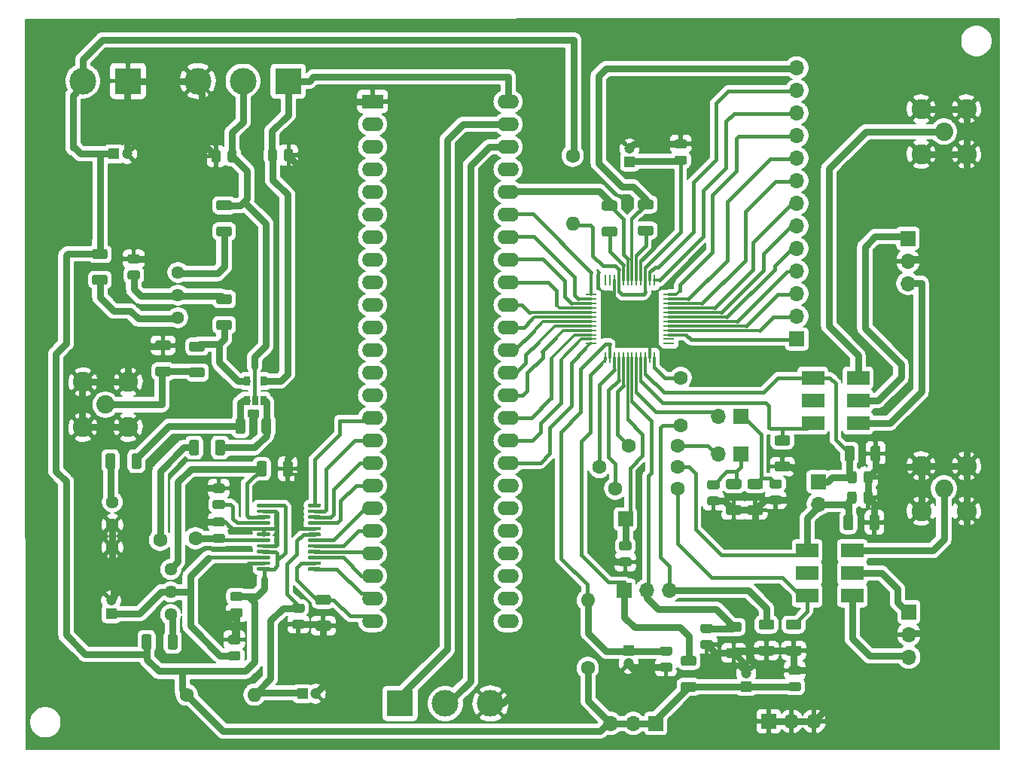
<source format=gbr>
%TF.GenerationSoftware,KiCad,Pcbnew,(5.1.10)-1*%
%TF.CreationDate,2021-07-26T18:41:44-03:00*%
%TF.ProjectId,ASBF,41534246-2e6b-4696-9361-645f70636258,V1.1*%
%TF.SameCoordinates,Original*%
%TF.FileFunction,Copper,L2,Bot*%
%TF.FilePolarity,Positive*%
%FSLAX46Y46*%
G04 Gerber Fmt 4.6, Leading zero omitted, Abs format (unit mm)*
G04 Created by KiCad (PCBNEW (5.1.10)-1) date 2021-07-26 18:41:44*
%MOMM*%
%LPD*%
G01*
G04 APERTURE LIST*
%TA.AperFunction,ComponentPad*%
%ADD10C,3.000000*%
%TD*%
%TA.AperFunction,ComponentPad*%
%ADD11R,3.000000X3.000000*%
%TD*%
%TA.AperFunction,SMDPad,CuDef*%
%ADD12R,2.540000X1.650000*%
%TD*%
%TA.AperFunction,ComponentPad*%
%ADD13C,1.200000*%
%TD*%
%TA.AperFunction,ComponentPad*%
%ADD14R,1.200000X1.200000*%
%TD*%
%TA.AperFunction,ComponentPad*%
%ADD15O,2.400000X1.600000*%
%TD*%
%TA.AperFunction,ComponentPad*%
%ADD16R,2.400000X1.600000*%
%TD*%
%TA.AperFunction,SMDPad,CuDef*%
%ADD17R,0.250000X1.300000*%
%TD*%
%TA.AperFunction,SMDPad,CuDef*%
%ADD18R,1.300000X0.250000*%
%TD*%
%TA.AperFunction,SMDPad,CuDef*%
%ADD19R,0.650000X1.060000*%
%TD*%
%TA.AperFunction,ComponentPad*%
%ADD20C,1.440000*%
%TD*%
%TA.AperFunction,ComponentPad*%
%ADD21O,1.600000X1.600000*%
%TD*%
%TA.AperFunction,ComponentPad*%
%ADD22C,1.600000*%
%TD*%
%TA.AperFunction,ComponentPad*%
%ADD23C,2.250000*%
%TD*%
%TA.AperFunction,ComponentPad*%
%ADD24C,2.050000*%
%TD*%
%TA.AperFunction,ComponentPad*%
%ADD25O,1.700000X1.700000*%
%TD*%
%TA.AperFunction,ComponentPad*%
%ADD26R,1.700000X1.700000*%
%TD*%
%TA.AperFunction,ViaPad*%
%ADD27C,1.600000*%
%TD*%
%TA.AperFunction,Conductor*%
%ADD28C,0.800000*%
%TD*%
%TA.AperFunction,Conductor*%
%ADD29C,0.400000*%
%TD*%
%TA.AperFunction,Conductor*%
%ADD30C,0.350000*%
%TD*%
%TA.AperFunction,Conductor*%
%ADD31C,0.300000*%
%TD*%
%TA.AperFunction,Conductor*%
%ADD32C,0.200000*%
%TD*%
%TA.AperFunction,Conductor*%
%ADD33C,0.100000*%
%TD*%
G04 APERTURE END LIST*
%TO.P,R12,2*%
%TO.N,Net-(R12-Pad2)*%
%TA.AperFunction,SMDPad,CuDef*%
G36*
G01*
X165519998Y-64871000D02*
X166770002Y-64871000D01*
G75*
G02*
X167020000Y-65120998I0J-249998D01*
G01*
X167020000Y-65746002D01*
G75*
G02*
X166770002Y-65996000I-249998J0D01*
G01*
X165519998Y-65996000D01*
G75*
G02*
X165270000Y-65746002I0J249998D01*
G01*
X165270000Y-65120998D01*
G75*
G02*
X165519998Y-64871000I249998J0D01*
G01*
G37*
%TD.AperFunction*%
%TO.P,R12,1*%
%TO.N,/DAC/ClkA*%
%TA.AperFunction,SMDPad,CuDef*%
G36*
G01*
X165519998Y-61946000D02*
X166770002Y-61946000D01*
G75*
G02*
X167020000Y-62195998I0J-249998D01*
G01*
X167020000Y-62821002D01*
G75*
G02*
X166770002Y-63071000I-249998J0D01*
G01*
X165519998Y-63071000D01*
G75*
G02*
X165270000Y-62821002I0J249998D01*
G01*
X165270000Y-62195998D01*
G75*
G02*
X165519998Y-61946000I249998J0D01*
G01*
G37*
%TD.AperFunction*%
%TD*%
D10*
%TO.P,J17,3*%
%TO.N,GND*%
X152760000Y-118500000D03*
%TO.P,J17,2*%
%TO.N,Net-(J17-Pad2)*%
X147680000Y-118500000D03*
D11*
%TO.P,J17,1*%
%TO.N,Net-(J17-Pad1)*%
X142600000Y-118500000D03*
%TD*%
D12*
%TO.P,TR1,6*%
%TO.N,Net-(J5-Pad3)*%
X194085000Y-86958000D03*
%TO.P,TR1,5*%
%TO.N,Net-(J5-Pad1)*%
X194085000Y-84418000D03*
%TO.P,TR1,4*%
%TO.N,Net-(J6-Pad1)*%
X194085000Y-81878000D03*
%TO.P,TR1,3*%
%TO.N,Net-(C20-Pad1)*%
X189005000Y-81878000D03*
%TO.P,TR1,2*%
%TO.N,N/C*%
X189005000Y-84418000D03*
%TO.P,TR1,1*%
%TO.N,Net-(R16-Pad1)*%
X189005000Y-86958000D03*
%TD*%
D11*
%TO.P,J2,1*%
%TO.N,GND*%
X112000000Y-48500000D03*
D10*
%TO.P,J2,2*%
%TO.N,+3V3*%
X106920000Y-48500000D03*
%TD*%
D13*
%TO.P,C12,2*%
%TO.N,GND*%
X181500000Y-115100000D03*
D14*
%TO.P,C12,1*%
%TO.N,+3V3*%
X181500000Y-116600000D03*
%TD*%
D13*
%TO.P,C17,2*%
%TO.N,GND*%
X168400000Y-56100000D03*
D14*
%TO.P,C17,1*%
%TO.N,Net-(C15-Pad1)*%
X168400000Y-57600000D03*
%TD*%
D13*
%TO.P,C16,2*%
%TO.N,GND*%
X168304000Y-114000000D03*
D14*
%TO.P,C16,1*%
%TO.N,Net-(C14-Pad1)*%
X168304000Y-112500000D03*
%TD*%
D15*
%TO.P,J4,48*%
%TO.N,+5V*%
X154740000Y-50800000D03*
%TO.P,J4,24*%
%TO.N,/ADC/PWR_DWN*%
X139500000Y-109220000D03*
%TO.P,J4,47*%
%TO.N,Net-(J17-Pad1)*%
X154740000Y-53340000D03*
%TO.P,J4,23*%
%TO.N,/ADC/CLK*%
X139500000Y-106680000D03*
%TO.P,J4,46*%
%TO.N,Net-(J17-Pad2)*%
X154740000Y-55880000D03*
%TO.P,J4,22*%
%TO.N,/ADC/D0*%
X139500000Y-104140000D03*
%TO.P,J4,45*%
%TO.N,/FPGA_Conector/N1*%
X154740000Y-58420000D03*
%TO.P,J4,21*%
%TO.N,/ADC/D1*%
X139500000Y-101600000D03*
%TO.P,J4,44*%
%TO.N,/DAC/ClkA*%
X154740000Y-60960000D03*
%TO.P,J4,20*%
%TO.N,/ADC/D2*%
X139500000Y-99060000D03*
%TO.P,J4,43*%
%TO.N,/DAC/DA0*%
X154740000Y-63500000D03*
%TO.P,J4,19*%
%TO.N,/ADC/D3*%
X139500000Y-96520000D03*
%TO.P,J4,42*%
%TO.N,/DAC/DA1*%
X154740000Y-66040000D03*
%TO.P,J4,18*%
%TO.N,/ADC/D4*%
X139500000Y-93980000D03*
%TO.P,J4,41*%
%TO.N,/DAC/DA2*%
X154740000Y-68580000D03*
%TO.P,J4,17*%
%TO.N,/ADC/D5*%
X139500000Y-91440000D03*
%TO.P,J4,40*%
%TO.N,/DAC/DA3*%
X154740000Y-71120000D03*
%TO.P,J4,16*%
%TO.N,/ADC/D7*%
X139500000Y-88900000D03*
%TO.P,J4,39*%
%TO.N,/DAC/DA4*%
X154740000Y-73660000D03*
%TO.P,J4,15*%
%TO.N,/ADC/D8*%
X139500000Y-86360000D03*
%TO.P,J4,38*%
%TO.N,/DAC/DA5*%
X154740000Y-76200000D03*
%TO.P,J4,14*%
%TO.N,/FPGA_Conector/U4*%
X139500000Y-83820000D03*
%TO.P,J4,37*%
%TO.N,/DAC/DA6*%
X154740000Y-78740000D03*
%TO.P,J4,13*%
%TO.N,/FPGA_Conector/V4*%
X139500000Y-81280000D03*
%TO.P,J4,36*%
%TO.N,/DAC/DA7*%
X154740000Y-81280000D03*
%TO.P,J4,12*%
%TO.N,/FPGA_Conector/W5*%
X139500000Y-78740000D03*
%TO.P,J4,35*%
%TO.N,/DAC/DA8*%
X154740000Y-83820000D03*
%TO.P,J4,11*%
%TO.N,/FPGA_Conector/V3*%
X139500000Y-76200000D03*
%TO.P,J4,34*%
%TO.N,/DAC/DA9*%
X154740000Y-86360000D03*
%TO.P,J4,10*%
%TO.N,/FPGA_Conector/W3*%
X139500000Y-73660000D03*
%TO.P,J4,33*%
%TO.N,/FPGA_Conector/A14*%
X154740000Y-88900000D03*
%TO.P,J4,9*%
%TO.N,/FPGA_Conector/V2*%
X139500000Y-71120000D03*
%TO.P,J4,32*%
%TO.N,/FPGA_Conector/B15*%
X154740000Y-91440000D03*
%TO.P,J4,8*%
%TO.N,/FPGA_Conector/W2*%
X139500000Y-68580000D03*
%TO.P,J4,31*%
%TO.N,/FPGA_Conector/A15*%
X154740000Y-93980000D03*
%TO.P,J4,7*%
%TO.N,/FPGA_Conector/U1*%
X139500000Y-66040000D03*
%TO.P,J4,30*%
%TO.N,/FPGA_Conector/H1*%
X154740000Y-96520000D03*
%TO.P,J4,6*%
%TO.N,/FPGA_Conector/T2*%
X139500000Y-63500000D03*
%TO.P,J4,29*%
%TO.N,/FPGA_Conector/C15*%
X154740000Y-99060000D03*
%TO.P,J4,5*%
%TO.N,/FPGA_Conector/T1*%
X139500000Y-60960000D03*
%TO.P,J4,28*%
%TO.N,/FPGA_Conector/K3*%
X154740000Y-101600000D03*
%TO.P,J4,4*%
%TO.N,/FPGA_Conector/R2*%
X139500000Y-58420000D03*
%TO.P,J4,27*%
%TO.N,/FPGA_Conector/A16*%
X154740000Y-104140000D03*
%TO.P,J4,3*%
%TO.N,/FPGA_Conector/T3*%
X139500000Y-55880000D03*
%TO.P,J4,26*%
%TO.N,/FPGA_Conector/L3*%
X154740000Y-106680000D03*
%TO.P,J4,2*%
%TO.N,/FPGA_Conector/R3*%
X139500000Y-53340000D03*
%TO.P,J4,25*%
%TO.N,/FPGA_Conector/M3*%
X154740000Y-109220000D03*
D16*
%TO.P,J4,1*%
%TO.N,GND*%
X139500000Y-50800000D03*
%TD*%
D17*
%TO.P,U3,48*%
%TO.N,Net-(J11-Pad1)*%
X165681000Y-79624000D03*
%TO.P,U3,47*%
%TO.N,Net-(C14-Pad1)*%
X166181000Y-79624000D03*
%TO.P,U3,46*%
%TO.N,Net-(C24-Pad1)*%
X166681000Y-79624000D03*
%TO.P,U3,45*%
%TO.N,Net-(R17-Pad1)*%
X167181000Y-79624000D03*
%TO.P,U3,44*%
%TO.N,Net-(J9-Pad2)*%
X167681000Y-79624000D03*
%TO.P,U3,43*%
%TO.N,Net-(C22-Pad1)*%
X168181000Y-79624000D03*
%TO.P,U3,42*%
%TO.N,Net-(C19-Pad1)*%
X168681000Y-79624000D03*
%TO.P,U3,41*%
%TO.N,Net-(J8-Pad2)*%
X169181000Y-79624000D03*
%TO.P,U3,40*%
%TO.N,Net-(R16-Pad1)*%
X169681000Y-79624000D03*
%TO.P,U3,39*%
%TO.N,Net-(C20-Pad1)*%
X170181000Y-79624000D03*
%TO.P,U3,38*%
%TO.N,GND*%
X170681000Y-79624000D03*
%TO.P,U3,37*%
%TO.N,Net-(J11-Pad3)*%
X171181000Y-79624000D03*
D18*
%TO.P,U3,36*%
%TO.N,Net-(U3-Pad36)*%
X172781000Y-78024000D03*
%TO.P,U3,35*%
%TO.N,Net-(U3-Pad35)*%
X172781000Y-77524000D03*
%TO.P,U3,34*%
%TO.N,Net-(J7-Pad1)*%
X172781000Y-77024000D03*
%TO.P,U3,33*%
%TO.N,Net-(J7-Pad2)*%
X172781000Y-76524000D03*
%TO.P,U3,32*%
%TO.N,Net-(J7-Pad3)*%
X172781000Y-76024000D03*
%TO.P,U3,31*%
%TO.N,Net-(J7-Pad4)*%
X172781000Y-75524000D03*
%TO.P,U3,30*%
%TO.N,Net-(J7-Pad5)*%
X172781000Y-75024000D03*
%TO.P,U3,29*%
%TO.N,Net-(J7-Pad6)*%
X172781000Y-74524000D03*
%TO.P,U3,28*%
%TO.N,Net-(J7-Pad7)*%
X172781000Y-74024000D03*
%TO.P,U3,27*%
%TO.N,Net-(J7-Pad8)*%
X172781000Y-73524000D03*
%TO.P,U3,26*%
%TO.N,Net-(J7-Pad9)*%
X172781000Y-73024000D03*
%TO.P,U3,25*%
%TO.N,Net-(J7-Pad10)*%
X172781000Y-72524000D03*
D17*
%TO.P,U3,24*%
%TO.N,Net-(J7-Pad11)*%
X171181000Y-70924000D03*
%TO.P,U3,23*%
%TO.N,Net-(J7-Pad12)*%
X170681000Y-70924000D03*
%TO.P,U3,22*%
%TO.N,Net-(C15-Pad1)*%
X170181000Y-70924000D03*
%TO.P,U3,21*%
%TO.N,GND*%
X169681000Y-70924000D03*
%TO.P,U3,20*%
%TO.N,Net-(R13-Pad2)*%
X169181000Y-70924000D03*
%TO.P,U3,19*%
%TO.N,Net-(J7-Pad13)*%
X168681000Y-70924000D03*
%TO.P,U3,18*%
%TO.N,/DAC/ClkA*%
X168181000Y-70924000D03*
%TO.P,U3,17*%
%TO.N,Net-(R12-Pad2)*%
X167681000Y-70924000D03*
%TO.P,U3,16*%
%TO.N,Net-(C15-Pad1)*%
X167181000Y-70924000D03*
%TO.P,U3,15*%
%TO.N,GND*%
X166681000Y-70924000D03*
%TO.P,U3,14*%
%TO.N,Net-(U3-Pad14)*%
X166181000Y-70924000D03*
%TO.P,U3,13*%
%TO.N,Net-(U3-Pad13)*%
X165681000Y-70924000D03*
D18*
%TO.P,U3,12*%
%TO.N,/DAC/DA0*%
X164081000Y-72524000D03*
%TO.P,U3,11*%
%TO.N,/DAC/DA1*%
X164081000Y-73024000D03*
%TO.P,U3,10*%
%TO.N,/DAC/DA2*%
X164081000Y-73524000D03*
%TO.P,U3,9*%
%TO.N,/DAC/DA3*%
X164081000Y-74024000D03*
%TO.P,U3,8*%
%TO.N,/DAC/DA4*%
X164081000Y-74524000D03*
%TO.P,U3,7*%
%TO.N,/DAC/DA5*%
X164081000Y-75024000D03*
%TO.P,U3,6*%
%TO.N,/DAC/DA6*%
X164081000Y-75524000D03*
%TO.P,U3,5*%
%TO.N,/DAC/DA7*%
X164081000Y-76024000D03*
%TO.P,U3,4*%
%TO.N,/DAC/DA8*%
X164081000Y-76524000D03*
%TO.P,U3,3*%
%TO.N,/DAC/DA9*%
X164081000Y-77024000D03*
%TO.P,U3,2*%
%TO.N,/FPGA_Conector/A14*%
X164081000Y-77524000D03*
%TO.P,U3,1*%
%TO.N,/FPGA_Conector/B15*%
X164081000Y-78024000D03*
%TD*%
%TO.P,U2,1*%
%TO.N,+3V3*%
%TA.AperFunction,SMDPad,CuDef*%
G36*
G01*
X126500000Y-103475000D02*
X126500000Y-103275000D01*
G75*
G02*
X126600000Y-103175000I100000J0D01*
G01*
X127875000Y-103175000D01*
G75*
G02*
X127975000Y-103275000I0J-100000D01*
G01*
X127975000Y-103475000D01*
G75*
G02*
X127875000Y-103575000I-100000J0D01*
G01*
X126600000Y-103575000D01*
G75*
G02*
X126500000Y-103475000I0J100000D01*
G01*
G37*
%TD.AperFunction*%
%TO.P,U2,2*%
%TO.N,GND*%
%TA.AperFunction,SMDPad,CuDef*%
G36*
G01*
X126500000Y-102825000D02*
X126500000Y-102625000D01*
G75*
G02*
X126600000Y-102525000I100000J0D01*
G01*
X127875000Y-102525000D01*
G75*
G02*
X127975000Y-102625000I0J-100000D01*
G01*
X127975000Y-102825000D01*
G75*
G02*
X127875000Y-102925000I-100000J0D01*
G01*
X126600000Y-102925000D01*
G75*
G02*
X126500000Y-102825000I0J100000D01*
G01*
G37*
%TD.AperFunction*%
%TO.P,U2,3*%
%TO.N,Net-(C4-Pad1)*%
%TA.AperFunction,SMDPad,CuDef*%
G36*
G01*
X126500000Y-102175000D02*
X126500000Y-101975000D01*
G75*
G02*
X126600000Y-101875000I100000J0D01*
G01*
X127875000Y-101875000D01*
G75*
G02*
X127975000Y-101975000I0J-100000D01*
G01*
X127975000Y-102175000D01*
G75*
G02*
X127875000Y-102275000I-100000J0D01*
G01*
X126600000Y-102275000D01*
G75*
G02*
X126500000Y-102175000I0J100000D01*
G01*
G37*
%TD.AperFunction*%
%TO.P,U2,4*%
%TO.N,+3V3*%
%TA.AperFunction,SMDPad,CuDef*%
G36*
G01*
X126500000Y-101525000D02*
X126500000Y-101325000D01*
G75*
G02*
X126600000Y-101225000I100000J0D01*
G01*
X127875000Y-101225000D01*
G75*
G02*
X127975000Y-101325000I0J-100000D01*
G01*
X127975000Y-101525000D01*
G75*
G02*
X127875000Y-101625000I-100000J0D01*
G01*
X126600000Y-101625000D01*
G75*
G02*
X126500000Y-101525000I0J100000D01*
G01*
G37*
%TD.AperFunction*%
%TO.P,U2,5*%
%TO.N,GND*%
%TA.AperFunction,SMDPad,CuDef*%
G36*
G01*
X126500000Y-100875000D02*
X126500000Y-100675000D01*
G75*
G02*
X126600000Y-100575000I100000J0D01*
G01*
X127875000Y-100575000D01*
G75*
G02*
X127975000Y-100675000I0J-100000D01*
G01*
X127975000Y-100875000D01*
G75*
G02*
X127875000Y-100975000I-100000J0D01*
G01*
X126600000Y-100975000D01*
G75*
G02*
X126500000Y-100875000I0J100000D01*
G01*
G37*
%TD.AperFunction*%
%TO.P,U2,6*%
%TO.N,Net-(C6-Pad1)*%
%TA.AperFunction,SMDPad,CuDef*%
G36*
G01*
X126500000Y-100225000D02*
X126500000Y-100025000D01*
G75*
G02*
X126600000Y-99925000I100000J0D01*
G01*
X127875000Y-99925000D01*
G75*
G02*
X127975000Y-100025000I0J-100000D01*
G01*
X127975000Y-100225000D01*
G75*
G02*
X127875000Y-100325000I-100000J0D01*
G01*
X126600000Y-100325000D01*
G75*
G02*
X126500000Y-100225000I0J100000D01*
G01*
G37*
%TD.AperFunction*%
%TO.P,U2,7*%
%TO.N,GND*%
%TA.AperFunction,SMDPad,CuDef*%
G36*
G01*
X126500000Y-99575000D02*
X126500000Y-99375000D01*
G75*
G02*
X126600000Y-99275000I100000J0D01*
G01*
X127875000Y-99275000D01*
G75*
G02*
X127975000Y-99375000I0J-100000D01*
G01*
X127975000Y-99575000D01*
G75*
G02*
X127875000Y-99675000I-100000J0D01*
G01*
X126600000Y-99675000D01*
G75*
G02*
X126500000Y-99575000I0J100000D01*
G01*
G37*
%TD.AperFunction*%
%TO.P,U2,8*%
%TA.AperFunction,SMDPad,CuDef*%
G36*
G01*
X126500000Y-98925000D02*
X126500000Y-98725000D01*
G75*
G02*
X126600000Y-98625000I100000J0D01*
G01*
X127875000Y-98625000D01*
G75*
G02*
X127975000Y-98725000I0J-100000D01*
G01*
X127975000Y-98925000D01*
G75*
G02*
X127875000Y-99025000I-100000J0D01*
G01*
X126600000Y-99025000D01*
G75*
G02*
X126500000Y-98925000I0J100000D01*
G01*
G37*
%TD.AperFunction*%
%TO.P,U2,9*%
%TO.N,Net-(C7-Pad1)*%
%TA.AperFunction,SMDPad,CuDef*%
G36*
G01*
X126500000Y-98275000D02*
X126500000Y-98075000D01*
G75*
G02*
X126600000Y-97975000I100000J0D01*
G01*
X127875000Y-97975000D01*
G75*
G02*
X127975000Y-98075000I0J-100000D01*
G01*
X127975000Y-98275000D01*
G75*
G02*
X127875000Y-98375000I-100000J0D01*
G01*
X126600000Y-98375000D01*
G75*
G02*
X126500000Y-98275000I0J100000D01*
G01*
G37*
%TD.AperFunction*%
%TO.P,U2,10*%
%TO.N,Net-(R10-Pad1)*%
%TA.AperFunction,SMDPad,CuDef*%
G36*
G01*
X126500000Y-97625000D02*
X126500000Y-97425000D01*
G75*
G02*
X126600000Y-97325000I100000J0D01*
G01*
X127875000Y-97325000D01*
G75*
G02*
X127975000Y-97425000I0J-100000D01*
G01*
X127975000Y-97625000D01*
G75*
G02*
X127875000Y-97725000I-100000J0D01*
G01*
X126600000Y-97725000D01*
G75*
G02*
X126500000Y-97625000I0J100000D01*
G01*
G37*
%TD.AperFunction*%
%TO.P,U2,11*%
%TO.N,GND*%
%TA.AperFunction,SMDPad,CuDef*%
G36*
G01*
X126500000Y-96975000D02*
X126500000Y-96775000D01*
G75*
G02*
X126600000Y-96675000I100000J0D01*
G01*
X127875000Y-96675000D01*
G75*
G02*
X127975000Y-96775000I0J-100000D01*
G01*
X127975000Y-96975000D01*
G75*
G02*
X127875000Y-97075000I-100000J0D01*
G01*
X126600000Y-97075000D01*
G75*
G02*
X126500000Y-96975000I0J100000D01*
G01*
G37*
%TD.AperFunction*%
%TO.P,U2,12*%
%TO.N,+3V3*%
%TA.AperFunction,SMDPad,CuDef*%
G36*
G01*
X126500000Y-96325000D02*
X126500000Y-96125000D01*
G75*
G02*
X126600000Y-96025000I100000J0D01*
G01*
X127875000Y-96025000D01*
G75*
G02*
X127975000Y-96125000I0J-100000D01*
G01*
X127975000Y-96325000D01*
G75*
G02*
X127875000Y-96425000I-100000J0D01*
G01*
X126600000Y-96425000D01*
G75*
G02*
X126500000Y-96325000I0J100000D01*
G01*
G37*
%TD.AperFunction*%
%TO.P,U2,13*%
%TO.N,/ADC/D8*%
%TA.AperFunction,SMDPad,CuDef*%
G36*
G01*
X132225000Y-96325000D02*
X132225000Y-96125000D01*
G75*
G02*
X132325000Y-96025000I100000J0D01*
G01*
X133600000Y-96025000D01*
G75*
G02*
X133700000Y-96125000I0J-100000D01*
G01*
X133700000Y-96325000D01*
G75*
G02*
X133600000Y-96425000I-100000J0D01*
G01*
X132325000Y-96425000D01*
G75*
G02*
X132225000Y-96325000I0J100000D01*
G01*
G37*
%TD.AperFunction*%
%TO.P,U2,14*%
%TO.N,/ADC/D7*%
%TA.AperFunction,SMDPad,CuDef*%
G36*
G01*
X132225000Y-96975000D02*
X132225000Y-96775000D01*
G75*
G02*
X132325000Y-96675000I100000J0D01*
G01*
X133600000Y-96675000D01*
G75*
G02*
X133700000Y-96775000I0J-100000D01*
G01*
X133700000Y-96975000D01*
G75*
G02*
X133600000Y-97075000I-100000J0D01*
G01*
X132325000Y-97075000D01*
G75*
G02*
X132225000Y-96975000I0J100000D01*
G01*
G37*
%TD.AperFunction*%
%TO.P,U2,15*%
%TO.N,/ADC/D5*%
%TA.AperFunction,SMDPad,CuDef*%
G36*
G01*
X132225000Y-97625000D02*
X132225000Y-97425000D01*
G75*
G02*
X132325000Y-97325000I100000J0D01*
G01*
X133600000Y-97325000D01*
G75*
G02*
X133700000Y-97425000I0J-100000D01*
G01*
X133700000Y-97625000D01*
G75*
G02*
X133600000Y-97725000I-100000J0D01*
G01*
X132325000Y-97725000D01*
G75*
G02*
X132225000Y-97625000I0J100000D01*
G01*
G37*
%TD.AperFunction*%
%TO.P,U2,16*%
%TO.N,/ADC/D4*%
%TA.AperFunction,SMDPad,CuDef*%
G36*
G01*
X132225000Y-98275000D02*
X132225000Y-98075000D01*
G75*
G02*
X132325000Y-97975000I100000J0D01*
G01*
X133600000Y-97975000D01*
G75*
G02*
X133700000Y-98075000I0J-100000D01*
G01*
X133700000Y-98275000D01*
G75*
G02*
X133600000Y-98375000I-100000J0D01*
G01*
X132325000Y-98375000D01*
G75*
G02*
X132225000Y-98275000I0J100000D01*
G01*
G37*
%TD.AperFunction*%
%TO.P,U2,17*%
%TO.N,GND*%
%TA.AperFunction,SMDPad,CuDef*%
G36*
G01*
X132225000Y-98925000D02*
X132225000Y-98725000D01*
G75*
G02*
X132325000Y-98625000I100000J0D01*
G01*
X133600000Y-98625000D01*
G75*
G02*
X133700000Y-98725000I0J-100000D01*
G01*
X133700000Y-98925000D01*
G75*
G02*
X133600000Y-99025000I-100000J0D01*
G01*
X132325000Y-99025000D01*
G75*
G02*
X132225000Y-98925000I0J100000D01*
G01*
G37*
%TD.AperFunction*%
%TO.P,U2,18*%
%TO.N,Net-(C10-Pad1)*%
%TA.AperFunction,SMDPad,CuDef*%
G36*
G01*
X132225000Y-99575000D02*
X132225000Y-99375000D01*
G75*
G02*
X132325000Y-99275000I100000J0D01*
G01*
X133600000Y-99275000D01*
G75*
G02*
X133700000Y-99375000I0J-100000D01*
G01*
X133700000Y-99575000D01*
G75*
G02*
X133600000Y-99675000I-100000J0D01*
G01*
X132325000Y-99675000D01*
G75*
G02*
X132225000Y-99575000I0J100000D01*
G01*
G37*
%TD.AperFunction*%
%TO.P,U2,19*%
%TO.N,/ADC/D3*%
%TA.AperFunction,SMDPad,CuDef*%
G36*
G01*
X132225000Y-100225000D02*
X132225000Y-100025000D01*
G75*
G02*
X132325000Y-99925000I100000J0D01*
G01*
X133600000Y-99925000D01*
G75*
G02*
X133700000Y-100025000I0J-100000D01*
G01*
X133700000Y-100225000D01*
G75*
G02*
X133600000Y-100325000I-100000J0D01*
G01*
X132325000Y-100325000D01*
G75*
G02*
X132225000Y-100225000I0J100000D01*
G01*
G37*
%TD.AperFunction*%
%TO.P,U2,20*%
%TO.N,/ADC/D2*%
%TA.AperFunction,SMDPad,CuDef*%
G36*
G01*
X132225000Y-100875000D02*
X132225000Y-100675000D01*
G75*
G02*
X132325000Y-100575000I100000J0D01*
G01*
X133600000Y-100575000D01*
G75*
G02*
X133700000Y-100675000I0J-100000D01*
G01*
X133700000Y-100875000D01*
G75*
G02*
X133600000Y-100975000I-100000J0D01*
G01*
X132325000Y-100975000D01*
G75*
G02*
X132225000Y-100875000I0J100000D01*
G01*
G37*
%TD.AperFunction*%
%TO.P,U2,21*%
%TO.N,/ADC/D1*%
%TA.AperFunction,SMDPad,CuDef*%
G36*
G01*
X132225000Y-101525000D02*
X132225000Y-101325000D01*
G75*
G02*
X132325000Y-101225000I100000J0D01*
G01*
X133600000Y-101225000D01*
G75*
G02*
X133700000Y-101325000I0J-100000D01*
G01*
X133700000Y-101525000D01*
G75*
G02*
X133600000Y-101625000I-100000J0D01*
G01*
X132325000Y-101625000D01*
G75*
G02*
X132225000Y-101525000I0J100000D01*
G01*
G37*
%TD.AperFunction*%
%TO.P,U2,22*%
%TO.N,/ADC/D0*%
%TA.AperFunction,SMDPad,CuDef*%
G36*
G01*
X132225000Y-102175000D02*
X132225000Y-101975000D01*
G75*
G02*
X132325000Y-101875000I100000J0D01*
G01*
X133600000Y-101875000D01*
G75*
G02*
X133700000Y-101975000I0J-100000D01*
G01*
X133700000Y-102175000D01*
G75*
G02*
X133600000Y-102275000I-100000J0D01*
G01*
X132325000Y-102275000D01*
G75*
G02*
X132225000Y-102175000I0J100000D01*
G01*
G37*
%TD.AperFunction*%
%TO.P,U2,23*%
%TO.N,/ADC/PWR_DWN*%
%TA.AperFunction,SMDPad,CuDef*%
G36*
G01*
X132225000Y-102825000D02*
X132225000Y-102625000D01*
G75*
G02*
X132325000Y-102525000I100000J0D01*
G01*
X133600000Y-102525000D01*
G75*
G02*
X133700000Y-102625000I0J-100000D01*
G01*
X133700000Y-102825000D01*
G75*
G02*
X133600000Y-102925000I-100000J0D01*
G01*
X132325000Y-102925000D01*
G75*
G02*
X132225000Y-102825000I0J100000D01*
G01*
G37*
%TD.AperFunction*%
%TO.P,U2,24*%
%TO.N,/ADC/CLK*%
%TA.AperFunction,SMDPad,CuDef*%
G36*
G01*
X132225000Y-103475000D02*
X132225000Y-103275000D01*
G75*
G02*
X132325000Y-103175000I100000J0D01*
G01*
X133600000Y-103175000D01*
G75*
G02*
X133700000Y-103275000I0J-100000D01*
G01*
X133700000Y-103475000D01*
G75*
G02*
X133600000Y-103575000I-100000J0D01*
G01*
X132325000Y-103575000D01*
G75*
G02*
X132225000Y-103475000I0J100000D01*
G01*
G37*
%TD.AperFunction*%
%TD*%
D19*
%TO.P,U1,1*%
%TO.N,Net-(R7-Pad2)*%
X127245000Y-84427000D03*
%TO.P,U1,2*%
%TO.N,-5V*%
X126295000Y-84427000D03*
%TO.P,U1,3*%
%TO.N,Net-(R4-Pad2)*%
X125345000Y-84427000D03*
%TO.P,U1,4*%
%TO.N,Net-(R3-Pad2)*%
X125345000Y-82227000D03*
%TO.P,U1,5*%
%TO.N,+5V*%
X127245000Y-82227000D03*
%TD*%
D12*
%TO.P,TR2,6*%
%TO.N,Net-(J15-Pad3)*%
X193450000Y-106389000D03*
%TO.P,TR2,5*%
%TO.N,Net-(J15-Pad1)*%
X193450000Y-103849000D03*
%TO.P,TR2,4*%
%TO.N,Net-(J16-Pad1)*%
X193450000Y-101309000D03*
%TO.P,TR2,3*%
%TO.N,Net-(C24-Pad1)*%
X188370000Y-101309000D03*
%TO.P,TR2,2*%
%TO.N,N/C*%
X188370000Y-103849000D03*
%TO.P,TR2,1*%
%TO.N,Net-(R17-Pad1)*%
X188370000Y-106389000D03*
%TD*%
D20*
%TO.P,RV3,1*%
%TO.N,Net-(R8-Pad2)*%
X116800000Y-108500000D03*
%TO.P,RV3,2*%
%TO.N,Net-(C4-Pad1)*%
X116800000Y-105960000D03*
%TO.P,RV3,3*%
%TO.N,Net-(R10-Pad1)*%
X116800000Y-103420000D03*
%TD*%
%TO.P,RV2,1*%
%TO.N,Net-(R2-Pad1)*%
X117600000Y-75100000D03*
%TO.P,RV2,2*%
%TO.N,Net-(C1-Pad2)*%
X117600000Y-72560000D03*
%TO.P,RV2,3*%
%TO.N,Net-(R6-Pad2)*%
X117600000Y-70020000D03*
%TD*%
%TO.P,RV1,1*%
%TO.N,GND*%
X110246000Y-100931000D03*
%TO.P,RV1,2*%
X110246000Y-98391000D03*
%TO.P,RV1,3*%
%TO.N,Net-(R4-Pad1)*%
X110246000Y-95851000D03*
%TD*%
%TO.P,R22,2*%
%TO.N,GND*%
%TA.AperFunction,SMDPad,CuDef*%
G36*
G01*
X183172997Y-111988000D02*
X184423003Y-111988000D01*
G75*
G02*
X184673000Y-112237997I0J-249997D01*
G01*
X184673000Y-112863003D01*
G75*
G02*
X184423003Y-113113000I-249997J0D01*
G01*
X183172997Y-113113000D01*
G75*
G02*
X182923000Y-112863003I0J249997D01*
G01*
X182923000Y-112237997D01*
G75*
G02*
X183172997Y-111988000I249997J0D01*
G01*
G37*
%TD.AperFunction*%
%TO.P,R22,1*%
%TO.N,Net-(J11-Pad3)*%
%TA.AperFunction,SMDPad,CuDef*%
G36*
G01*
X183172997Y-109063000D02*
X184423003Y-109063000D01*
G75*
G02*
X184673000Y-109312997I0J-249997D01*
G01*
X184673000Y-109938003D01*
G75*
G02*
X184423003Y-110188000I-249997J0D01*
G01*
X183172997Y-110188000D01*
G75*
G02*
X182923000Y-109938003I0J249997D01*
G01*
X182923000Y-109312997D01*
G75*
G02*
X183172997Y-109063000I249997J0D01*
G01*
G37*
%TD.AperFunction*%
%TD*%
%TO.P,R21,2*%
%TO.N,GND*%
%TA.AperFunction,SMDPad,CuDef*%
G36*
G01*
X179489997Y-112242000D02*
X180740003Y-112242000D01*
G75*
G02*
X180990000Y-112491997I0J-249997D01*
G01*
X180990000Y-113117003D01*
G75*
G02*
X180740003Y-113367000I-249997J0D01*
G01*
X179489997Y-113367000D01*
G75*
G02*
X179240000Y-113117003I0J249997D01*
G01*
X179240000Y-112491997D01*
G75*
G02*
X179489997Y-112242000I249997J0D01*
G01*
G37*
%TD.AperFunction*%
%TO.P,R21,1*%
%TO.N,Net-(C19-Pad1)*%
%TA.AperFunction,SMDPad,CuDef*%
G36*
G01*
X179489997Y-109317000D02*
X180740003Y-109317000D01*
G75*
G02*
X180990000Y-109566997I0J-249997D01*
G01*
X180990000Y-110192003D01*
G75*
G02*
X180740003Y-110442000I-249997J0D01*
G01*
X179489997Y-110442000D01*
G75*
G02*
X179240000Y-110192003I0J249997D01*
G01*
X179240000Y-109566997D01*
G75*
G02*
X179489997Y-109317000I249997J0D01*
G01*
G37*
%TD.AperFunction*%
%TD*%
%TO.P,R20,2*%
%TO.N,Net-(J11-Pad1)*%
%TA.AperFunction,SMDPad,CuDef*%
G36*
G01*
X175660003Y-114252000D02*
X174409997Y-114252000D01*
G75*
G02*
X174160000Y-114002003I0J249997D01*
G01*
X174160000Y-113376997D01*
G75*
G02*
X174409997Y-113127000I249997J0D01*
G01*
X175660003Y-113127000D01*
G75*
G02*
X175910000Y-113376997I0J-249997D01*
G01*
X175910000Y-114002003D01*
G75*
G02*
X175660003Y-114252000I-249997J0D01*
G01*
G37*
%TD.AperFunction*%
%TO.P,R20,1*%
%TO.N,+3V3*%
%TA.AperFunction,SMDPad,CuDef*%
G36*
G01*
X175660003Y-117177000D02*
X174409997Y-117177000D01*
G75*
G02*
X174160000Y-116927003I0J249997D01*
G01*
X174160000Y-116301997D01*
G75*
G02*
X174409997Y-116052000I249997J0D01*
G01*
X175660003Y-116052000D01*
G75*
G02*
X175910000Y-116301997I0J-249997D01*
G01*
X175910000Y-116927003D01*
G75*
G02*
X175660003Y-117177000I-249997J0D01*
G01*
G37*
%TD.AperFunction*%
%TD*%
%TO.P,R19,2*%
%TO.N,GND*%
%TA.AperFunction,SMDPad,CuDef*%
G36*
G01*
X195366000Y-98759003D02*
X195366000Y-97508997D01*
G75*
G02*
X195615997Y-97259000I249997J0D01*
G01*
X196241003Y-97259000D01*
G75*
G02*
X196491000Y-97508997I0J-249997D01*
G01*
X196491000Y-98759003D01*
G75*
G02*
X196241003Y-99009000I-249997J0D01*
G01*
X195615997Y-99009000D01*
G75*
G02*
X195366000Y-98759003I0J249997D01*
G01*
G37*
%TD.AperFunction*%
%TO.P,R19,1*%
%TO.N,Net-(C24-Pad1)*%
%TA.AperFunction,SMDPad,CuDef*%
G36*
G01*
X192441000Y-98759003D02*
X192441000Y-97508997D01*
G75*
G02*
X192690997Y-97259000I249997J0D01*
G01*
X193316003Y-97259000D01*
G75*
G02*
X193566000Y-97508997I0J-249997D01*
G01*
X193566000Y-98759003D01*
G75*
G02*
X193316003Y-99009000I-249997J0D01*
G01*
X192690997Y-99009000D01*
G75*
G02*
X192441000Y-98759003I0J249997D01*
G01*
G37*
%TD.AperFunction*%
%TD*%
%TO.P,R18,2*%
%TO.N,GND*%
%TA.AperFunction,SMDPad,CuDef*%
G36*
G01*
X179489997Y-96178500D02*
X180740003Y-96178500D01*
G75*
G02*
X180990000Y-96428497I0J-249997D01*
G01*
X180990000Y-97053503D01*
G75*
G02*
X180740003Y-97303500I-249997J0D01*
G01*
X179489997Y-97303500D01*
G75*
G02*
X179240000Y-97053503I0J249997D01*
G01*
X179240000Y-96428497D01*
G75*
G02*
X179489997Y-96178500I249997J0D01*
G01*
G37*
%TD.AperFunction*%
%TO.P,R18,1*%
%TO.N,Net-(C23-Pad1)*%
%TA.AperFunction,SMDPad,CuDef*%
G36*
G01*
X179489997Y-93253500D02*
X180740003Y-93253500D01*
G75*
G02*
X180990000Y-93503497I0J-249997D01*
G01*
X180990000Y-94128503D01*
G75*
G02*
X180740003Y-94378500I-249997J0D01*
G01*
X179489997Y-94378500D01*
G75*
G02*
X179240000Y-94128503I0J249997D01*
G01*
X179240000Y-93503497D01*
G75*
G02*
X179489997Y-93253500I249997J0D01*
G01*
G37*
%TD.AperFunction*%
%TD*%
%TO.P,R17,2*%
%TO.N,GND*%
%TA.AperFunction,SMDPad,CuDef*%
G36*
G01*
X186220997Y-111988000D02*
X187471003Y-111988000D01*
G75*
G02*
X187721000Y-112237997I0J-249997D01*
G01*
X187721000Y-112863003D01*
G75*
G02*
X187471003Y-113113000I-249997J0D01*
G01*
X186220997Y-113113000D01*
G75*
G02*
X185971000Y-112863003I0J249997D01*
G01*
X185971000Y-112237997D01*
G75*
G02*
X186220997Y-111988000I249997J0D01*
G01*
G37*
%TD.AperFunction*%
%TO.P,R17,1*%
%TO.N,Net-(R17-Pad1)*%
%TA.AperFunction,SMDPad,CuDef*%
G36*
G01*
X186220997Y-109063000D02*
X187471003Y-109063000D01*
G75*
G02*
X187721000Y-109312997I0J-249997D01*
G01*
X187721000Y-109938003D01*
G75*
G02*
X187471003Y-110188000I-249997J0D01*
G01*
X186220997Y-110188000D01*
G75*
G02*
X185971000Y-109938003I0J249997D01*
G01*
X185971000Y-109312997D01*
G75*
G02*
X186220997Y-109063000I249997J0D01*
G01*
G37*
%TD.AperFunction*%
%TD*%
%TO.P,R16,2*%
%TO.N,GND*%
%TA.AperFunction,SMDPad,CuDef*%
G36*
G01*
X184950997Y-91287000D02*
X186201003Y-91287000D01*
G75*
G02*
X186451000Y-91536997I0J-249997D01*
G01*
X186451000Y-92162003D01*
G75*
G02*
X186201003Y-92412000I-249997J0D01*
G01*
X184950997Y-92412000D01*
G75*
G02*
X184701000Y-92162003I0J249997D01*
G01*
X184701000Y-91536997D01*
G75*
G02*
X184950997Y-91287000I249997J0D01*
G01*
G37*
%TD.AperFunction*%
%TO.P,R16,1*%
%TO.N,Net-(R16-Pad1)*%
%TA.AperFunction,SMDPad,CuDef*%
G36*
G01*
X184950997Y-88362000D02*
X186201003Y-88362000D01*
G75*
G02*
X186451000Y-88611997I0J-249997D01*
G01*
X186451000Y-89237003D01*
G75*
G02*
X186201003Y-89487000I-249997J0D01*
G01*
X184950997Y-89487000D01*
G75*
G02*
X184701000Y-89237003I0J249997D01*
G01*
X184701000Y-88611997D01*
G75*
G02*
X184950997Y-88362000I249997J0D01*
G01*
G37*
%TD.AperFunction*%
%TD*%
%TO.P,R15,2*%
%TO.N,Net-(C21-Pad2)*%
%TA.AperFunction,SMDPad,CuDef*%
G36*
G01*
X183153003Y-94378500D02*
X181902997Y-94378500D01*
G75*
G02*
X181653000Y-94128503I0J249997D01*
G01*
X181653000Y-93503497D01*
G75*
G02*
X181902997Y-93253500I249997J0D01*
G01*
X183153003Y-93253500D01*
G75*
G02*
X183403000Y-93503497I0J-249997D01*
G01*
X183403000Y-94128503D01*
G75*
G02*
X183153003Y-94378500I-249997J0D01*
G01*
G37*
%TD.AperFunction*%
%TO.P,R15,1*%
%TO.N,GND*%
%TA.AperFunction,SMDPad,CuDef*%
G36*
G01*
X183153003Y-97303500D02*
X181902997Y-97303500D01*
G75*
G02*
X181653000Y-97053503I0J249997D01*
G01*
X181653000Y-96428497D01*
G75*
G02*
X181902997Y-96178500I249997J0D01*
G01*
X183153003Y-96178500D01*
G75*
G02*
X183403000Y-96428497I0J-249997D01*
G01*
X183403000Y-97053503D01*
G75*
G02*
X183153003Y-97303500I-249997J0D01*
G01*
G37*
%TD.AperFunction*%
%TD*%
%TO.P,R14,2*%
%TO.N,GND*%
%TA.AperFunction,SMDPad,CuDef*%
G36*
G01*
X195493000Y-91012003D02*
X195493000Y-89761997D01*
G75*
G02*
X195742997Y-89512000I249997J0D01*
G01*
X196368003Y-89512000D01*
G75*
G02*
X196618000Y-89761997I0J-249997D01*
G01*
X196618000Y-91012003D01*
G75*
G02*
X196368003Y-91262000I-249997J0D01*
G01*
X195742997Y-91262000D01*
G75*
G02*
X195493000Y-91012003I0J249997D01*
G01*
G37*
%TD.AperFunction*%
%TO.P,R14,1*%
%TO.N,Net-(C20-Pad1)*%
%TA.AperFunction,SMDPad,CuDef*%
G36*
G01*
X192568000Y-91012003D02*
X192568000Y-89761997D01*
G75*
G02*
X192817997Y-89512000I249997J0D01*
G01*
X193443003Y-89512000D01*
G75*
G02*
X193693000Y-89761997I0J-249997D01*
G01*
X193693000Y-91012003D01*
G75*
G02*
X193443003Y-91262000I-249997J0D01*
G01*
X192817997Y-91262000D01*
G75*
G02*
X192568000Y-91012003I0J249997D01*
G01*
G37*
%TD.AperFunction*%
%TD*%
%TO.P,R13,2*%
%TO.N,Net-(R13-Pad2)*%
%TA.AperFunction,SMDPad,CuDef*%
G36*
G01*
X169583997Y-64744000D02*
X170834003Y-64744000D01*
G75*
G02*
X171084000Y-64993997I0J-249997D01*
G01*
X171084000Y-65619003D01*
G75*
G02*
X170834003Y-65869000I-249997J0D01*
G01*
X169583997Y-65869000D01*
G75*
G02*
X169334000Y-65619003I0J249997D01*
G01*
X169334000Y-64993997D01*
G75*
G02*
X169583997Y-64744000I249997J0D01*
G01*
G37*
%TD.AperFunction*%
%TO.P,R13,1*%
%TO.N,Net-(J7-Pad13)*%
%TA.AperFunction,SMDPad,CuDef*%
G36*
G01*
X169583997Y-61819000D02*
X170834003Y-61819000D01*
G75*
G02*
X171084000Y-62068997I0J-249997D01*
G01*
X171084000Y-62694003D01*
G75*
G02*
X170834003Y-62944000I-249997J0D01*
G01*
X169583997Y-62944000D01*
G75*
G02*
X169334000Y-62694003I0J249997D01*
G01*
X169334000Y-62068997D01*
G75*
G02*
X169583997Y-61819000I249997J0D01*
G01*
G37*
%TD.AperFunction*%
%TD*%
%TO.P,R11,1*%
%TO.N,/ADC/PWR_DWN*%
%TA.AperFunction,SMDPad,CuDef*%
G36*
G01*
X133323997Y-106267000D02*
X134574003Y-106267000D01*
G75*
G02*
X134824000Y-106516997I0J-249997D01*
G01*
X134824000Y-107142003D01*
G75*
G02*
X134574003Y-107392000I-249997J0D01*
G01*
X133323997Y-107392000D01*
G75*
G02*
X133074000Y-107142003I0J249997D01*
G01*
X133074000Y-106516997D01*
G75*
G02*
X133323997Y-106267000I249997J0D01*
G01*
G37*
%TD.AperFunction*%
%TO.P,R11,2*%
%TO.N,GND*%
%TA.AperFunction,SMDPad,CuDef*%
G36*
G01*
X133323997Y-109192000D02*
X134574003Y-109192000D01*
G75*
G02*
X134824000Y-109441997I0J-249997D01*
G01*
X134824000Y-110067003D01*
G75*
G02*
X134574003Y-110317000I-249997J0D01*
G01*
X133323997Y-110317000D01*
G75*
G02*
X133074000Y-110067003I0J249997D01*
G01*
X133074000Y-109441997D01*
G75*
G02*
X133323997Y-109192000I249997J0D01*
G01*
G37*
%TD.AperFunction*%
%TD*%
%TO.P,R10,1*%
%TO.N,Net-(R10-Pad1)*%
%TA.AperFunction,SMDPad,CuDef*%
G36*
G01*
X126475000Y-92725003D02*
X126475000Y-91474997D01*
G75*
G02*
X126724997Y-91225000I249997J0D01*
G01*
X127350003Y-91225000D01*
G75*
G02*
X127600000Y-91474997I0J-249997D01*
G01*
X127600000Y-92725003D01*
G75*
G02*
X127350003Y-92975000I-249997J0D01*
G01*
X126724997Y-92975000D01*
G75*
G02*
X126475000Y-92725003I0J249997D01*
G01*
G37*
%TD.AperFunction*%
%TO.P,R10,2*%
%TO.N,GND*%
%TA.AperFunction,SMDPad,CuDef*%
G36*
G01*
X129400000Y-92725003D02*
X129400000Y-91474997D01*
G75*
G02*
X129649997Y-91225000I249997J0D01*
G01*
X130275003Y-91225000D01*
G75*
G02*
X130525000Y-91474997I0J-249997D01*
G01*
X130525000Y-92725003D01*
G75*
G02*
X130275003Y-92975000I-249997J0D01*
G01*
X129649997Y-92975000D01*
G75*
G02*
X129400000Y-92725003I0J249997D01*
G01*
G37*
%TD.AperFunction*%
%TD*%
%TO.P,R9,1*%
%TO.N,Net-(R7-Pad2)*%
%TA.AperFunction,SMDPad,CuDef*%
G36*
G01*
X122920000Y-89094997D02*
X122920000Y-90345003D01*
G75*
G02*
X122670003Y-90595000I-249997J0D01*
G01*
X122044997Y-90595000D01*
G75*
G02*
X121795000Y-90345003I0J249997D01*
G01*
X121795000Y-89094997D01*
G75*
G02*
X122044997Y-88845000I249997J0D01*
G01*
X122670003Y-88845000D01*
G75*
G02*
X122920000Y-89094997I0J-249997D01*
G01*
G37*
%TD.AperFunction*%
%TO.P,R9,2*%
%TO.N,Net-(C6-Pad1)*%
%TA.AperFunction,SMDPad,CuDef*%
G36*
G01*
X119995000Y-89094997D02*
X119995000Y-90345003D01*
G75*
G02*
X119745003Y-90595000I-249997J0D01*
G01*
X119119997Y-90595000D01*
G75*
G02*
X118870000Y-90345003I0J249997D01*
G01*
X118870000Y-89094997D01*
G75*
G02*
X119119997Y-88845000I249997J0D01*
G01*
X119745003Y-88845000D01*
G75*
G02*
X119995000Y-89094997I0J-249997D01*
G01*
G37*
%TD.AperFunction*%
%TD*%
%TO.P,R8,1*%
%TO.N,+3V3*%
%TA.AperFunction,SMDPad,CuDef*%
G36*
G01*
X113536000Y-112189003D02*
X113536000Y-110938997D01*
G75*
G02*
X113785997Y-110689000I249997J0D01*
G01*
X114411003Y-110689000D01*
G75*
G02*
X114661000Y-110938997I0J-249997D01*
G01*
X114661000Y-112189003D01*
G75*
G02*
X114411003Y-112439000I-249997J0D01*
G01*
X113785997Y-112439000D01*
G75*
G02*
X113536000Y-112189003I0J249997D01*
G01*
G37*
%TD.AperFunction*%
%TO.P,R8,2*%
%TO.N,Net-(R8-Pad2)*%
%TA.AperFunction,SMDPad,CuDef*%
G36*
G01*
X116461000Y-112189003D02*
X116461000Y-110938997D01*
G75*
G02*
X116710997Y-110689000I249997J0D01*
G01*
X117336003Y-110689000D01*
G75*
G02*
X117586000Y-110938997I0J-249997D01*
G01*
X117586000Y-112189003D01*
G75*
G02*
X117336003Y-112439000I-249997J0D01*
G01*
X116710997Y-112439000D01*
G75*
G02*
X116461000Y-112189003I0J249997D01*
G01*
G37*
%TD.AperFunction*%
%TD*%
%TO.P,R7,1*%
%TO.N,Net-(R4-Pad2)*%
%TA.AperFunction,SMDPad,CuDef*%
G36*
G01*
X124077000Y-87932003D02*
X124077000Y-86681997D01*
G75*
G02*
X124326997Y-86432000I249997J0D01*
G01*
X124952003Y-86432000D01*
G75*
G02*
X125202000Y-86681997I0J-249997D01*
G01*
X125202000Y-87932003D01*
G75*
G02*
X124952003Y-88182000I-249997J0D01*
G01*
X124326997Y-88182000D01*
G75*
G02*
X124077000Y-87932003I0J249997D01*
G01*
G37*
%TD.AperFunction*%
%TO.P,R7,2*%
%TO.N,Net-(R7-Pad2)*%
%TA.AperFunction,SMDPad,CuDef*%
G36*
G01*
X127002000Y-87932003D02*
X127002000Y-86681997D01*
G75*
G02*
X127251997Y-86432000I249997J0D01*
G01*
X127877003Y-86432000D01*
G75*
G02*
X128127000Y-86681997I0J-249997D01*
G01*
X128127000Y-87932003D01*
G75*
G02*
X127877003Y-88182000I-249997J0D01*
G01*
X127251997Y-88182000D01*
G75*
G02*
X127002000Y-87932003I0J249997D01*
G01*
G37*
%TD.AperFunction*%
%TD*%
%TO.P,R6,1*%
%TO.N,-5V*%
%TA.AperFunction,SMDPad,CuDef*%
G36*
G01*
X122174997Y-61914000D02*
X123425003Y-61914000D01*
G75*
G02*
X123675000Y-62163997I0J-249997D01*
G01*
X123675000Y-62789003D01*
G75*
G02*
X123425003Y-63039000I-249997J0D01*
G01*
X122174997Y-63039000D01*
G75*
G02*
X121925000Y-62789003I0J249997D01*
G01*
X121925000Y-62163997D01*
G75*
G02*
X122174997Y-61914000I249997J0D01*
G01*
G37*
%TD.AperFunction*%
%TO.P,R6,2*%
%TO.N,Net-(R6-Pad2)*%
%TA.AperFunction,SMDPad,CuDef*%
G36*
G01*
X122174997Y-64839000D02*
X123425003Y-64839000D01*
G75*
G02*
X123675000Y-65088997I0J-249997D01*
G01*
X123675000Y-65714003D01*
G75*
G02*
X123425003Y-65964000I-249997J0D01*
G01*
X122174997Y-65964000D01*
G75*
G02*
X121925000Y-65714003I0J249997D01*
G01*
X121925000Y-65088997D01*
G75*
G02*
X122174997Y-64839000I249997J0D01*
G01*
G37*
%TD.AperFunction*%
%TD*%
%TO.P,R5,1*%
%TO.N,Net-(R3-Pad2)*%
%TA.AperFunction,SMDPad,CuDef*%
G36*
G01*
X123425003Y-76505000D02*
X122174997Y-76505000D01*
G75*
G02*
X121925000Y-76255003I0J249997D01*
G01*
X121925000Y-75629997D01*
G75*
G02*
X122174997Y-75380000I249997J0D01*
G01*
X123425003Y-75380000D01*
G75*
G02*
X123675000Y-75629997I0J-249997D01*
G01*
X123675000Y-76255003D01*
G75*
G02*
X123425003Y-76505000I-249997J0D01*
G01*
G37*
%TD.AperFunction*%
%TO.P,R5,2*%
%TO.N,Net-(C1-Pad2)*%
%TA.AperFunction,SMDPad,CuDef*%
G36*
G01*
X123425003Y-73580000D02*
X122174997Y-73580000D01*
G75*
G02*
X121925000Y-73330003I0J249997D01*
G01*
X121925000Y-72704997D01*
G75*
G02*
X122174997Y-72455000I249997J0D01*
G01*
X123425003Y-72455000D01*
G75*
G02*
X123675000Y-72704997I0J-249997D01*
G01*
X123675000Y-73330003D01*
G75*
G02*
X123425003Y-73580000I-249997J0D01*
G01*
G37*
%TD.AperFunction*%
%TD*%
%TO.P,R4,1*%
%TO.N,Net-(R4-Pad1)*%
%TA.AperFunction,SMDPad,CuDef*%
G36*
G01*
X109472000Y-91869003D02*
X109472000Y-90618997D01*
G75*
G02*
X109721997Y-90369000I249997J0D01*
G01*
X110347003Y-90369000D01*
G75*
G02*
X110597000Y-90618997I0J-249997D01*
G01*
X110597000Y-91869003D01*
G75*
G02*
X110347003Y-92119000I-249997J0D01*
G01*
X109721997Y-92119000D01*
G75*
G02*
X109472000Y-91869003I0J249997D01*
G01*
G37*
%TD.AperFunction*%
%TO.P,R4,2*%
%TO.N,Net-(R4-Pad2)*%
%TA.AperFunction,SMDPad,CuDef*%
G36*
G01*
X112397000Y-91869003D02*
X112397000Y-90618997D01*
G75*
G02*
X112646997Y-90369000I249997J0D01*
G01*
X113272003Y-90369000D01*
G75*
G02*
X113522000Y-90618997I0J-249997D01*
G01*
X113522000Y-91869003D01*
G75*
G02*
X113272003Y-92119000I-249997J0D01*
G01*
X112646997Y-92119000D01*
G75*
G02*
X112397000Y-91869003I0J249997D01*
G01*
G37*
%TD.AperFunction*%
%TD*%
%TO.P,R3,1*%
%TO.N,Net-(J1-Pad1)*%
%TA.AperFunction,SMDPad,CuDef*%
G36*
G01*
X120377003Y-81839000D02*
X119126997Y-81839000D01*
G75*
G02*
X118877000Y-81589003I0J249997D01*
G01*
X118877000Y-80963997D01*
G75*
G02*
X119126997Y-80714000I249997J0D01*
G01*
X120377003Y-80714000D01*
G75*
G02*
X120627000Y-80963997I0J-249997D01*
G01*
X120627000Y-81589003D01*
G75*
G02*
X120377003Y-81839000I-249997J0D01*
G01*
G37*
%TD.AperFunction*%
%TO.P,R3,2*%
%TO.N,Net-(R3-Pad2)*%
%TA.AperFunction,SMDPad,CuDef*%
G36*
G01*
X120377003Y-78914000D02*
X119126997Y-78914000D01*
G75*
G02*
X118877000Y-78664003I0J249997D01*
G01*
X118877000Y-78038997D01*
G75*
G02*
X119126997Y-77789000I249997J0D01*
G01*
X120377003Y-77789000D01*
G75*
G02*
X120627000Y-78038997I0J-249997D01*
G01*
X120627000Y-78664003D01*
G75*
G02*
X120377003Y-78914000I-249997J0D01*
G01*
G37*
%TD.AperFunction*%
%TD*%
%TO.P,R2,1*%
%TO.N,Net-(R2-Pad1)*%
%TA.AperFunction,SMDPad,CuDef*%
G36*
G01*
X109455003Y-71425000D02*
X108204997Y-71425000D01*
G75*
G02*
X107955000Y-71175003I0J249997D01*
G01*
X107955000Y-70549997D01*
G75*
G02*
X108204997Y-70300000I249997J0D01*
G01*
X109455003Y-70300000D01*
G75*
G02*
X109705000Y-70549997I0J-249997D01*
G01*
X109705000Y-71175003D01*
G75*
G02*
X109455003Y-71425000I-249997J0D01*
G01*
G37*
%TD.AperFunction*%
%TO.P,R2,2*%
%TO.N,+3V3*%
%TA.AperFunction,SMDPad,CuDef*%
G36*
G01*
X109455003Y-68500000D02*
X108204997Y-68500000D01*
G75*
G02*
X107955000Y-68250003I0J249997D01*
G01*
X107955000Y-67624997D01*
G75*
G02*
X108204997Y-67375000I249997J0D01*
G01*
X109455003Y-67375000D01*
G75*
G02*
X109705000Y-67624997I0J-249997D01*
G01*
X109705000Y-68250003D01*
G75*
G02*
X109455003Y-68500000I-249997J0D01*
G01*
G37*
%TD.AperFunction*%
%TD*%
%TO.P,R1,1*%
%TO.N,GND*%
%TA.AperFunction,SMDPad,CuDef*%
G36*
G01*
X115316997Y-77662000D02*
X116567003Y-77662000D01*
G75*
G02*
X116817000Y-77911997I0J-249997D01*
G01*
X116817000Y-78537003D01*
G75*
G02*
X116567003Y-78787000I-249997J0D01*
G01*
X115316997Y-78787000D01*
G75*
G02*
X115067000Y-78537003I0J249997D01*
G01*
X115067000Y-77911997D01*
G75*
G02*
X115316997Y-77662000I249997J0D01*
G01*
G37*
%TD.AperFunction*%
%TO.P,R1,2*%
%TO.N,Net-(J1-Pad1)*%
%TA.AperFunction,SMDPad,CuDef*%
G36*
G01*
X115316997Y-80587000D02*
X116567003Y-80587000D01*
G75*
G02*
X116817000Y-80836997I0J-249997D01*
G01*
X116817000Y-81462003D01*
G75*
G02*
X116567003Y-81712000I-249997J0D01*
G01*
X115316997Y-81712000D01*
G75*
G02*
X115067000Y-81462003I0J249997D01*
G01*
X115067000Y-80836997D01*
G75*
G02*
X115316997Y-80587000I249997J0D01*
G01*
G37*
%TD.AperFunction*%
%TD*%
D21*
%TO.P,L3,2*%
%TO.N,Net-(C15-Pad1)*%
X162000000Y-64520000D03*
D22*
%TO.P,L3,1*%
%TO.N,+3V3*%
X162000000Y-56900000D03*
%TD*%
D21*
%TO.P,L2,2*%
%TO.N,Net-(C14-Pad1)*%
X163700000Y-106880000D03*
D22*
%TO.P,L2,1*%
%TO.N,+3V3*%
X163700000Y-114500000D03*
%TD*%
%TO.P,L1,1*%
%TO.N,+3V3*%
X118600000Y-117500000D03*
D21*
%TO.P,L1,2*%
%TO.N,Net-(C10-Pad1)*%
X126220000Y-117500000D03*
%TD*%
D23*
%TO.P,J16,2*%
%TO.N,GND*%
X201197000Y-96864000D03*
X201197000Y-91784000D03*
X206277000Y-91784000D03*
X206277000Y-96864000D03*
D24*
%TO.P,J16,1*%
%TO.N,Net-(J16-Pad1)*%
X203737000Y-94324000D03*
%TD*%
D25*
%TO.P,J15,3*%
%TO.N,Net-(J15-Pad3)*%
X199800000Y-113280000D03*
%TO.P,J15,2*%
%TO.N,GND*%
X199800000Y-110740000D03*
D26*
%TO.P,J15,1*%
%TO.N,Net-(J15-Pad1)*%
X199800000Y-108200000D03*
%TD*%
D25*
%TO.P,J14,2*%
%TO.N,Net-(C24-Pad1)*%
X189600000Y-96102000D03*
D26*
%TO.P,J14,1*%
%TO.N,Net-(C20-Pad1)*%
X189600000Y-93562000D03*
%TD*%
D25*
%TO.P,J13,3*%
%TO.N,GND*%
X189132000Y-120486000D03*
%TO.P,J13,2*%
X186592000Y-120486000D03*
D26*
%TO.P,J13,1*%
X184052000Y-120486000D03*
%TD*%
D25*
%TO.P,J12,3*%
%TO.N,+3V3*%
X166272000Y-120740000D03*
%TO.P,J12,2*%
X168812000Y-120740000D03*
D26*
%TO.P,J12,1*%
X171352000Y-120740000D03*
%TD*%
D25*
%TO.P,J11,3*%
%TO.N,Net-(J11-Pad3)*%
X172876000Y-105754000D03*
%TO.P,J11,2*%
%TO.N,Net-(C19-Pad1)*%
X170336000Y-105754000D03*
D26*
%TO.P,J11,1*%
%TO.N,Net-(J11-Pad1)*%
X167796000Y-105754000D03*
%TD*%
%TO.P,J10,1*%
%TO.N,Net-(C22-Pad1)*%
X167923000Y-97753000D03*
%TD*%
D25*
%TO.P,J9,2*%
%TO.N,Net-(J9-Pad2)*%
X178360000Y-90400000D03*
D26*
%TO.P,J9,1*%
%TO.N,Net-(C23-Pad1)*%
X180900000Y-90400000D03*
%TD*%
D25*
%TO.P,J8,2*%
%TO.N,Net-(J8-Pad2)*%
X178337000Y-86196000D03*
D26*
%TO.P,J8,1*%
%TO.N,Net-(C21-Pad2)*%
X180877000Y-86196000D03*
%TD*%
D25*
%TO.P,J7,13*%
%TO.N,Net-(J7-Pad13)*%
X187200000Y-47020000D03*
%TO.P,J7,12*%
%TO.N,Net-(J7-Pad12)*%
X187200000Y-49560000D03*
%TO.P,J7,11*%
%TO.N,Net-(J7-Pad11)*%
X187200000Y-52100000D03*
%TO.P,J7,10*%
%TO.N,Net-(J7-Pad10)*%
X187200000Y-54640000D03*
%TO.P,J7,9*%
%TO.N,Net-(J7-Pad9)*%
X187200000Y-57180000D03*
%TO.P,J7,8*%
%TO.N,Net-(J7-Pad8)*%
X187200000Y-59720000D03*
%TO.P,J7,7*%
%TO.N,Net-(J7-Pad7)*%
X187200000Y-62260000D03*
%TO.P,J7,6*%
%TO.N,Net-(J7-Pad6)*%
X187200000Y-64800000D03*
%TO.P,J7,5*%
%TO.N,Net-(J7-Pad5)*%
X187200000Y-67340000D03*
%TO.P,J7,4*%
%TO.N,Net-(J7-Pad4)*%
X187200000Y-69880000D03*
%TO.P,J7,3*%
%TO.N,Net-(J7-Pad3)*%
X187200000Y-72420000D03*
%TO.P,J7,2*%
%TO.N,Net-(J7-Pad2)*%
X187200000Y-74960000D03*
D26*
%TO.P,J7,1*%
%TO.N,Net-(J7-Pad1)*%
X187200000Y-77500000D03*
%TD*%
D23*
%TO.P,J6,2*%
%TO.N,GND*%
X201197000Y-56732000D03*
X201197000Y-51652000D03*
X206277000Y-51652000D03*
X206277000Y-56732000D03*
D24*
%TO.P,J6,1*%
%TO.N,Net-(J6-Pad1)*%
X203737000Y-54192000D03*
%TD*%
D25*
%TO.P,J5,3*%
%TO.N,Net-(J5-Pad3)*%
X199700000Y-71280000D03*
%TO.P,J5,2*%
%TO.N,GND*%
X199700000Y-68740000D03*
D26*
%TO.P,J5,1*%
%TO.N,Net-(J5-Pad1)*%
X199700000Y-66200000D03*
%TD*%
D11*
%TO.P,J3,1*%
%TO.N,+5V*%
X130000000Y-48500000D03*
D10*
%TO.P,J3,2*%
%TO.N,-5V*%
X124920000Y-48500000D03*
%TO.P,J3,3*%
%TO.N,GND*%
X119840000Y-48500000D03*
%TD*%
D24*
%TO.P,J1,1*%
%TO.N,Net-(J1-Pad1)*%
X109465000Y-84894000D03*
D23*
%TO.P,J1,2*%
%TO.N,GND*%
X112005000Y-87434000D03*
X112005000Y-82354000D03*
X106925000Y-82354000D03*
X106925000Y-87434000D03*
%TD*%
%TO.P,C24,2*%
%TO.N,GND*%
%TA.AperFunction,SMDPad,CuDef*%
G36*
G01*
X194715500Y-95790002D02*
X194715500Y-94889998D01*
G75*
G02*
X194965498Y-94640000I249998J0D01*
G01*
X195490502Y-94640000D01*
G75*
G02*
X195740500Y-94889998I0J-249998D01*
G01*
X195740500Y-95790002D01*
G75*
G02*
X195490502Y-96040000I-249998J0D01*
G01*
X194965498Y-96040000D01*
G75*
G02*
X194715500Y-95790002I0J249998D01*
G01*
G37*
%TD.AperFunction*%
%TO.P,C24,1*%
%TO.N,Net-(C24-Pad1)*%
%TA.AperFunction,SMDPad,CuDef*%
G36*
G01*
X192890500Y-95790002D02*
X192890500Y-94889998D01*
G75*
G02*
X193140498Y-94640000I249998J0D01*
G01*
X193665502Y-94640000D01*
G75*
G02*
X193915500Y-94889998I0J-249998D01*
G01*
X193915500Y-95790002D01*
G75*
G02*
X193665502Y-96040000I-249998J0D01*
G01*
X193140498Y-96040000D01*
G75*
G02*
X192890500Y-95790002I0J249998D01*
G01*
G37*
%TD.AperFunction*%
%TD*%
%TO.P,C23,2*%
%TO.N,GND*%
%TA.AperFunction,SMDPad,CuDef*%
G36*
G01*
X177378998Y-95208500D02*
X178279002Y-95208500D01*
G75*
G02*
X178529000Y-95458498I0J-249998D01*
G01*
X178529000Y-95983502D01*
G75*
G02*
X178279002Y-96233500I-249998J0D01*
G01*
X177378998Y-96233500D01*
G75*
G02*
X177129000Y-95983502I0J249998D01*
G01*
X177129000Y-95458498D01*
G75*
G02*
X177378998Y-95208500I249998J0D01*
G01*
G37*
%TD.AperFunction*%
%TO.P,C23,1*%
%TO.N,Net-(C23-Pad1)*%
%TA.AperFunction,SMDPad,CuDef*%
G36*
G01*
X177378998Y-93383500D02*
X178279002Y-93383500D01*
G75*
G02*
X178529000Y-93633498I0J-249998D01*
G01*
X178529000Y-94158502D01*
G75*
G02*
X178279002Y-94408500I-249998J0D01*
G01*
X177378998Y-94408500D01*
G75*
G02*
X177129000Y-94158502I0J249998D01*
G01*
X177129000Y-93633498D01*
G75*
G02*
X177378998Y-93383500I249998J0D01*
G01*
G37*
%TD.AperFunction*%
%TD*%
%TO.P,C22,2*%
%TO.N,GND*%
%TA.AperFunction,SMDPad,CuDef*%
G36*
G01*
X167472998Y-102066500D02*
X168373002Y-102066500D01*
G75*
G02*
X168623000Y-102316498I0J-249998D01*
G01*
X168623000Y-102841502D01*
G75*
G02*
X168373002Y-103091500I-249998J0D01*
G01*
X167472998Y-103091500D01*
G75*
G02*
X167223000Y-102841502I0J249998D01*
G01*
X167223000Y-102316498D01*
G75*
G02*
X167472998Y-102066500I249998J0D01*
G01*
G37*
%TD.AperFunction*%
%TO.P,C22,1*%
%TO.N,Net-(C22-Pad1)*%
%TA.AperFunction,SMDPad,CuDef*%
G36*
G01*
X167472998Y-100241500D02*
X168373002Y-100241500D01*
G75*
G02*
X168623000Y-100491498I0J-249998D01*
G01*
X168623000Y-101016502D01*
G75*
G02*
X168373002Y-101266500I-249998J0D01*
G01*
X167472998Y-101266500D01*
G75*
G02*
X167223000Y-101016502I0J249998D01*
G01*
X167223000Y-100491498D01*
G75*
G02*
X167472998Y-100241500I249998J0D01*
G01*
G37*
%TD.AperFunction*%
%TD*%
%TO.P,C21,2*%
%TO.N,Net-(C21-Pad2)*%
%TA.AperFunction,SMDPad,CuDef*%
G36*
G01*
X185264002Y-94305000D02*
X184363998Y-94305000D01*
G75*
G02*
X184114000Y-94055002I0J249998D01*
G01*
X184114000Y-93529998D01*
G75*
G02*
X184363998Y-93280000I249998J0D01*
G01*
X185264002Y-93280000D01*
G75*
G02*
X185514000Y-93529998I0J-249998D01*
G01*
X185514000Y-94055002D01*
G75*
G02*
X185264002Y-94305000I-249998J0D01*
G01*
G37*
%TD.AperFunction*%
%TO.P,C21,1*%
%TO.N,GND*%
%TA.AperFunction,SMDPad,CuDef*%
G36*
G01*
X185264002Y-96130000D02*
X184363998Y-96130000D01*
G75*
G02*
X184114000Y-95880002I0J249998D01*
G01*
X184114000Y-95354998D01*
G75*
G02*
X184363998Y-95105000I249998J0D01*
G01*
X185264002Y-95105000D01*
G75*
G02*
X185514000Y-95354998I0J-249998D01*
G01*
X185514000Y-95880002D01*
G75*
G02*
X185264002Y-96130000I-249998J0D01*
G01*
G37*
%TD.AperFunction*%
%TD*%
%TO.P,C20,2*%
%TO.N,GND*%
%TA.AperFunction,SMDPad,CuDef*%
G36*
G01*
X194739000Y-93504002D02*
X194739000Y-92603998D01*
G75*
G02*
X194988998Y-92354000I249998J0D01*
G01*
X195514002Y-92354000D01*
G75*
G02*
X195764000Y-92603998I0J-249998D01*
G01*
X195764000Y-93504002D01*
G75*
G02*
X195514002Y-93754000I-249998J0D01*
G01*
X194988998Y-93754000D01*
G75*
G02*
X194739000Y-93504002I0J249998D01*
G01*
G37*
%TD.AperFunction*%
%TO.P,C20,1*%
%TO.N,Net-(C20-Pad1)*%
%TA.AperFunction,SMDPad,CuDef*%
G36*
G01*
X192914000Y-93504002D02*
X192914000Y-92603998D01*
G75*
G02*
X193163998Y-92354000I249998J0D01*
G01*
X193689002Y-92354000D01*
G75*
G02*
X193939000Y-92603998I0J-249998D01*
G01*
X193939000Y-93504002D01*
G75*
G02*
X193689002Y-93754000I-249998J0D01*
G01*
X193163998Y-93754000D01*
G75*
G02*
X192914000Y-93504002I0J249998D01*
G01*
G37*
%TD.AperFunction*%
%TD*%
%TO.P,C19,2*%
%TO.N,GND*%
%TA.AperFunction,SMDPad,CuDef*%
G36*
G01*
X176616998Y-111361000D02*
X177517002Y-111361000D01*
G75*
G02*
X177767000Y-111610998I0J-249998D01*
G01*
X177767000Y-112136002D01*
G75*
G02*
X177517002Y-112386000I-249998J0D01*
G01*
X176616998Y-112386000D01*
G75*
G02*
X176367000Y-112136002I0J249998D01*
G01*
X176367000Y-111610998D01*
G75*
G02*
X176616998Y-111361000I249998J0D01*
G01*
G37*
%TD.AperFunction*%
%TO.P,C19,1*%
%TO.N,Net-(C19-Pad1)*%
%TA.AperFunction,SMDPad,CuDef*%
G36*
G01*
X176616998Y-109536000D02*
X177517002Y-109536000D01*
G75*
G02*
X177767000Y-109785998I0J-249998D01*
G01*
X177767000Y-110311002D01*
G75*
G02*
X177517002Y-110561000I-249998J0D01*
G01*
X176616998Y-110561000D01*
G75*
G02*
X176367000Y-110311002I0J249998D01*
G01*
X176367000Y-109785998D01*
G75*
G02*
X176616998Y-109536000I249998J0D01*
G01*
G37*
%TD.AperFunction*%
%TD*%
%TO.P,C18,2*%
%TO.N,GND*%
%TA.AperFunction,SMDPad,CuDef*%
G36*
G01*
X187423002Y-115283500D02*
X186522998Y-115283500D01*
G75*
G02*
X186273000Y-115033502I0J249998D01*
G01*
X186273000Y-114508498D01*
G75*
G02*
X186522998Y-114258500I249998J0D01*
G01*
X187423002Y-114258500D01*
G75*
G02*
X187673000Y-114508498I0J-249998D01*
G01*
X187673000Y-115033502D01*
G75*
G02*
X187423002Y-115283500I-249998J0D01*
G01*
G37*
%TD.AperFunction*%
%TO.P,C18,1*%
%TO.N,+3V3*%
%TA.AperFunction,SMDPad,CuDef*%
G36*
G01*
X187423002Y-117108500D02*
X186522998Y-117108500D01*
G75*
G02*
X186273000Y-116858502I0J249998D01*
G01*
X186273000Y-116333498D01*
G75*
G02*
X186522998Y-116083500I249998J0D01*
G01*
X187423002Y-116083500D01*
G75*
G02*
X187673000Y-116333498I0J-249998D01*
G01*
X187673000Y-116858502D01*
G75*
G02*
X187423002Y-117108500I-249998J0D01*
G01*
G37*
%TD.AperFunction*%
%TD*%
%TO.P,C15,2*%
%TO.N,GND*%
%TA.AperFunction,SMDPad,CuDef*%
G36*
G01*
X174596002Y-56078000D02*
X173695998Y-56078000D01*
G75*
G02*
X173446000Y-55828002I0J249998D01*
G01*
X173446000Y-55302998D01*
G75*
G02*
X173695998Y-55053000I249998J0D01*
G01*
X174596002Y-55053000D01*
G75*
G02*
X174846000Y-55302998I0J-249998D01*
G01*
X174846000Y-55828002D01*
G75*
G02*
X174596002Y-56078000I-249998J0D01*
G01*
G37*
%TD.AperFunction*%
%TO.P,C15,1*%
%TO.N,Net-(C15-Pad1)*%
%TA.AperFunction,SMDPad,CuDef*%
G36*
G01*
X174596002Y-57903000D02*
X173695998Y-57903000D01*
G75*
G02*
X173446000Y-57653002I0J249998D01*
G01*
X173446000Y-57127998D01*
G75*
G02*
X173695998Y-56878000I249998J0D01*
G01*
X174596002Y-56878000D01*
G75*
G02*
X174846000Y-57127998I0J-249998D01*
G01*
X174846000Y-57653002D01*
G75*
G02*
X174596002Y-57903000I-249998J0D01*
G01*
G37*
%TD.AperFunction*%
%TD*%
%TO.P,C14,2*%
%TO.N,GND*%
%TA.AperFunction,SMDPad,CuDef*%
G36*
G01*
X172044998Y-113901000D02*
X172945002Y-113901000D01*
G75*
G02*
X173195000Y-114150998I0J-249998D01*
G01*
X173195000Y-114676002D01*
G75*
G02*
X172945002Y-114926000I-249998J0D01*
G01*
X172044998Y-114926000D01*
G75*
G02*
X171795000Y-114676002I0J249998D01*
G01*
X171795000Y-114150998D01*
G75*
G02*
X172044998Y-113901000I249998J0D01*
G01*
G37*
%TD.AperFunction*%
%TO.P,C14,1*%
%TO.N,Net-(C14-Pad1)*%
%TA.AperFunction,SMDPad,CuDef*%
G36*
G01*
X172044998Y-112076000D02*
X172945002Y-112076000D01*
G75*
G02*
X173195000Y-112325998I0J-249998D01*
G01*
X173195000Y-112851002D01*
G75*
G02*
X172945002Y-113101000I-249998J0D01*
G01*
X172044998Y-113101000D01*
G75*
G02*
X171795000Y-112851002I0J249998D01*
G01*
X171795000Y-112325998D01*
G75*
G02*
X172044998Y-112076000I249998J0D01*
G01*
G37*
%TD.AperFunction*%
%TD*%
%TO.P,C11,1*%
%TO.N,Net-(C10-Pad1)*%
%TA.AperFunction,SMDPad,CuDef*%
G36*
G01*
X130704998Y-107248000D02*
X131605002Y-107248000D01*
G75*
G02*
X131855000Y-107497998I0J-249998D01*
G01*
X131855000Y-108023002D01*
G75*
G02*
X131605002Y-108273000I-249998J0D01*
G01*
X130704998Y-108273000D01*
G75*
G02*
X130455000Y-108023002I0J249998D01*
G01*
X130455000Y-107497998D01*
G75*
G02*
X130704998Y-107248000I249998J0D01*
G01*
G37*
%TD.AperFunction*%
%TO.P,C11,2*%
%TO.N,GND*%
%TA.AperFunction,SMDPad,CuDef*%
G36*
G01*
X130704998Y-109073000D02*
X131605002Y-109073000D01*
G75*
G02*
X131855000Y-109322998I0J-249998D01*
G01*
X131855000Y-109848002D01*
G75*
G02*
X131605002Y-110098000I-249998J0D01*
G01*
X130704998Y-110098000D01*
G75*
G02*
X130455000Y-109848002I0J249998D01*
G01*
X130455000Y-109322998D01*
G75*
G02*
X130704998Y-109073000I249998J0D01*
G01*
G37*
%TD.AperFunction*%
%TD*%
D14*
%TO.P,C10,1*%
%TO.N,Net-(C10-Pad1)*%
X131600000Y-117400000D03*
D13*
%TO.P,C10,2*%
%TO.N,GND*%
X133100000Y-117400000D03*
%TD*%
D14*
%TO.P,C9,1*%
%TO.N,+3V3*%
X110400000Y-56700000D03*
D13*
%TO.P,C9,2*%
%TO.N,GND*%
X111900000Y-56700000D03*
%TD*%
%TO.P,C8,1*%
%TO.N,GND*%
%TA.AperFunction,SMDPad,CuDef*%
G36*
G01*
X124647002Y-108798000D02*
X123746998Y-108798000D01*
G75*
G02*
X123497000Y-108548002I0J249998D01*
G01*
X123497000Y-108022998D01*
G75*
G02*
X123746998Y-107773000I249998J0D01*
G01*
X124647002Y-107773000D01*
G75*
G02*
X124897000Y-108022998I0J-249998D01*
G01*
X124897000Y-108548002D01*
G75*
G02*
X124647002Y-108798000I-249998J0D01*
G01*
G37*
%TD.AperFunction*%
%TO.P,C8,2*%
%TO.N,+3V3*%
%TA.AperFunction,SMDPad,CuDef*%
G36*
G01*
X124647002Y-106973000D02*
X123746998Y-106973000D01*
G75*
G02*
X123497000Y-106723002I0J249998D01*
G01*
X123497000Y-106197998D01*
G75*
G02*
X123746998Y-105948000I249998J0D01*
G01*
X124647002Y-105948000D01*
G75*
G02*
X124897000Y-106197998I0J-249998D01*
G01*
X124897000Y-106723002D01*
G75*
G02*
X124647002Y-106973000I-249998J0D01*
G01*
G37*
%TD.AperFunction*%
%TD*%
%TO.P,C7,1*%
%TO.N,Net-(C7-Pad1)*%
%TA.AperFunction,SMDPad,CuDef*%
G36*
G01*
X122650002Y-96629500D02*
X121749998Y-96629500D01*
G75*
G02*
X121500000Y-96379502I0J249998D01*
G01*
X121500000Y-95854498D01*
G75*
G02*
X121749998Y-95604500I249998J0D01*
G01*
X122650002Y-95604500D01*
G75*
G02*
X122900000Y-95854498I0J-249998D01*
G01*
X122900000Y-96379502D01*
G75*
G02*
X122650002Y-96629500I-249998J0D01*
G01*
G37*
%TD.AperFunction*%
%TO.P,C7,2*%
%TO.N,GND*%
%TA.AperFunction,SMDPad,CuDef*%
G36*
G01*
X122650002Y-94804500D02*
X121749998Y-94804500D01*
G75*
G02*
X121500000Y-94554502I0J249998D01*
G01*
X121500000Y-94029498D01*
G75*
G02*
X121749998Y-93779500I249998J0D01*
G01*
X122650002Y-93779500D01*
G75*
G02*
X122900000Y-94029498I0J-249998D01*
G01*
X122900000Y-94554502D01*
G75*
G02*
X122650002Y-94804500I-249998J0D01*
G01*
G37*
%TD.AperFunction*%
%TD*%
%TO.P,C6,1*%
%TO.N,Net-(C6-Pad1)*%
%TA.AperFunction,SMDPad,CuDef*%
G36*
G01*
X122650002Y-100425000D02*
X121749998Y-100425000D01*
G75*
G02*
X121500000Y-100175002I0J249998D01*
G01*
X121500000Y-99649998D01*
G75*
G02*
X121749998Y-99400000I249998J0D01*
G01*
X122650002Y-99400000D01*
G75*
G02*
X122900000Y-99649998I0J-249998D01*
G01*
X122900000Y-100175002D01*
G75*
G02*
X122650002Y-100425000I-249998J0D01*
G01*
G37*
%TD.AperFunction*%
%TO.P,C6,2*%
%TO.N,GND*%
%TA.AperFunction,SMDPad,CuDef*%
G36*
G01*
X122650002Y-98600000D02*
X121749998Y-98600000D01*
G75*
G02*
X121500000Y-98350002I0J249998D01*
G01*
X121500000Y-97824998D01*
G75*
G02*
X121749998Y-97575000I249998J0D01*
G01*
X122650002Y-97575000D01*
G75*
G02*
X122900000Y-97824998I0J-249998D01*
G01*
X122900000Y-98350002D01*
G75*
G02*
X122650002Y-98600000I-249998J0D01*
G01*
G37*
%TD.AperFunction*%
%TD*%
%TO.P,C5,1*%
%TO.N,Net-(C4-Pad1)*%
%TA.AperFunction,SMDPad,CuDef*%
G36*
G01*
X124393002Y-113647500D02*
X123492998Y-113647500D01*
G75*
G02*
X123243000Y-113397502I0J249998D01*
G01*
X123243000Y-112872498D01*
G75*
G02*
X123492998Y-112622500I249998J0D01*
G01*
X124393002Y-112622500D01*
G75*
G02*
X124643000Y-112872498I0J-249998D01*
G01*
X124643000Y-113397502D01*
G75*
G02*
X124393002Y-113647500I-249998J0D01*
G01*
G37*
%TD.AperFunction*%
%TO.P,C5,2*%
%TO.N,GND*%
%TA.AperFunction,SMDPad,CuDef*%
G36*
G01*
X124393002Y-111822500D02*
X123492998Y-111822500D01*
G75*
G02*
X123243000Y-111572502I0J249998D01*
G01*
X123243000Y-111047498D01*
G75*
G02*
X123492998Y-110797500I249998J0D01*
G01*
X124393002Y-110797500D01*
G75*
G02*
X124643000Y-111047498I0J-249998D01*
G01*
X124643000Y-111572502D01*
G75*
G02*
X124393002Y-111822500I-249998J0D01*
G01*
G37*
%TD.AperFunction*%
%TD*%
%TO.P,C3,1*%
%TO.N,+5V*%
%TA.AperFunction,SMDPad,CuDef*%
G36*
G01*
X127725000Y-57277002D02*
X127725000Y-56376998D01*
G75*
G02*
X127974998Y-56127000I249998J0D01*
G01*
X128500002Y-56127000D01*
G75*
G02*
X128750000Y-56376998I0J-249998D01*
G01*
X128750000Y-57277002D01*
G75*
G02*
X128500002Y-57527000I-249998J0D01*
G01*
X127974998Y-57527000D01*
G75*
G02*
X127725000Y-57277002I0J249998D01*
G01*
G37*
%TD.AperFunction*%
%TO.P,C3,2*%
%TO.N,GND*%
%TA.AperFunction,SMDPad,CuDef*%
G36*
G01*
X129550000Y-57277002D02*
X129550000Y-56376998D01*
G75*
G02*
X129799998Y-56127000I249998J0D01*
G01*
X130325002Y-56127000D01*
G75*
G02*
X130575000Y-56376998I0J-249998D01*
G01*
X130575000Y-57277002D01*
G75*
G02*
X130325002Y-57527000I-249998J0D01*
G01*
X129799998Y-57527000D01*
G75*
G02*
X129550000Y-57277002I0J249998D01*
G01*
G37*
%TD.AperFunction*%
%TD*%
%TO.P,C2,1*%
%TO.N,-5V*%
%TA.AperFunction,SMDPad,CuDef*%
G36*
G01*
X124225000Y-56503998D02*
X124225000Y-57404002D01*
G75*
G02*
X123975002Y-57654000I-249998J0D01*
G01*
X123449998Y-57654000D01*
G75*
G02*
X123200000Y-57404002I0J249998D01*
G01*
X123200000Y-56503998D01*
G75*
G02*
X123449998Y-56254000I249998J0D01*
G01*
X123975002Y-56254000D01*
G75*
G02*
X124225000Y-56503998I0J-249998D01*
G01*
G37*
%TD.AperFunction*%
%TO.P,C2,2*%
%TO.N,GND*%
%TA.AperFunction,SMDPad,CuDef*%
G36*
G01*
X122400000Y-56503998D02*
X122400000Y-57404002D01*
G75*
G02*
X122150002Y-57654000I-249998J0D01*
G01*
X121624998Y-57654000D01*
G75*
G02*
X121375000Y-57404002I0J249998D01*
G01*
X121375000Y-56503998D01*
G75*
G02*
X121624998Y-56254000I249998J0D01*
G01*
X122150002Y-56254000D01*
G75*
G02*
X122400000Y-56503998I0J-249998D01*
G01*
G37*
%TD.AperFunction*%
%TD*%
%TO.P,C1,1*%
%TO.N,GND*%
%TA.AperFunction,SMDPad,CuDef*%
G36*
G01*
X112189998Y-67975000D02*
X113090002Y-67975000D01*
G75*
G02*
X113340000Y-68224998I0J-249998D01*
G01*
X113340000Y-68750002D01*
G75*
G02*
X113090002Y-69000000I-249998J0D01*
G01*
X112189998Y-69000000D01*
G75*
G02*
X111940000Y-68750002I0J249998D01*
G01*
X111940000Y-68224998D01*
G75*
G02*
X112189998Y-67975000I249998J0D01*
G01*
G37*
%TD.AperFunction*%
%TO.P,C1,2*%
%TO.N,Net-(C1-Pad2)*%
%TA.AperFunction,SMDPad,CuDef*%
G36*
G01*
X112189998Y-69800000D02*
X113090002Y-69800000D01*
G75*
G02*
X113340000Y-70049998I0J-249998D01*
G01*
X113340000Y-70575002D01*
G75*
G02*
X113090002Y-70825000I-249998J0D01*
G01*
X112189998Y-70825000D01*
G75*
G02*
X111940000Y-70575002I0J249998D01*
G01*
X111940000Y-70049998D01*
G75*
G02*
X112189998Y-69800000I249998J0D01*
G01*
G37*
%TD.AperFunction*%
%TD*%
D14*
%TO.P,C4,1*%
%TO.N,Net-(C4-Pad1)*%
X110100000Y-108400000D03*
D13*
%TO.P,C4,2*%
%TO.N,GND*%
X110100000Y-106900000D03*
%TD*%
D27*
%TO.N,Net-(C6-Pad1)*%
X115600000Y-100100000D03*
X119600000Y-99900000D03*
%TO.N,GND*%
X158200000Y-115300000D03*
X170082000Y-116803000D03*
X165129000Y-100928000D03*
X177067000Y-79592000D03*
X171733000Y-52795000D03*
X110354000Y-103817000D03*
X121022000Y-106611000D03*
X119600000Y-95400000D03*
X132960000Y-85402000D03*
X172622000Y-63844000D03*
X182147000Y-99277000D03*
X112005000Y-77274000D03*
%TO.N,Net-(C24-Pad1)*%
X173765000Y-91911000D03*
X165002000Y-91911000D03*
%TO.N,Net-(J11-Pad3)*%
X174146000Y-87212000D03*
X174146000Y-81878000D03*
%TO.N,Net-(R17-Pad1)*%
X166780000Y-94324000D03*
X173765000Y-94324000D03*
%TO.N,Net-(J9-Pad2)*%
X173765000Y-89498000D03*
X168304000Y-89498000D03*
%TD*%
D28*
%TO.N,+3V3*%
X114098500Y-113530500D02*
X114098500Y-111564000D01*
X115434000Y-114866000D02*
X114098500Y-113530500D01*
X126229000Y-113850000D02*
X125213000Y-114866000D01*
X126229000Y-107119000D02*
X126229000Y-113850000D01*
X125570500Y-106460500D02*
X126229000Y-107119000D01*
X124197000Y-106460500D02*
X125570500Y-106460500D01*
X124197000Y-106460500D02*
X124220500Y-106460500D01*
X166272000Y-120740000D02*
X169955000Y-120740000D01*
X169955000Y-120740000D02*
X171352000Y-120740000D01*
X163732000Y-118200000D02*
X166272000Y-120740000D01*
X163732000Y-114644000D02*
X163732000Y-118200000D01*
X171352000Y-120297500D02*
X175035000Y-116614500D01*
X171352000Y-120740000D02*
X171352000Y-120297500D01*
X181450500Y-116614500D02*
X181512000Y-116676000D01*
X175035000Y-116614500D02*
X181450500Y-116614500D01*
X181592000Y-116596000D02*
X181512000Y-116676000D01*
X186973000Y-116596000D02*
X181592000Y-116596000D01*
D29*
X127237500Y-103375000D02*
X128425000Y-103375000D01*
X128425000Y-103375000D02*
X128800000Y-103000000D01*
X128625000Y-101425000D02*
X127237500Y-101425000D01*
X128800000Y-101600000D02*
X128625000Y-101425000D01*
X127237500Y-96225000D02*
X129525000Y-96225000D01*
X129525000Y-96225000D02*
X129700000Y-96400000D01*
X129700000Y-101500000D02*
X128800000Y-102400000D01*
X129700000Y-96400000D02*
X129700000Y-101500000D01*
X128800000Y-102400000D02*
X128800000Y-101600000D01*
X128800000Y-103000000D02*
X128800000Y-102400000D01*
D28*
X125570500Y-106460500D02*
X126439500Y-106460500D01*
X126439500Y-106460500D02*
X127300000Y-105600000D01*
X127300000Y-105600000D02*
X127300000Y-104500000D01*
D30*
X127300000Y-103437500D02*
X127237500Y-103375000D01*
D29*
X127300000Y-104500000D02*
X127300000Y-103437500D01*
D28*
X106634000Y-56646000D02*
X105999000Y-56011000D01*
X108830000Y-67937500D02*
X108830000Y-66370000D01*
X108846000Y-66354000D02*
X108846000Y-56646000D01*
X108830000Y-66370000D02*
X108846000Y-66354000D01*
X108846000Y-56646000D02*
X106634000Y-56646000D01*
X110063000Y-56646000D02*
X108846000Y-56646000D01*
X105020000Y-110802000D02*
X107179000Y-112961000D01*
X105020000Y-93530000D02*
X105020000Y-110802000D01*
X103877000Y-92387000D02*
X105020000Y-93530000D01*
X103877000Y-79179000D02*
X103877000Y-92387000D01*
X105020000Y-68130000D02*
X105020000Y-78036000D01*
X105212500Y-67937500D02*
X105020000Y-68130000D01*
X107179000Y-112961000D02*
X113783000Y-112961000D01*
X105020000Y-78036000D02*
X103877000Y-79179000D01*
X108830000Y-67937500D02*
X105212500Y-67937500D01*
X106920000Y-48500000D02*
X106920000Y-48980000D01*
X105800000Y-50100000D02*
X105800000Y-56000000D01*
X106920000Y-48980000D02*
X105800000Y-50100000D01*
X106920000Y-46080000D02*
X109100000Y-43900000D01*
X106920000Y-48500000D02*
X106920000Y-46080000D01*
X109100000Y-43900000D02*
X162100000Y-43900000D01*
X162081000Y-43919000D02*
X162100000Y-43900000D01*
X162081000Y-57113000D02*
X162081000Y-43919000D01*
X118066000Y-116966000D02*
X118600000Y-117500000D01*
X118066000Y-114866000D02*
X118066000Y-116966000D01*
X125213000Y-114866000D02*
X118066000Y-114866000D01*
X118066000Y-114866000D02*
X115434000Y-114866000D01*
X166272000Y-120740000D02*
X165960000Y-120740000D01*
X165960000Y-120740000D02*
X165100000Y-121600000D01*
X122700000Y-121600000D02*
X118600000Y-117500000D01*
X165100000Y-121600000D02*
X122700000Y-121600000D01*
%TO.N,-5V*%
X123712500Y-54517500D02*
X123712500Y-56954000D01*
X125340000Y-58581500D02*
X123712500Y-56954000D01*
X122800000Y-62476500D02*
X124643500Y-62476500D01*
X125340000Y-61780000D02*
X125340000Y-58581500D01*
D29*
X126229000Y-84386000D02*
X126229000Y-81560998D01*
X126229000Y-81592000D02*
X126229000Y-80607002D01*
D28*
X126229000Y-80607002D02*
X126229000Y-79560000D01*
X126229000Y-79560000D02*
X127499000Y-78290000D01*
X127499000Y-64574000D02*
X125022500Y-62097500D01*
X127499000Y-78290000D02*
X127499000Y-64574000D01*
X125022500Y-62097500D02*
X125340000Y-61780000D01*
X124643500Y-62476500D02*
X125022500Y-62097500D01*
X124920000Y-48500000D02*
X124920000Y-53080000D01*
X123712500Y-54287500D02*
X123712500Y-54517500D01*
X124920000Y-53080000D02*
X123712500Y-54287500D01*
%TO.N,+5V*%
X127245000Y-82227000D02*
X129150000Y-82227000D01*
X129150000Y-82227000D02*
X129912000Y-81465000D01*
X129912000Y-81465000D02*
X129912000Y-61272000D01*
X128237500Y-59597500D02*
X128237500Y-56827000D01*
X129912000Y-61272000D02*
X128237500Y-59597500D01*
X154740000Y-48040000D02*
X154740000Y-50800000D01*
X130000000Y-48500000D02*
X132400000Y-48500000D01*
X132860000Y-48040000D02*
X154740000Y-48040000D01*
X132400000Y-48500000D02*
X132860000Y-48040000D01*
X130000000Y-48500000D02*
X130000000Y-52300000D01*
X130000000Y-52300000D02*
X128200000Y-54100000D01*
X128200000Y-56789500D02*
X128237500Y-56827000D01*
X128200000Y-54100000D02*
X128200000Y-56789500D01*
D29*
%TO.N,Net-(C7-Pad1)*%
X127237500Y-98175000D02*
X124275000Y-98175000D01*
X124275000Y-98175000D02*
X123800000Y-97700000D01*
X123800000Y-97700000D02*
X123800000Y-96400000D01*
X123517000Y-96117000D02*
X122400000Y-96117000D01*
X123800000Y-96400000D02*
X123517000Y-96117000D01*
D28*
%TO.N,Net-(C10-Pad1)*%
X131436000Y-117279000D02*
X126483000Y-117279000D01*
D30*
X132962500Y-99475000D02*
X132725000Y-99475000D01*
X131155000Y-107455000D02*
X131155000Y-107760500D01*
D29*
X129900000Y-106200000D02*
X131155000Y-107455000D01*
X129900000Y-102800000D02*
X129900000Y-106200000D01*
X131000000Y-101700000D02*
X129900000Y-102800000D01*
X131000000Y-100200000D02*
X131000000Y-101700000D01*
X131725000Y-99475000D02*
X131000000Y-100200000D01*
X132962500Y-99475000D02*
X131725000Y-99475000D01*
D28*
X129439500Y-107760500D02*
X131155000Y-107760500D01*
X128007000Y-109193000D02*
X129439500Y-107760500D01*
X128007000Y-115713000D02*
X128007000Y-109193000D01*
X126220000Y-117500000D02*
X128007000Y-115713000D01*
%TO.N,Net-(R3-Pad2)*%
X122800000Y-75942500D02*
X122800000Y-77528000D01*
X122419000Y-77909000D02*
X122230500Y-78097500D01*
X122800000Y-77528000D02*
X122419000Y-77909000D01*
X125345000Y-82227000D02*
X124324000Y-82227000D01*
X122230500Y-80133500D02*
X122230500Y-78097500D01*
X124324000Y-82227000D02*
X122230500Y-80133500D01*
X120006000Y-78097500D02*
X119752000Y-78351500D01*
X122230500Y-78097500D02*
X120006000Y-78097500D01*
%TO.N,Net-(R4-Pad2)*%
X125345000Y-84427000D02*
X124918000Y-84427000D01*
X124639500Y-84705500D02*
X124639500Y-87307000D01*
X124918000Y-84427000D02*
X124639500Y-84705500D01*
X124639500Y-87307000D02*
X116704000Y-87307000D01*
X112959500Y-91178500D02*
X112959500Y-91244000D01*
X116600000Y-87300000D02*
X112855500Y-91044500D01*
%TO.N,Net-(R4-Pad1)*%
X110034500Y-95369500D02*
X110354000Y-95689000D01*
X110034500Y-91244000D02*
X110034500Y-95369500D01*
%TO.N,Net-(R7-Pad2)*%
X122357500Y-89720000D02*
X126229000Y-89720000D01*
X127564500Y-88384500D02*
X127564500Y-87307000D01*
X126229000Y-89720000D02*
X127564500Y-88384500D01*
X127245000Y-84427000D02*
X127413000Y-84427000D01*
X127564500Y-84578500D02*
X127564500Y-87307000D01*
X127413000Y-84427000D02*
X127564500Y-84578500D01*
%TO.N,Net-(C1-Pad2)*%
X122484500Y-72702000D02*
X122800000Y-73017500D01*
X117720000Y-72702000D02*
X122484500Y-72702000D01*
X112640000Y-70312500D02*
X112640000Y-71940000D01*
X113402000Y-72702000D02*
X117720000Y-72702000D01*
X112640000Y-71940000D02*
X113402000Y-72702000D01*
%TO.N,Net-(C4-Pad1)*%
X118990000Y-104198000D02*
X121033000Y-102155000D01*
X118990000Y-106103000D02*
X118990000Y-104198000D01*
X118863000Y-105976000D02*
X118990000Y-106103000D01*
X116704000Y-105976000D02*
X118863000Y-105976000D01*
D30*
X121113000Y-102075000D02*
X121033000Y-102155000D01*
D29*
X127237500Y-102075000D02*
X121113000Y-102075000D01*
D28*
X110100000Y-108400000D02*
X113300000Y-108400000D01*
X115740000Y-105960000D02*
X116800000Y-105960000D01*
X113300000Y-108400000D02*
X115740000Y-105960000D01*
X118990000Y-109786000D02*
X118990000Y-106103000D01*
X122339000Y-113135000D02*
X118990000Y-109786000D01*
X123943000Y-113135000D02*
X122339000Y-113135000D01*
D30*
%TO.N,Net-(C6-Pad1)*%
X122412500Y-100125000D02*
X122200000Y-99912500D01*
D29*
X127237500Y-100125000D02*
X122412500Y-100125000D01*
D28*
X119612500Y-99912500D02*
X119600000Y-99900000D01*
X122200000Y-99912500D02*
X119612500Y-99912500D01*
X119432500Y-89720000D02*
X118228000Y-89720000D01*
X115600000Y-92348000D02*
X115600000Y-100100000D01*
X118228000Y-89720000D02*
X115600000Y-92348000D01*
D30*
%TO.N,GND*%
X121022000Y-106611000D02*
X121022000Y-106611000D01*
D28*
X124197000Y-111056000D02*
X123943000Y-111310000D01*
X124197000Y-108285500D02*
X124197000Y-111056000D01*
X123609000Y-108873500D02*
X124197000Y-108285500D01*
X121530000Y-108873500D02*
X123609000Y-108873500D01*
X121022000Y-108365500D02*
X121530000Y-108873500D01*
X121022000Y-106611000D02*
X121022000Y-108365500D01*
D30*
X121196000Y-106785000D02*
X121022000Y-106611000D01*
D29*
X121022000Y-105468000D02*
X121022000Y-106611000D01*
D31*
X170590000Y-76163000D02*
X170681000Y-76254000D01*
D29*
X168685000Y-76163000D02*
X170590000Y-76163000D01*
X166681000Y-74159000D02*
X168685000Y-76163000D01*
D31*
X166681000Y-70924000D02*
X166681000Y-74159000D01*
D28*
X168859500Y-55565500D02*
X168431000Y-55994000D01*
D29*
X172622000Y-65622000D02*
X172622000Y-63844000D01*
D31*
X172622000Y-65749000D02*
X172622000Y-65622000D01*
D29*
X169681000Y-68690000D02*
X172622000Y-65749000D01*
D31*
X169681000Y-70924000D02*
X169681000Y-68690000D01*
D28*
X171733000Y-54827000D02*
X170994500Y-55565500D01*
X171733000Y-52795000D02*
X171733000Y-54827000D01*
X170994500Y-55565500D02*
X168859500Y-55565500D01*
X174146000Y-55565500D02*
X170994500Y-55565500D01*
D29*
X170681000Y-76254000D02*
X170681000Y-77397000D01*
D31*
X170681000Y-77397000D02*
X170681000Y-79624000D01*
D29*
X172876000Y-79592000D02*
X177067000Y-79592000D01*
X170681000Y-77397000D02*
X172876000Y-79592000D01*
D31*
X183544000Y-112804500D02*
X183798000Y-112550500D01*
X186973000Y-112677500D02*
X186846000Y-112550500D01*
D28*
X179095000Y-95721000D02*
X180115000Y-96741000D01*
X177829000Y-95721000D02*
X179095000Y-95721000D01*
X180115000Y-96741000D02*
X182528000Y-96741000D01*
X183651500Y-95617500D02*
X182528000Y-96741000D01*
X184814000Y-95617500D02*
X183651500Y-95617500D01*
X184814000Y-95617500D02*
X187076500Y-95617500D01*
X187227000Y-95467000D02*
X187227000Y-92484500D01*
X187076500Y-95617500D02*
X187227000Y-95467000D01*
X182528000Y-98896000D02*
X182147000Y-99277000D01*
X182528000Y-96741000D02*
X182528000Y-98896000D01*
X196055500Y-92250000D02*
X195251500Y-93054000D01*
X195928500Y-96040500D02*
X195228000Y-95340000D01*
X195928500Y-98134000D02*
X195928500Y-96040500D01*
X195228000Y-93077500D02*
X195251500Y-93054000D01*
X195228000Y-95340000D02*
X195228000Y-93077500D01*
X184052000Y-120486000D02*
X186592000Y-120486000D01*
X189132000Y-120486000D02*
X186592000Y-120486000D01*
X201197000Y-91784000D02*
X206277000Y-91784000D01*
X206277000Y-96864000D02*
X206277000Y-91022000D01*
X196121000Y-91911000D02*
X196055500Y-91845500D01*
X201324000Y-91911000D02*
X196121000Y-91911000D01*
X196055500Y-91845500D02*
X196055500Y-92250000D01*
X196055500Y-90387000D02*
X196055500Y-91845500D01*
X201197000Y-56732000D02*
X206277000Y-56732000D01*
X201197000Y-51652000D02*
X206277000Y-51652000D01*
X206277000Y-56732000D02*
X206277000Y-51652000D01*
X206277000Y-63971000D02*
X206277000Y-56732000D01*
X168605500Y-114413500D02*
X168304000Y-114112000D01*
X172495000Y-114413500D02*
X168605500Y-114413500D01*
X170082000Y-115890000D02*
X168304000Y-114112000D01*
X170082000Y-116803000D02*
X170082000Y-115890000D01*
X190910000Y-114771000D02*
X186973000Y-114771000D01*
X189132000Y-120486000D02*
X190910000Y-118708000D01*
X186846000Y-114644000D02*
X186973000Y-114771000D01*
X186846000Y-112550500D02*
X186846000Y-114644000D01*
X186846000Y-112550500D02*
X183798000Y-112550500D01*
X180369000Y-112550500D02*
X180115000Y-112804500D01*
X183798000Y-112550500D02*
X180369000Y-112550500D01*
X181512000Y-114201500D02*
X180115000Y-112804500D01*
X181512000Y-115176000D02*
X181512000Y-114201500D01*
X177998000Y-112804500D02*
X177067000Y-111873500D01*
X180115000Y-112804500D02*
X177998000Y-112804500D01*
X166780000Y-102579000D02*
X165129000Y-100928000D01*
X167923000Y-102579000D02*
X166780000Y-102579000D01*
X121887500Y-56954000D02*
X121784000Y-56954000D01*
X121784000Y-56954000D02*
X120260000Y-55430000D01*
X115815000Y-78351500D02*
X113467500Y-78351500D01*
X112005000Y-79814000D02*
X112005000Y-82354000D01*
X112005000Y-82354000D02*
X106925000Y-82354000D01*
X106798000Y-87307000D02*
X106798000Y-82227000D01*
X106925000Y-87434000D02*
X112005000Y-87434000D01*
X112005000Y-77274000D02*
X113275000Y-78544000D01*
X113275000Y-78544000D02*
X112005000Y-79814000D01*
X113467500Y-78351500D02*
X113275000Y-78544000D01*
D29*
X127237500Y-99475000D02*
X127237500Y-98825000D01*
X127237500Y-100775000D02*
X128575000Y-100775000D01*
X128575000Y-100775000D02*
X128700000Y-100650000D01*
X128575000Y-96875000D02*
X127237500Y-96875000D01*
X128700000Y-97000000D02*
X128575000Y-96875000D01*
D30*
X128675000Y-98825000D02*
X128700000Y-98800000D01*
D29*
X127237500Y-98825000D02*
X128675000Y-98825000D01*
X128700000Y-98800000D02*
X128700000Y-97000000D01*
X128700000Y-100650000D02*
X128700000Y-98800000D01*
X132962500Y-98825000D02*
X131125000Y-98825000D01*
X131125000Y-98825000D02*
X130900000Y-98600000D01*
X130900000Y-98600000D02*
X130900000Y-92700000D01*
D28*
X133780000Y-109585500D02*
X133949000Y-109754500D01*
X131155000Y-109585500D02*
X133780000Y-109585500D01*
D30*
X122887500Y-98087500D02*
X122200000Y-98087500D01*
D29*
X123625000Y-98825000D02*
X122887500Y-98087500D01*
X127237500Y-98825000D02*
X123625000Y-98825000D01*
D28*
X122200000Y-94292000D02*
X120708000Y-94292000D01*
X120708000Y-94292000D02*
X119600000Y-95400000D01*
X122200000Y-98087500D02*
X120612500Y-98087500D01*
X120612500Y-98087500D02*
X119800000Y-97275000D01*
X119800000Y-95600000D02*
X119600000Y-95400000D01*
X119800000Y-97275000D02*
X119800000Y-95600000D01*
X129912000Y-56827000D02*
X130928000Y-57843000D01*
D30*
X130562500Y-92700000D02*
X129962500Y-92100000D01*
X130900000Y-92700000D02*
X130562500Y-92700000D01*
D29*
X127237500Y-102725000D02*
X125575000Y-102725000D01*
X125575000Y-102725000D02*
X124500000Y-103800000D01*
X122690000Y-103800000D02*
X121022000Y-105468000D01*
X124500000Y-103800000D02*
X122690000Y-103800000D01*
D28*
X112640000Y-68487500D02*
X114612500Y-68487500D01*
X120260000Y-62840000D02*
X120260000Y-55430000D01*
X114612500Y-68487500D02*
X120260000Y-62840000D01*
X129962500Y-92100000D02*
X129962500Y-90939500D01*
X132960000Y-87942000D02*
X132960000Y-85402000D01*
X129962500Y-90939500D02*
X132960000Y-87942000D01*
X132960000Y-85402000D02*
X132960000Y-59875000D01*
X186592000Y-91849500D02*
X187227000Y-92484500D01*
X185576000Y-91849500D02*
X186592000Y-91849500D01*
X201197000Y-91784000D02*
X201197000Y-96864000D01*
X206277000Y-96864000D02*
X206277000Y-106135000D01*
X201832000Y-110580000D02*
X199419000Y-110580000D01*
X206277000Y-106135000D02*
X201832000Y-110580000D01*
X201705000Y-68543000D02*
X206277000Y-63971000D01*
X199419000Y-68543000D02*
X201705000Y-68543000D01*
X133949000Y-116551000D02*
X133100000Y-117400000D01*
X133949000Y-109754500D02*
X133949000Y-116551000D01*
X120260000Y-48920000D02*
X119840000Y-48500000D01*
X120260000Y-55430000D02*
X120260000Y-48920000D01*
X119840000Y-48500000D02*
X112000000Y-48500000D01*
X111900000Y-48600000D02*
X112000000Y-48500000D01*
X111900000Y-56700000D02*
X111900000Y-48600000D01*
X139500000Y-50800000D02*
X137000000Y-50800000D01*
X137000000Y-50800000D02*
X135300000Y-52500000D01*
X135300000Y-57600000D02*
X133100000Y-59800000D01*
X135300000Y-52500000D02*
X135300000Y-57600000D01*
X133100000Y-59800000D02*
X130928000Y-57843000D01*
X132960000Y-59875000D02*
X133100000Y-59800000D01*
X110246000Y-98391000D02*
X110246000Y-100931000D01*
X110246000Y-103709000D02*
X110354000Y-103817000D01*
X110246000Y-100931000D02*
X110246000Y-103709000D01*
X206277000Y-63971000D02*
X206277000Y-91784000D01*
X190910000Y-115710000D02*
X201290000Y-115710000D01*
X190910000Y-118708000D02*
X190910000Y-115710000D01*
X190910000Y-115710000D02*
X190910000Y-114771000D01*
X206277000Y-110723000D02*
X206277000Y-106135000D01*
X201290000Y-115710000D02*
X206277000Y-110723000D01*
X152760000Y-118500000D02*
X154200000Y-118500000D01*
X157400000Y-115300000D02*
X158200000Y-115300000D01*
X154200000Y-118500000D02*
X157400000Y-115300000D01*
X110354000Y-106646000D02*
X110100000Y-106900000D01*
X110354000Y-103817000D02*
X110354000Y-106646000D01*
D31*
%TO.N,Net-(C15-Pad1)*%
X167181000Y-70924000D02*
X167181000Y-72119000D01*
D29*
X167181000Y-72119000D02*
X167542000Y-72480000D01*
X167542000Y-72480000D02*
X169955000Y-72480000D01*
D31*
X170181000Y-72254000D02*
X170181000Y-70924000D01*
D29*
X169955000Y-72480000D02*
X170181000Y-72254000D01*
D31*
X167181000Y-70924000D02*
X167181000Y-69706000D01*
D29*
X167181000Y-69706000D02*
X166780000Y-69305000D01*
X166780000Y-69305000D02*
X165383000Y-69305000D01*
X164240000Y-68162000D02*
X164240000Y-64987000D01*
X165383000Y-69305000D02*
X164240000Y-68162000D01*
X163986000Y-64733000D02*
X164240000Y-64987000D01*
X162081000Y-64733000D02*
X163986000Y-64733000D01*
D28*
X174042500Y-57494000D02*
X174146000Y-57390500D01*
X168431000Y-57494000D02*
X174042500Y-57494000D01*
D29*
X174146000Y-65495000D02*
X174146000Y-57390500D01*
X170181000Y-69460000D02*
X174146000Y-65495000D01*
D31*
X170181000Y-70924000D02*
X170181000Y-69460000D01*
D28*
%TO.N,Net-(C19-Pad1)*%
X179946000Y-110048500D02*
X180115000Y-109879500D01*
X177067000Y-110048500D02*
X179946000Y-110048500D01*
X170336000Y-105754000D02*
X170336000Y-106643000D01*
X170336000Y-106643000D02*
X171606000Y-107913000D01*
X178148500Y-107913000D02*
X180115000Y-109879500D01*
X171606000Y-107913000D02*
X178148500Y-107913000D01*
D31*
X170463000Y-105627000D02*
X170336000Y-105754000D01*
D29*
X170463000Y-92927000D02*
X170463000Y-105627000D01*
X170844000Y-92546000D02*
X170463000Y-92927000D01*
X170844000Y-86704000D02*
X170844000Y-92546000D01*
X168681000Y-84541000D02*
X170844000Y-86704000D01*
D31*
X168681000Y-79624000D02*
X168681000Y-84541000D01*
D29*
%TO.N,Net-(C20-Pad1)*%
X170181000Y-81469000D02*
X172241000Y-83529000D01*
D31*
X170181000Y-79624000D02*
X170181000Y-81469000D01*
D28*
X193130500Y-92758000D02*
X193426500Y-93054000D01*
X193130500Y-90387000D02*
X193130500Y-92758000D01*
X190021000Y-93689000D02*
X189894000Y-93562000D01*
X189894000Y-93562000D02*
X190656000Y-93562000D01*
X191164000Y-93054000D02*
X193426500Y-93054000D01*
X190656000Y-93562000D02*
X191164000Y-93054000D01*
D29*
X172241000Y-83529000D02*
X183417000Y-83529000D01*
X185068000Y-81878000D02*
X189005000Y-81878000D01*
X183417000Y-83529000D02*
X185068000Y-81878000D01*
X189005000Y-81878000D02*
X190910000Y-81878000D01*
X190910000Y-81878000D02*
X191545000Y-82513000D01*
X191545000Y-88801500D02*
X193130500Y-90387000D01*
X191545000Y-82513000D02*
X191545000Y-88801500D01*
D31*
%TO.N,Net-(C22-Pad1)*%
X168431000Y-97245000D02*
X167923000Y-97753000D01*
D29*
X169828000Y-90641000D02*
X168431000Y-92038000D01*
X168431000Y-92038000D02*
X168431000Y-97245000D01*
X168177000Y-86577000D02*
X169828000Y-88228000D01*
X169828000Y-88228000D02*
X169828000Y-90641000D01*
D31*
X168181000Y-86573000D02*
X168177000Y-86577000D01*
X168181000Y-79624000D02*
X168181000Y-86573000D01*
D28*
X167923000Y-97753000D02*
X167923000Y-100754000D01*
D29*
%TO.N,Net-(C23-Pad1)*%
X180877000Y-90641000D02*
X180877000Y-91911000D01*
X180877000Y-91911000D02*
X180369000Y-92419000D01*
X179306000Y-92419000D02*
X177829000Y-93896000D01*
X180369000Y-92419000D02*
X179306000Y-92419000D01*
D31*
X180369000Y-93562000D02*
X180115000Y-93816000D01*
D29*
X180369000Y-92419000D02*
X180369000Y-93562000D01*
%TO.N,Net-(C24-Pad1)*%
X173765000Y-91911000D02*
X175035000Y-91911000D01*
X175035000Y-91911000D02*
X175797000Y-92673000D01*
X175797000Y-92673000D02*
X175797000Y-94705000D01*
D31*
X175797000Y-94705000D02*
X175797000Y-95108624D01*
D29*
X187989000Y-101690000D02*
X188370000Y-101309000D01*
D28*
X193003500Y-95739500D02*
X193403000Y-95340000D01*
D29*
X165002000Y-82640000D02*
X165002000Y-91911000D01*
X166681000Y-80961000D02*
X165002000Y-82640000D01*
D31*
X166681000Y-79624000D02*
X166681000Y-80961000D01*
X187862000Y-101817000D02*
X188370000Y-101309000D01*
D29*
X178718000Y-101817000D02*
X187862000Y-101817000D01*
X175797000Y-98896000D02*
X178718000Y-101817000D01*
X175797000Y-94705000D02*
X175797000Y-98896000D01*
D28*
X189894000Y-96102000D02*
X189894000Y-96229000D01*
X189894000Y-96102000D02*
X192561000Y-96102000D01*
X193003500Y-96544500D02*
X193003500Y-95739500D01*
X192561000Y-96102000D02*
X193003500Y-96544500D01*
X193003500Y-98134000D02*
X193003500Y-96544500D01*
X188370000Y-97626000D02*
X189894000Y-96102000D01*
X188370000Y-101309000D02*
X188370000Y-97626000D01*
D31*
%TO.N,/DAC/DA9*%
X164081000Y-77024000D02*
X162236000Y-77024000D01*
D29*
X159541000Y-79719000D02*
X159541000Y-84164000D01*
D31*
X162236000Y-77024000D02*
X159541000Y-79719000D01*
D29*
X159541000Y-84164000D02*
X159536000Y-84164000D01*
X157340000Y-86360000D02*
X154740000Y-86360000D01*
X159536000Y-84164000D02*
X157340000Y-86360000D01*
D31*
%TO.N,/DAC/DA8*%
X164081000Y-76524000D02*
X161720000Y-76524000D01*
D29*
X158608000Y-79592000D02*
X156900000Y-81300000D01*
X156900000Y-81300000D02*
X156900000Y-83300000D01*
X156380000Y-83820000D02*
X154740000Y-83820000D01*
X156900000Y-83300000D02*
X156380000Y-83820000D01*
D31*
X161720000Y-76524000D02*
X160976000Y-76524000D01*
X160976000Y-76524000D02*
X160100000Y-77400000D01*
D29*
X160100000Y-77400000D02*
X158600000Y-78900000D01*
X158608000Y-78908000D02*
X158608000Y-79592000D01*
X158600000Y-78900000D02*
X158608000Y-78908000D01*
D31*
%TO.N,/DAC/DA7*%
X164081000Y-76024000D02*
X161077000Y-76024000D01*
D29*
X155420000Y-81280000D02*
X154740000Y-81280000D01*
D31*
X161077000Y-76024000D02*
X159976000Y-76024000D01*
X159976000Y-76024000D02*
X158100000Y-77900000D01*
D29*
X155620000Y-81280000D02*
X154740000Y-81280000D01*
X156700000Y-80200000D02*
X155620000Y-81280000D01*
X156700000Y-79300000D02*
X156700000Y-80200000D01*
X158100000Y-77900000D02*
X156700000Y-79300000D01*
D31*
%TO.N,/DAC/DA6*%
X164081000Y-75524000D02*
X160276000Y-75524000D01*
X160276000Y-75524000D02*
X158676000Y-75524000D01*
X158676000Y-75524000D02*
X157600000Y-76600000D01*
D29*
X155460000Y-78740000D02*
X154740000Y-78740000D01*
X157600000Y-76600000D02*
X155460000Y-78740000D01*
D31*
%TO.N,/DAC/DA5*%
X164081000Y-75024000D02*
X159876000Y-75024000D01*
D29*
X155600000Y-76200000D02*
X154740000Y-76200000D01*
D31*
X159876000Y-75024000D02*
X159676000Y-75024000D01*
X159676000Y-75024000D02*
X157676000Y-75024000D01*
X157676000Y-75024000D02*
X157400000Y-75300000D01*
D29*
X156500000Y-76200000D02*
X154740000Y-76200000D01*
X157400000Y-75300000D02*
X156500000Y-76200000D01*
%TO.N,Net-(J7-Pad13)*%
X168681000Y-63909500D02*
X170209000Y-62381500D01*
D31*
X168681000Y-70924000D02*
X168681000Y-63909500D01*
D28*
X170209000Y-62381500D02*
X170209000Y-61812000D01*
X170209000Y-61812000D02*
X168812000Y-60415000D01*
X168812000Y-60415000D02*
X167542000Y-60415000D01*
X167542000Y-60415000D02*
X164875000Y-57748000D01*
X164875000Y-57748000D02*
X164875000Y-47969000D01*
X165764000Y-47080000D02*
X186592000Y-47080000D01*
X164875000Y-47969000D02*
X165764000Y-47080000D01*
D29*
%TO.N,Net-(J7-Pad12)*%
X170681000Y-69976000D02*
X171225000Y-69432000D01*
X171225000Y-69432000D02*
X171606000Y-69432000D01*
X171606000Y-69432000D02*
X175543000Y-65495000D01*
X175543000Y-59907000D02*
X178083000Y-57367000D01*
X175543000Y-65495000D02*
X175543000Y-59907000D01*
X178083000Y-57367000D02*
X178083000Y-51017000D01*
X179480000Y-49620000D02*
X186592000Y-49620000D01*
X178083000Y-51017000D02*
X179480000Y-49620000D01*
D31*
X170681000Y-70924000D02*
X170681000Y-69976000D01*
D29*
%TO.N,Net-(J7-Pad11)*%
X180115000Y-52160000D02*
X186592000Y-52160000D01*
X179226000Y-53049000D02*
X180115000Y-52160000D01*
X176686000Y-60796000D02*
X179226000Y-58256000D01*
X176686000Y-66003000D02*
X176686000Y-60796000D01*
X171765000Y-70924000D02*
X176686000Y-66003000D01*
X179226000Y-58256000D02*
X179226000Y-53049000D01*
D31*
X171181000Y-70924000D02*
X171765000Y-70924000D01*
%TO.N,Net-(J7-Pad10)*%
X172781000Y-72524000D02*
X173621940Y-72524000D01*
X173621940Y-72524000D02*
X174069800Y-72076140D01*
D29*
X180623000Y-54700000D02*
X186592000Y-54700000D01*
X177702000Y-67742900D02*
X177702000Y-61304000D01*
X180369000Y-54954000D02*
X180623000Y-54700000D01*
X177702000Y-61304000D02*
X180369000Y-58637000D01*
X174069800Y-71375100D02*
X177702000Y-67742900D01*
X180369000Y-58637000D02*
X180369000Y-54954000D01*
X174069800Y-72076140D02*
X174069800Y-71375100D01*
%TO.N,Net-(J7-Pad9)*%
X184179000Y-57240000D02*
X186592000Y-57240000D01*
X179353000Y-62066000D02*
X184179000Y-57240000D01*
X174999000Y-73024000D02*
X179353000Y-68670000D01*
X179353000Y-68670000D02*
X179353000Y-62066000D01*
D31*
X172781000Y-73024000D02*
X174999000Y-73024000D01*
D29*
%TO.N,Net-(J7-Pad8)*%
X184814000Y-59780000D02*
X186592000Y-59780000D01*
X181385000Y-68670000D02*
X181385000Y-63209000D01*
X176531000Y-73524000D02*
X181385000Y-68670000D01*
X181385000Y-63209000D02*
X184814000Y-59780000D01*
D31*
X172781000Y-73524000D02*
X176531000Y-73524000D01*
%TO.N,Net-(J7-Pad7)*%
X172781000Y-74024000D02*
X177936000Y-74024000D01*
D29*
X177936000Y-74024000D02*
X182274000Y-69686000D01*
X182274000Y-66638000D02*
X186592000Y-62320000D01*
X182274000Y-69686000D02*
X182274000Y-66638000D01*
D31*
%TO.N,Net-(J7-Pad6)*%
X172781000Y-74524000D02*
X178706000Y-74524000D01*
D29*
X178706000Y-74524000D02*
X183417000Y-69813000D01*
X183417000Y-67908000D02*
X186465000Y-64860000D01*
X183417000Y-69813000D02*
X183417000Y-67908000D01*
%TO.N,Net-(J7-Pad5)*%
X179349000Y-75024000D02*
X184687000Y-69686000D01*
D31*
X172781000Y-75024000D02*
X179349000Y-75024000D01*
D29*
X184687000Y-69305000D02*
X186592000Y-67400000D01*
X184687000Y-69686000D02*
X184687000Y-69305000D01*
D31*
%TO.N,Net-(J7-Pad4)*%
X172781000Y-75524000D02*
X180500000Y-75524000D01*
X186084000Y-69940000D02*
X186592000Y-69940000D01*
D29*
X180500000Y-75524000D02*
X186084000Y-69940000D01*
D31*
%TO.N,Net-(J7-Pad3)*%
X172781000Y-76024000D02*
X181524000Y-76024000D01*
D29*
X185068000Y-72480000D02*
X186592000Y-72480000D01*
X181524000Y-76024000D02*
X185068000Y-72480000D01*
D31*
%TO.N,Net-(J7-Pad2)*%
X172781000Y-76524000D02*
X183056000Y-76524000D01*
D29*
X184560000Y-75020000D02*
X186592000Y-75020000D01*
X183056000Y-76524000D02*
X184560000Y-75020000D01*
%TO.N,Net-(J7-Pad1)*%
X175289000Y-77560000D02*
X186592000Y-77560000D01*
X174753000Y-77024000D02*
X175289000Y-77560000D01*
D31*
X172781000Y-77024000D02*
X174753000Y-77024000D01*
%TO.N,Net-(J8-Pad2)*%
X177829000Y-85688000D02*
X178337000Y-86196000D01*
D29*
X171352000Y-85688000D02*
X177829000Y-85688000D01*
X169181000Y-83517000D02*
X171352000Y-85688000D01*
D31*
X169181000Y-79624000D02*
X169181000Y-83517000D01*
%TO.N,Net-(J11-Pad3)*%
X171181000Y-79624000D02*
X171181000Y-80691000D01*
D29*
X172368000Y-81878000D02*
X174146000Y-81878000D01*
X171181000Y-80691000D02*
X172368000Y-81878000D01*
X174146000Y-87212000D02*
X172114000Y-87212000D01*
X171860000Y-87466000D02*
X171860000Y-102071000D01*
X172114000Y-87212000D02*
X171860000Y-87466000D01*
X172876000Y-103087000D02*
X171860000Y-102071000D01*
X172876000Y-105754000D02*
X172876000Y-103087000D01*
D28*
X172876000Y-105754000D02*
X181766000Y-105754000D01*
X183798000Y-107786000D02*
X183798000Y-109625500D01*
X181766000Y-105754000D02*
X183798000Y-107786000D01*
D29*
%TO.N,Net-(J11-Pad1)*%
X166018000Y-104865000D02*
X167796000Y-104865000D01*
X162970000Y-88990000D02*
X162970000Y-100547000D01*
X162970000Y-101817000D02*
X166018000Y-104865000D01*
X162970000Y-100547000D02*
X162970000Y-101817000D01*
D31*
X162970000Y-100547000D02*
X162970000Y-100801000D01*
X167796000Y-104865000D02*
X167796000Y-105754000D01*
D28*
X175035000Y-113689500D02*
X175035000Y-110961000D01*
X175035000Y-110961000D02*
X174019000Y-109945000D01*
X174019000Y-109945000D02*
X168939000Y-109945000D01*
X167796000Y-108802000D02*
X167796000Y-105754000D01*
X168939000Y-109945000D02*
X167796000Y-108802000D01*
D31*
X165681000Y-79624000D02*
X165681000Y-79840100D01*
X165681000Y-79840100D02*
X165197580Y-80323520D01*
D29*
X163986000Y-81535100D02*
X165197580Y-80323520D01*
X163986000Y-87974000D02*
X163986000Y-81535100D01*
X163986000Y-87974000D02*
X162970000Y-88990000D01*
D28*
%TO.N,Net-(R8-Pad2)*%
X116704000Y-108516000D02*
X116831000Y-108516000D01*
X117023500Y-108708500D02*
X117023500Y-111564000D01*
X116831000Y-108516000D02*
X117023500Y-108708500D01*
D29*
%TO.N,Net-(R10-Pad1)*%
X127237500Y-97525000D02*
X125525000Y-97525000D01*
X125525000Y-97525000D02*
X125340000Y-97340000D01*
D28*
X116704000Y-103436000D02*
X117600000Y-102540000D01*
D29*
X125415000Y-93722500D02*
X127037500Y-92100000D01*
D28*
X119100000Y-92100000D02*
X117600000Y-93600000D01*
X127037500Y-92100000D02*
X119100000Y-92100000D01*
X117600000Y-102540000D02*
X117600000Y-93600000D01*
D30*
X125340000Y-93797500D02*
X125415000Y-93722500D01*
D29*
X125340000Y-97340000D02*
X125340000Y-93797500D01*
D31*
%TO.N,Net-(R12-Pad2)*%
X167681000Y-70924000D02*
X167681000Y-69190000D01*
D29*
X166653000Y-68162000D02*
X167681000Y-69190000D01*
X166653000Y-68162000D02*
X166145000Y-67654000D01*
X166145000Y-67654000D02*
X166145000Y-65433500D01*
%TO.N,Net-(R16-Pad1)*%
X184052000Y-85053000D02*
X184052000Y-87466000D01*
X183671000Y-84672000D02*
X184052000Y-85053000D01*
X172114000Y-84672000D02*
X183671000Y-84672000D01*
X169681000Y-82239000D02*
X172114000Y-84672000D01*
D31*
X169681000Y-79624000D02*
X169681000Y-82239000D01*
D29*
X185576000Y-88924500D02*
X185576000Y-87847000D01*
D31*
X185576000Y-87847000D02*
X185830000Y-87593000D01*
D29*
X184179000Y-87593000D02*
X185830000Y-87593000D01*
X188370000Y-87593000D02*
X189005000Y-86958000D01*
X185830000Y-87593000D02*
X188370000Y-87593000D01*
X184179000Y-87593000D02*
X184052000Y-87466000D01*
D31*
%TO.N,Net-(R17-Pad1)*%
X186653500Y-109625500D02*
X186846000Y-109625500D01*
D29*
X188370000Y-108101500D02*
X186846000Y-109625500D01*
X188370000Y-106389000D02*
X188370000Y-108101500D01*
X166780000Y-91530000D02*
X166780000Y-94324000D01*
X166018000Y-83275000D02*
X166018000Y-90768000D01*
X166018000Y-90768000D02*
X166780000Y-91530000D01*
X167181000Y-82112000D02*
X166018000Y-83275000D01*
D31*
X167181000Y-79624000D02*
X167181000Y-82112000D01*
X187608000Y-106389000D02*
X188370000Y-106389000D01*
D29*
X185576000Y-104357000D02*
X187608000Y-106389000D01*
X177575000Y-104357000D02*
X185576000Y-104357000D01*
X173765000Y-100547000D02*
X177575000Y-104357000D01*
X173765000Y-94324000D02*
X173765000Y-100547000D01*
%TO.N,/ADC/CLK*%
X135475000Y-103375000D02*
X138203000Y-106103000D01*
X132962500Y-103375000D02*
X135475000Y-103375000D01*
X138923000Y-106103000D02*
X139500000Y-106680000D01*
X138203000Y-106103000D02*
X138923000Y-106103000D01*
D30*
%TO.N,/ADC/PWR_DWN*%
X133229500Y-106829500D02*
X133949000Y-106829500D01*
D29*
X131000000Y-103200000D02*
X131000000Y-104600000D01*
X131000000Y-104600000D02*
X133229500Y-106829500D01*
X131475000Y-102725000D02*
X131000000Y-103200000D01*
X132962500Y-102725000D02*
X131475000Y-102725000D01*
X133949000Y-106829500D02*
X135129500Y-106829500D01*
X135129500Y-106829500D02*
X136943000Y-108643000D01*
X138923000Y-108643000D02*
X139500000Y-109220000D01*
X136943000Y-108643000D02*
X138923000Y-108643000D01*
D31*
%TO.N,/FPGA_Conector/A14*%
X163006000Y-77524000D02*
X164081000Y-77524000D01*
D29*
X160684000Y-84672000D02*
X160684000Y-79846000D01*
X158398000Y-86958000D02*
X160684000Y-84672000D01*
D31*
X163006000Y-77524000D02*
X160684000Y-79846000D01*
D29*
X158398000Y-86958000D02*
X158398000Y-88002000D01*
X157500000Y-88900000D02*
X154740000Y-88900000D01*
X158398000Y-88002000D02*
X157500000Y-88900000D01*
%TO.N,/ADC/D8*%
X132962500Y-96225000D02*
X132962500Y-91062500D01*
X132962500Y-91062500D02*
X135825000Y-88200000D01*
X135825000Y-88200000D02*
X135825000Y-86675000D01*
X139185000Y-86675000D02*
X139500000Y-86360000D01*
X135825000Y-86675000D02*
X139185000Y-86675000D01*
D31*
%TO.N,/FPGA_Conector/B15*%
X164081000Y-78024000D02*
X163991900Y-78024000D01*
X163991900Y-78024000D02*
X163409420Y-78606480D01*
D29*
X159414000Y-90386000D02*
X158360000Y-91440000D01*
X159414000Y-87466000D02*
X159414000Y-90386000D01*
X161827000Y-85053000D02*
X159414000Y-87466000D01*
X158360000Y-91440000D02*
X154740000Y-91440000D01*
X161827000Y-80188900D02*
X161827000Y-85053000D01*
X163409420Y-78606480D02*
X161827000Y-80188900D01*
%TO.N,/ADC/D7*%
X137500000Y-88900000D02*
X139500000Y-88900000D01*
X134300000Y-96700000D02*
X134300000Y-92100000D01*
X134125000Y-96875000D02*
X134300000Y-96700000D01*
X134300000Y-92100000D02*
X137500000Y-88900000D01*
X132962500Y-96875000D02*
X134125000Y-96875000D01*
D30*
%TO.N,/ADC/D5*%
X132962500Y-97525000D02*
X132975000Y-97525000D01*
D29*
X138060000Y-91440000D02*
X139500000Y-91440000D01*
X135100000Y-94400000D02*
X138060000Y-91440000D01*
X135100000Y-97200000D02*
X135100000Y-94400000D01*
X134775000Y-97525000D02*
X135100000Y-97200000D01*
X132962500Y-97525000D02*
X134775000Y-97525000D01*
%TO.N,/ADC/D4*%
X137620000Y-93980000D02*
X139500000Y-93980000D01*
X135900000Y-95700000D02*
X137620000Y-93980000D01*
X135900000Y-97800000D02*
X135900000Y-95700000D01*
X135525000Y-98175000D02*
X135900000Y-97800000D01*
X132962500Y-98175000D02*
X135525000Y-98175000D01*
%TO.N,/ADC/D3*%
X138680000Y-96520000D02*
X139500000Y-96520000D01*
X135075000Y-100125000D02*
X138680000Y-96520000D01*
X132962500Y-100125000D02*
X135075000Y-100125000D01*
%TO.N,/ADC/D2*%
X137940000Y-99060000D02*
X139500000Y-99060000D01*
X136225000Y-100775000D02*
X137940000Y-99060000D01*
X132962500Y-100775000D02*
X136225000Y-100775000D01*
%TO.N,/ADC/D1*%
X132962500Y-101425000D02*
X138400000Y-101425000D01*
%TO.N,/ADC/D0*%
X138240000Y-104140000D02*
X139500000Y-104140000D01*
X136175000Y-102075000D02*
X138240000Y-104140000D01*
X132962500Y-102075000D02*
X136175000Y-102075000D01*
D28*
%TO.N,Net-(J5-Pad3)*%
X201197000Y-83440000D02*
X201197000Y-71210000D01*
X197679000Y-86958000D02*
X201197000Y-83440000D01*
X194085000Y-86958000D02*
X197679000Y-86958000D01*
X199546000Y-71210000D02*
X199419000Y-71083000D01*
X201197000Y-71210000D02*
X199546000Y-71210000D01*
%TO.N,Net-(J5-Pad1)*%
X196334002Y-84418000D02*
X198911000Y-81841002D01*
X194085000Y-84418000D02*
X196334002Y-84418000D01*
X198911000Y-81841002D02*
X198911000Y-80354000D01*
X198911000Y-80354000D02*
X194847000Y-76290000D01*
X194847000Y-76290000D02*
X194847000Y-67146000D01*
X195990000Y-66003000D02*
X199419000Y-66003000D01*
X194847000Y-67146000D02*
X195990000Y-66003000D01*
D29*
%TO.N,Net-(J6-Pad1)*%
X193069000Y-81751000D02*
X193450000Y-82132000D01*
D28*
X194974000Y-54192000D02*
X203737000Y-54192000D01*
X194085000Y-81878000D02*
X194085000Y-79338000D01*
X194085000Y-79338000D02*
X190783000Y-76036000D01*
X190783000Y-58383000D02*
X194974000Y-54192000D01*
X190783000Y-76036000D02*
X190783000Y-58383000D01*
D29*
%TO.N,Net-(C14-Pad1)*%
X160684000Y-102198000D02*
X163605000Y-105119000D01*
X160684000Y-87974000D02*
X160684000Y-102198000D01*
D31*
X163605000Y-106897000D02*
X163732000Y-107024000D01*
D29*
X163605000Y-105119000D02*
X163605000Y-106897000D01*
D31*
X172471500Y-112612000D02*
X172495000Y-112588500D01*
D28*
X168327500Y-112588500D02*
X168304000Y-112612000D01*
X172495000Y-112588500D02*
X168327500Y-112588500D01*
X168304000Y-112612000D02*
X165764000Y-112612000D01*
X163732000Y-110580000D02*
X163732000Y-107024000D01*
X165764000Y-112612000D02*
X163732000Y-110580000D01*
D29*
X165637000Y-78068000D02*
X162843000Y-80862000D01*
X166145000Y-78068000D02*
X165637000Y-78068000D01*
D31*
X166181000Y-78104000D02*
X166145000Y-78068000D01*
X166181000Y-79624000D02*
X166181000Y-78104000D01*
D29*
X162843000Y-85688000D02*
X160684000Y-87974000D01*
X162843000Y-80862000D02*
X162843000Y-85688000D01*
%TO.N,Net-(C21-Pad2)*%
X183163000Y-88228000D02*
X183163000Y-93181000D01*
X181131000Y-86196000D02*
X183163000Y-88228000D01*
D31*
X180877000Y-86196000D02*
X181131000Y-86196000D01*
D29*
X184202500Y-93181000D02*
X184814000Y-93792500D01*
X183163000Y-93181000D02*
X184202500Y-93181000D01*
X183163000Y-93181000D02*
X182528000Y-93816000D01*
%TO.N,Net-(J9-Pad2)*%
X177194000Y-89498000D02*
X178337000Y-90641000D01*
X173765000Y-89498000D02*
X177194000Y-89498000D01*
D31*
X167681000Y-82628000D02*
X167669000Y-82640000D01*
X167681000Y-79624000D02*
X167681000Y-82628000D01*
X167681000Y-82755000D02*
X167681000Y-82628000D01*
D29*
X167034000Y-83402000D02*
X167681000Y-82755000D01*
X167034000Y-88228000D02*
X167034000Y-83402000D01*
X168304000Y-89498000D02*
X167034000Y-88228000D01*
D28*
%TO.N,Net-(J15-Pad3)*%
X193450000Y-106389000D02*
X193450000Y-111215000D01*
X193450000Y-111215000D02*
X195355000Y-113120000D01*
X195355000Y-113120000D02*
X199419000Y-113120000D01*
%TO.N,Net-(J15-Pad1)*%
X193450000Y-103849000D02*
X196752000Y-103849000D01*
X196752000Y-103849000D02*
X198530000Y-105627000D01*
X198530000Y-107151000D02*
X199419000Y-108040000D01*
X198530000Y-105627000D02*
X198530000Y-107151000D01*
%TO.N,Net-(J16-Pad1)*%
X203737000Y-94324000D02*
X203737000Y-100039000D01*
X202467000Y-101309000D02*
X193450000Y-101309000D01*
X203737000Y-100039000D02*
X202467000Y-101309000D01*
%TO.N,Net-(R2-Pad1)*%
X108830000Y-72829000D02*
X108830000Y-70862500D01*
X110354000Y-74353000D02*
X108830000Y-72829000D01*
X112259000Y-74353000D02*
X110354000Y-74353000D01*
X113148000Y-75242000D02*
X112259000Y-74353000D01*
X117720000Y-75242000D02*
X113148000Y-75242000D01*
%TO.N,Net-(R6-Pad2)*%
X117720000Y-70162000D02*
X122038000Y-70162000D01*
X122800000Y-69400000D02*
X122800000Y-65401500D01*
X122038000Y-70162000D02*
X122800000Y-69400000D01*
D29*
%TO.N,Net-(R13-Pad2)*%
X170209000Y-67019000D02*
X170209000Y-65306500D01*
X169181000Y-68047000D02*
X170209000Y-67019000D01*
D31*
X169181000Y-70924000D02*
X169181000Y-68047000D01*
D28*
%TO.N,Net-(J17-Pad1)*%
X142600000Y-117700000D02*
X142600000Y-118500000D01*
X147900000Y-112400000D02*
X142600000Y-117700000D01*
X147900000Y-55100000D02*
X147900000Y-112400000D01*
X149660000Y-53340000D02*
X147900000Y-55100000D01*
X154740000Y-53340000D02*
X149660000Y-53340000D01*
%TO.N,Net-(J1-Pad1)*%
X115815000Y-84894000D02*
X115815000Y-81276500D01*
X109465000Y-84894000D02*
X115815000Y-84894000D01*
X119625000Y-81149500D02*
X119752000Y-81276500D01*
X115942000Y-81149500D02*
X119625000Y-81149500D01*
%TO.N,Net-(J17-Pad2)*%
X148000000Y-118500000D02*
X147680000Y-118500000D01*
X150500000Y-116000000D02*
X148000000Y-118500000D01*
X150500000Y-58000000D02*
X150500000Y-116000000D01*
X152620000Y-55880000D02*
X150500000Y-58000000D01*
X154740000Y-55880000D02*
X152620000Y-55880000D01*
D31*
%TO.N,/DAC/DA4*%
X164081000Y-74524000D02*
X159276000Y-74524000D01*
X159276000Y-74524000D02*
X157224000Y-74524000D01*
D29*
X157224000Y-74524000D02*
X157124000Y-74524000D01*
X156260000Y-73660000D02*
X154740000Y-73660000D01*
X157124000Y-74524000D02*
X156260000Y-73660000D01*
%TO.N,/DAC/DA0*%
X157500000Y-63400000D02*
X154833000Y-63400000D01*
X164081000Y-70035000D02*
X157509000Y-63463000D01*
D31*
X164081000Y-72524000D02*
X164081000Y-70035000D01*
%TO.N,/DAC/ClkA*%
X168181000Y-70924000D02*
X168181000Y-68547000D01*
D29*
X168181000Y-68547000D02*
X167669000Y-68035000D01*
D28*
X166145000Y-62508500D02*
X166145000Y-62066000D01*
X165002000Y-60923000D02*
X154842000Y-60923000D01*
X166145000Y-62066000D02*
X165002000Y-60923000D01*
D31*
X167669000Y-64032500D02*
X167669000Y-64169000D01*
D29*
X166145000Y-62508500D02*
X167669000Y-64032500D01*
X167669000Y-68035000D02*
X167669000Y-64169000D01*
%TO.N,/DAC/DA1*%
X154842000Y-66000000D02*
X157636000Y-66000000D01*
X157636000Y-66003000D02*
X162208000Y-70575000D01*
X162208000Y-70575000D02*
X162208000Y-72607000D01*
D31*
X162625000Y-73024000D02*
X164081000Y-73024000D01*
D29*
X162208000Y-72607000D02*
X162625000Y-73024000D01*
D31*
%TO.N,/DAC/DA2*%
X164081000Y-73524000D02*
X161855000Y-73524000D01*
D29*
X161855000Y-73524000D02*
X161065000Y-72734000D01*
X161065000Y-72734000D02*
X161065000Y-70956000D01*
X158652000Y-68543000D02*
X154842000Y-68543000D01*
X161065000Y-70956000D02*
X158652000Y-68543000D01*
D31*
%TO.N,/DAC/DA3*%
X164081000Y-74024000D02*
X160704000Y-74024000D01*
X160704000Y-74024000D02*
X160524000Y-74024000D01*
X160524000Y-74024000D02*
X160200000Y-73700000D01*
D29*
X160200000Y-72100000D02*
X159220000Y-71120000D01*
X159220000Y-71120000D02*
X154740000Y-71120000D01*
X160200000Y-73700000D02*
X160200000Y-72100000D01*
%TD*%
D32*
%TO.N,GND*%
X209949000Y-123589000D02*
X100599247Y-123589000D01*
X100591574Y-120423700D01*
X100910000Y-120423700D01*
X100910000Y-120776300D01*
X100978789Y-121122124D01*
X101113723Y-121447883D01*
X101309616Y-121741058D01*
X101558942Y-121990384D01*
X101852117Y-122186277D01*
X102177876Y-122321211D01*
X102523700Y-122390000D01*
X102876300Y-122390000D01*
X103222124Y-122321211D01*
X103547883Y-122186277D01*
X103841058Y-121990384D01*
X104090384Y-121741058D01*
X104286277Y-121447883D01*
X104421211Y-121122124D01*
X104490000Y-120776300D01*
X104490000Y-120423700D01*
X104421211Y-120077876D01*
X104286277Y-119752117D01*
X104090384Y-119458942D01*
X103841058Y-119209616D01*
X103547883Y-119013723D01*
X103222124Y-118878789D01*
X102876300Y-118810000D01*
X102523700Y-118810000D01*
X102177876Y-118878789D01*
X101852117Y-119013723D01*
X101558942Y-119209616D01*
X101309616Y-119458942D01*
X101113723Y-119752117D01*
X100978789Y-120077876D01*
X100910000Y-120423700D01*
X100591574Y-120423700D01*
X100491587Y-79179000D01*
X102932453Y-79179000D01*
X102937000Y-79225167D01*
X102937001Y-92340823D01*
X102932453Y-92387000D01*
X102950602Y-92571272D01*
X103004352Y-92748463D01*
X103091638Y-92911763D01*
X103179668Y-93019028D01*
X103179672Y-93019032D01*
X103209105Y-93054896D01*
X103244969Y-93084329D01*
X104080000Y-93919361D01*
X104080001Y-110755823D01*
X104075453Y-110802000D01*
X104093602Y-110986272D01*
X104147352Y-111163463D01*
X104234638Y-111326763D01*
X104322668Y-111434028D01*
X104322672Y-111434032D01*
X104352105Y-111469896D01*
X104387969Y-111499329D01*
X106481671Y-113593032D01*
X106511104Y-113628896D01*
X106546968Y-113658329D01*
X106546971Y-113658332D01*
X106619191Y-113717601D01*
X106654237Y-113746363D01*
X106817537Y-113833649D01*
X106994728Y-113887399D01*
X107132823Y-113901000D01*
X107132832Y-113901000D01*
X107178999Y-113905547D01*
X107225166Y-113901000D01*
X113230682Y-113901000D01*
X113313137Y-114055263D01*
X113430604Y-114198396D01*
X113466473Y-114227833D01*
X114736671Y-115498032D01*
X114766104Y-115533896D01*
X114801968Y-115563329D01*
X114801971Y-115563332D01*
X114881641Y-115628715D01*
X114909237Y-115651363D01*
X115072537Y-115738649D01*
X115249728Y-115792399D01*
X115387823Y-115806000D01*
X115387832Y-115806000D01*
X115433999Y-115810547D01*
X115480166Y-115806000D01*
X117126000Y-115806000D01*
X117126001Y-116919823D01*
X117121453Y-116966000D01*
X117139602Y-117150272D01*
X117193352Y-117327463D01*
X117260000Y-117452152D01*
X117260000Y-117631979D01*
X117311495Y-117890864D01*
X117412507Y-118134728D01*
X117559154Y-118354200D01*
X117745800Y-118540846D01*
X117965272Y-118687493D01*
X118209136Y-118788505D01*
X118468021Y-118840000D01*
X118610640Y-118840000D01*
X122002671Y-122232032D01*
X122032104Y-122267896D01*
X122067968Y-122297329D01*
X122067971Y-122297332D01*
X122097068Y-122321211D01*
X122175237Y-122385363D01*
X122338537Y-122472649D01*
X122515728Y-122526399D01*
X122653823Y-122540000D01*
X122653830Y-122540000D01*
X122700000Y-122544547D01*
X122746170Y-122540000D01*
X165053833Y-122540000D01*
X165100000Y-122544547D01*
X165146167Y-122540000D01*
X165146177Y-122540000D01*
X165284272Y-122526399D01*
X165461463Y-122472649D01*
X165624763Y-122385363D01*
X165767896Y-122267896D01*
X165797333Y-122232027D01*
X165938472Y-122090889D01*
X166135097Y-122130000D01*
X166408903Y-122130000D01*
X166677448Y-122076583D01*
X166930412Y-121971802D01*
X167158074Y-121819684D01*
X167297758Y-121680000D01*
X167786242Y-121680000D01*
X167925926Y-121819684D01*
X168153588Y-121971802D01*
X168406552Y-122076583D01*
X168675097Y-122130000D01*
X168948903Y-122130000D01*
X169217448Y-122076583D01*
X169470412Y-121971802D01*
X169698074Y-121819684D01*
X169837758Y-121680000D01*
X169968252Y-121680000D01*
X169969814Y-121695858D01*
X170000692Y-121797649D01*
X170050835Y-121891459D01*
X170118315Y-121973685D01*
X170200541Y-122041165D01*
X170294351Y-122091308D01*
X170396142Y-122122186D01*
X170502000Y-122132612D01*
X172202000Y-122132612D01*
X172307858Y-122122186D01*
X172409649Y-122091308D01*
X172503459Y-122041165D01*
X172585685Y-121973685D01*
X172653165Y-121891459D01*
X172703308Y-121797649D01*
X172734186Y-121695858D01*
X172744612Y-121590000D01*
X172744612Y-121336000D01*
X182591058Y-121336000D01*
X182602797Y-121455189D01*
X182637563Y-121569797D01*
X182694020Y-121675421D01*
X182769999Y-121768001D01*
X182862579Y-121843980D01*
X182968203Y-121900437D01*
X183082811Y-121935203D01*
X183202000Y-121946942D01*
X183746000Y-121944000D01*
X183898000Y-121792000D01*
X183898000Y-120640000D01*
X184206000Y-120640000D01*
X184206000Y-121792000D01*
X184358000Y-121944000D01*
X184902000Y-121946942D01*
X185021189Y-121935203D01*
X185135797Y-121900437D01*
X185241421Y-121843980D01*
X185334001Y-121768001D01*
X185409980Y-121675421D01*
X185466437Y-121569797D01*
X185501203Y-121455189D01*
X185502197Y-121445093D01*
X185631878Y-121583246D01*
X185864389Y-121749473D01*
X186124861Y-121867146D01*
X186213090Y-121893903D01*
X186438000Y-121782889D01*
X186438000Y-120640000D01*
X186746000Y-120640000D01*
X186746000Y-121782889D01*
X186970910Y-121893903D01*
X187059139Y-121867146D01*
X187319611Y-121749473D01*
X187552122Y-121583246D01*
X187747736Y-121374852D01*
X187862000Y-121191551D01*
X187976264Y-121374852D01*
X188171878Y-121583246D01*
X188404389Y-121749473D01*
X188664861Y-121867146D01*
X188753090Y-121893903D01*
X188978000Y-121782889D01*
X188978000Y-120640000D01*
X189286000Y-120640000D01*
X189286000Y-121782889D01*
X189510910Y-121893903D01*
X189599139Y-121867146D01*
X189859611Y-121749473D01*
X190092122Y-121583246D01*
X190287736Y-121374852D01*
X190438935Y-121132300D01*
X190539909Y-120864911D01*
X190429850Y-120640000D01*
X189286000Y-120640000D01*
X188978000Y-120640000D01*
X186746000Y-120640000D01*
X186438000Y-120640000D01*
X184206000Y-120640000D01*
X183898000Y-120640000D01*
X182746000Y-120640000D01*
X182594000Y-120792000D01*
X182591058Y-121336000D01*
X172744612Y-121336000D01*
X172744612Y-120234248D01*
X173342860Y-119636000D01*
X182591058Y-119636000D01*
X182594000Y-120180000D01*
X182746000Y-120332000D01*
X183898000Y-120332000D01*
X183898000Y-119180000D01*
X184206000Y-119180000D01*
X184206000Y-120332000D01*
X186438000Y-120332000D01*
X186438000Y-119189111D01*
X186746000Y-119189111D01*
X186746000Y-120332000D01*
X188978000Y-120332000D01*
X188978000Y-119189111D01*
X189286000Y-119189111D01*
X189286000Y-120332000D01*
X190429850Y-120332000D01*
X190539909Y-120107089D01*
X190438935Y-119839700D01*
X190287736Y-119597148D01*
X190092122Y-119388754D01*
X189859611Y-119222527D01*
X189599139Y-119104854D01*
X189510910Y-119078097D01*
X189286000Y-119189111D01*
X188978000Y-119189111D01*
X188753090Y-119078097D01*
X188664861Y-119104854D01*
X188404389Y-119222527D01*
X188171878Y-119388754D01*
X187976264Y-119597148D01*
X187862000Y-119780449D01*
X187747736Y-119597148D01*
X187552122Y-119388754D01*
X187319611Y-119222527D01*
X187059139Y-119104854D01*
X186970910Y-119078097D01*
X186746000Y-119189111D01*
X186438000Y-119189111D01*
X186213090Y-119078097D01*
X186124861Y-119104854D01*
X185864389Y-119222527D01*
X185631878Y-119388754D01*
X185502197Y-119526907D01*
X185501203Y-119516811D01*
X185466437Y-119402203D01*
X185409980Y-119296579D01*
X185334001Y-119203999D01*
X185241421Y-119128020D01*
X185135797Y-119071563D01*
X185021189Y-119036797D01*
X184902000Y-119025058D01*
X184358000Y-119028000D01*
X184206000Y-119180000D01*
X183898000Y-119180000D01*
X183746000Y-119028000D01*
X183202000Y-119025058D01*
X183082811Y-119036797D01*
X182968203Y-119071563D01*
X182862579Y-119128020D01*
X182769999Y-119203999D01*
X182694020Y-119296579D01*
X182637563Y-119402203D01*
X182602797Y-119516811D01*
X182591058Y-119636000D01*
X173342860Y-119636000D01*
X175259248Y-117719612D01*
X175660003Y-117719612D01*
X175814633Y-117704382D01*
X175963321Y-117659278D01*
X176100353Y-117586033D01*
X176138776Y-117554500D01*
X180492364Y-117554500D01*
X180516315Y-117583685D01*
X180598541Y-117651165D01*
X180692351Y-117701308D01*
X180794142Y-117732186D01*
X180900000Y-117742612D01*
X182100000Y-117742612D01*
X182205858Y-117732186D01*
X182307649Y-117701308D01*
X182401459Y-117651165D01*
X182483685Y-117583685D01*
X182522818Y-117536000D01*
X186117196Y-117536000D01*
X186219679Y-117590778D01*
X186368367Y-117635882D01*
X186522998Y-117651112D01*
X187423002Y-117651112D01*
X187577633Y-117635882D01*
X187726321Y-117590778D01*
X187863353Y-117517533D01*
X187983462Y-117418962D01*
X188082033Y-117298853D01*
X188155278Y-117161821D01*
X188200382Y-117013133D01*
X188215612Y-116858502D01*
X188215612Y-116333498D01*
X188200382Y-116178867D01*
X188155278Y-116030179D01*
X188082033Y-115893147D01*
X188002812Y-115796616D01*
X188012421Y-115791480D01*
X188105001Y-115715501D01*
X188180980Y-115622921D01*
X188237437Y-115517297D01*
X188272203Y-115402689D01*
X188283942Y-115283500D01*
X188281000Y-115077000D01*
X188129000Y-114925000D01*
X187127000Y-114925000D01*
X187127000Y-114945000D01*
X186819000Y-114945000D01*
X186819000Y-114925000D01*
X185817000Y-114925000D01*
X185665000Y-115077000D01*
X185662058Y-115283500D01*
X185673797Y-115402689D01*
X185708563Y-115517297D01*
X185765020Y-115622921D01*
X185792167Y-115656000D01*
X182576167Y-115656000D01*
X182657911Y-115464227D01*
X182706719Y-115231332D01*
X182709155Y-114993389D01*
X182665122Y-114759543D01*
X182576314Y-114538781D01*
X182564604Y-114516874D01*
X182351794Y-114465995D01*
X181717789Y-115100000D01*
X181731931Y-115114142D01*
X181514142Y-115331931D01*
X181500000Y-115317789D01*
X181485858Y-115331931D01*
X181268069Y-115114142D01*
X181282211Y-115100000D01*
X180648206Y-114465995D01*
X180435396Y-114516874D01*
X180342089Y-114735773D01*
X180293281Y-114968668D01*
X180290845Y-115206611D01*
X180334878Y-115440457D01*
X180423686Y-115661219D01*
X180430785Y-115674500D01*
X176138776Y-115674500D01*
X176100353Y-115642967D01*
X175963321Y-115569722D01*
X175814633Y-115524618D01*
X175660003Y-115509388D01*
X174409997Y-115509388D01*
X174255367Y-115524618D01*
X174106679Y-115569722D01*
X173969647Y-115642967D01*
X173849538Y-115741538D01*
X173750967Y-115861647D01*
X173677722Y-115998679D01*
X173632618Y-116147367D01*
X173617388Y-116301997D01*
X173617388Y-116702752D01*
X170972752Y-119347388D01*
X170502000Y-119347388D01*
X170396142Y-119357814D01*
X170294351Y-119388692D01*
X170200541Y-119438835D01*
X170118315Y-119506315D01*
X170050835Y-119588541D01*
X170000692Y-119682351D01*
X169969814Y-119784142D01*
X169968252Y-119800000D01*
X169837758Y-119800000D01*
X169698074Y-119660316D01*
X169470412Y-119508198D01*
X169217448Y-119403417D01*
X168948903Y-119350000D01*
X168675097Y-119350000D01*
X168406552Y-119403417D01*
X168153588Y-119508198D01*
X167925926Y-119660316D01*
X167786242Y-119800000D01*
X167297758Y-119800000D01*
X167158074Y-119660316D01*
X166930412Y-119508198D01*
X166677448Y-119403417D01*
X166408903Y-119350000D01*
X166211361Y-119350000D01*
X164672000Y-117810640D01*
X164672000Y-115423046D01*
X164740846Y-115354200D01*
X164887493Y-115134728D01*
X164988505Y-114890864D01*
X164996276Y-114851794D01*
X167669995Y-114851794D01*
X167720874Y-115064604D01*
X167939773Y-115157911D01*
X168172668Y-115206719D01*
X168410611Y-115209155D01*
X168644457Y-115165122D01*
X168865219Y-115076314D01*
X168887126Y-115064604D01*
X168920263Y-114926000D01*
X171184058Y-114926000D01*
X171195797Y-115045189D01*
X171230563Y-115159797D01*
X171287020Y-115265421D01*
X171362999Y-115358001D01*
X171455579Y-115433980D01*
X171561203Y-115490437D01*
X171675811Y-115525203D01*
X171795000Y-115536942D01*
X172189000Y-115534000D01*
X172341000Y-115382000D01*
X172341000Y-114567500D01*
X171339000Y-114567500D01*
X171187000Y-114719500D01*
X171184058Y-114926000D01*
X168920263Y-114926000D01*
X168938005Y-114851794D01*
X168304000Y-114217789D01*
X167669995Y-114851794D01*
X164996276Y-114851794D01*
X165040000Y-114631979D01*
X165040000Y-114368021D01*
X164988505Y-114109136D01*
X164887493Y-113865272D01*
X164740846Y-113645800D01*
X164554200Y-113459154D01*
X164334728Y-113312507D01*
X164090864Y-113211495D01*
X163831979Y-113160000D01*
X163568021Y-113160000D01*
X163309136Y-113211495D01*
X163065272Y-113312507D01*
X162845800Y-113459154D01*
X162659154Y-113645800D01*
X162512507Y-113865272D01*
X162411495Y-114109136D01*
X162360000Y-114368021D01*
X162360000Y-114631979D01*
X162411495Y-114890864D01*
X162512507Y-115134728D01*
X162659154Y-115354200D01*
X162792000Y-115487046D01*
X162792001Y-118153823D01*
X162787453Y-118200000D01*
X162805602Y-118384272D01*
X162859352Y-118561463D01*
X162946638Y-118724763D01*
X163034668Y-118832028D01*
X163034672Y-118832032D01*
X163064105Y-118867896D01*
X163099969Y-118897329D01*
X164786639Y-120584000D01*
X164710640Y-120660000D01*
X123089361Y-120660000D01*
X119940000Y-117510640D01*
X119940000Y-117368021D01*
X119888505Y-117109136D01*
X119787493Y-116865272D01*
X119640846Y-116645800D01*
X119454200Y-116459154D01*
X119234728Y-116312507D01*
X119006000Y-116217765D01*
X119006000Y-115806000D01*
X125166833Y-115806000D01*
X125213000Y-115810547D01*
X125259167Y-115806000D01*
X125259177Y-115806000D01*
X125397272Y-115792399D01*
X125574463Y-115738649D01*
X125737763Y-115651363D01*
X125880896Y-115533896D01*
X125910333Y-115498027D01*
X126861032Y-114547329D01*
X126896896Y-114517896D01*
X126926329Y-114482032D01*
X126926332Y-114482029D01*
X127014363Y-114374764D01*
X127063659Y-114282537D01*
X127067000Y-114276286D01*
X127067000Y-115323639D01*
X126230640Y-116160000D01*
X126088021Y-116160000D01*
X125829136Y-116211495D01*
X125585272Y-116312507D01*
X125365800Y-116459154D01*
X125179154Y-116645800D01*
X125032507Y-116865272D01*
X124931495Y-117109136D01*
X124880000Y-117368021D01*
X124880000Y-117631979D01*
X124931495Y-117890864D01*
X125032507Y-118134728D01*
X125179154Y-118354200D01*
X125365800Y-118540846D01*
X125585272Y-118687493D01*
X125829136Y-118788505D01*
X126088021Y-118840000D01*
X126351979Y-118840000D01*
X126610864Y-118788505D01*
X126854728Y-118687493D01*
X127074200Y-118540846D01*
X127260846Y-118354200D01*
X127351184Y-118219000D01*
X130504759Y-118219000D01*
X130548835Y-118301459D01*
X130616315Y-118383685D01*
X130698541Y-118451165D01*
X130792351Y-118501308D01*
X130894142Y-118532186D01*
X131000000Y-118542612D01*
X132200000Y-118542612D01*
X132305858Y-118532186D01*
X132407649Y-118501308D01*
X132501459Y-118451165D01*
X132511660Y-118442794D01*
X132516874Y-118464604D01*
X132735773Y-118557911D01*
X132968668Y-118606719D01*
X133206611Y-118609155D01*
X133440457Y-118565122D01*
X133661219Y-118476314D01*
X133683126Y-118464604D01*
X133734005Y-118251794D01*
X133100000Y-117617789D01*
X133085858Y-117631931D01*
X132868069Y-117414142D01*
X132882211Y-117400000D01*
X133317789Y-117400000D01*
X133951794Y-118034005D01*
X134164604Y-117983126D01*
X134257911Y-117764227D01*
X134306719Y-117531332D01*
X134309155Y-117293389D01*
X134265122Y-117059543D01*
X134176314Y-116838781D01*
X134164604Y-116816874D01*
X133951794Y-116765995D01*
X133317789Y-117400000D01*
X132882211Y-117400000D01*
X132868069Y-117385858D01*
X133085858Y-117168069D01*
X133100000Y-117182211D01*
X133734005Y-116548206D01*
X133683126Y-116335396D01*
X133464227Y-116242089D01*
X133231332Y-116193281D01*
X132993389Y-116190845D01*
X132759543Y-116234878D01*
X132538781Y-116323686D01*
X132516874Y-116335396D01*
X132511660Y-116357206D01*
X132501459Y-116348835D01*
X132407649Y-116298692D01*
X132305858Y-116267814D01*
X132200000Y-116257388D01*
X131000000Y-116257388D01*
X130894142Y-116267814D01*
X130792351Y-116298692D01*
X130716941Y-116339000D01*
X128709280Y-116339000D01*
X128792363Y-116237763D01*
X128879649Y-116074463D01*
X128933399Y-115897272D01*
X128938258Y-115847937D01*
X128947000Y-115759177D01*
X128947000Y-115759170D01*
X128951547Y-115713000D01*
X128947000Y-115666830D01*
X128947000Y-110098000D01*
X129844058Y-110098000D01*
X129855797Y-110217189D01*
X129890563Y-110331797D01*
X129947020Y-110437421D01*
X130022999Y-110530001D01*
X130115579Y-110605980D01*
X130221203Y-110662437D01*
X130335811Y-110697203D01*
X130455000Y-110708942D01*
X130849000Y-110706000D01*
X131001000Y-110554000D01*
X131001000Y-109739500D01*
X131309000Y-109739500D01*
X131309000Y-110554000D01*
X131461000Y-110706000D01*
X131855000Y-110708942D01*
X131974189Y-110697203D01*
X132088797Y-110662437D01*
X132194421Y-110605980D01*
X132287001Y-110530001D01*
X132362980Y-110437421D01*
X132419437Y-110331797D01*
X132454203Y-110217189D01*
X132465521Y-110102276D01*
X132463058Y-110317000D01*
X132474797Y-110436189D01*
X132509563Y-110550797D01*
X132566020Y-110656421D01*
X132641999Y-110749001D01*
X132734579Y-110824980D01*
X132840203Y-110881437D01*
X132954811Y-110916203D01*
X133074000Y-110927942D01*
X133643000Y-110925000D01*
X133795000Y-110773000D01*
X133795000Y-109908500D01*
X134103000Y-109908500D01*
X134103000Y-110773000D01*
X134255000Y-110925000D01*
X134824000Y-110927942D01*
X134943189Y-110916203D01*
X135057797Y-110881437D01*
X135163421Y-110824980D01*
X135256001Y-110749001D01*
X135331980Y-110656421D01*
X135388437Y-110550797D01*
X135423203Y-110436189D01*
X135434942Y-110317000D01*
X135432000Y-110060500D01*
X135280000Y-109908500D01*
X134103000Y-109908500D01*
X133795000Y-109908500D01*
X132618000Y-109908500D01*
X132466000Y-110060500D01*
X132465736Y-110083530D01*
X132463000Y-109891500D01*
X132311000Y-109739500D01*
X131309000Y-109739500D01*
X131001000Y-109739500D01*
X129999000Y-109739500D01*
X129847000Y-109891500D01*
X129844058Y-110098000D01*
X128947000Y-110098000D01*
X128947000Y-109582360D01*
X129828861Y-108700500D01*
X129974167Y-108700500D01*
X129947020Y-108733579D01*
X129890563Y-108839203D01*
X129855797Y-108953811D01*
X129844058Y-109073000D01*
X129847000Y-109279500D01*
X129999000Y-109431500D01*
X131001000Y-109431500D01*
X131001000Y-109411500D01*
X131309000Y-109411500D01*
X131309000Y-109431500D01*
X132311000Y-109431500D01*
X132463000Y-109279500D01*
X132463588Y-109238219D01*
X132466000Y-109448500D01*
X132618000Y-109600500D01*
X133795000Y-109600500D01*
X133795000Y-108736000D01*
X134103000Y-108736000D01*
X134103000Y-109600500D01*
X135280000Y-109600500D01*
X135432000Y-109448500D01*
X135434942Y-109192000D01*
X135423203Y-109072811D01*
X135388437Y-108958203D01*
X135331980Y-108852579D01*
X135256001Y-108759999D01*
X135163421Y-108684020D01*
X135057797Y-108627563D01*
X134943189Y-108592797D01*
X134824000Y-108581058D01*
X134255000Y-108584000D01*
X134103000Y-108736000D01*
X133795000Y-108736000D01*
X133643000Y-108584000D01*
X133074000Y-108581058D01*
X132954811Y-108592797D01*
X132840203Y-108627563D01*
X132734579Y-108684020D01*
X132641999Y-108759999D01*
X132566020Y-108852579D01*
X132509563Y-108958203D01*
X132474797Y-109072811D01*
X132464448Y-109177891D01*
X132465942Y-109073000D01*
X132454203Y-108953811D01*
X132419437Y-108839203D01*
X132362980Y-108733579D01*
X132287001Y-108640999D01*
X132194421Y-108565020D01*
X132184812Y-108559884D01*
X132264033Y-108463353D01*
X132337278Y-108326321D01*
X132382382Y-108177633D01*
X132397612Y-108023002D01*
X132397612Y-107497998D01*
X132382382Y-107343367D01*
X132337278Y-107194679D01*
X132264033Y-107057647D01*
X132165462Y-106937538D01*
X132045353Y-106838967D01*
X131908321Y-106765722D01*
X131759633Y-106720618D01*
X131605002Y-106705388D01*
X131451906Y-106705388D01*
X130640000Y-105893483D01*
X130640000Y-105286517D01*
X132535311Y-107181828D01*
X132546618Y-107296633D01*
X132591722Y-107445321D01*
X132664967Y-107582353D01*
X132763538Y-107702462D01*
X132883647Y-107801033D01*
X133020679Y-107874278D01*
X133169367Y-107919382D01*
X133323997Y-107934612D01*
X134574003Y-107934612D01*
X134728633Y-107919382D01*
X134877321Y-107874278D01*
X135014353Y-107801033D01*
X135036412Y-107782930D01*
X136394047Y-109140566D01*
X136417210Y-109168790D01*
X136445434Y-109191953D01*
X136445441Y-109191960D01*
X136504347Y-109240302D01*
X136529889Y-109261264D01*
X136613547Y-109305980D01*
X136658444Y-109329978D01*
X136797934Y-109372292D01*
X136813170Y-109373793D01*
X136906653Y-109383000D01*
X136906659Y-109383000D01*
X136942999Y-109386579D01*
X136979339Y-109383000D01*
X137769571Y-109383000D01*
X137779389Y-109482686D01*
X137856012Y-109735277D01*
X137980440Y-109968066D01*
X138147893Y-110172107D01*
X138351934Y-110339560D01*
X138584723Y-110463988D01*
X138837314Y-110540611D01*
X139034176Y-110560000D01*
X139965824Y-110560000D01*
X140162686Y-110540611D01*
X140415277Y-110463988D01*
X140648066Y-110339560D01*
X140852107Y-110172107D01*
X141019560Y-109968066D01*
X141143988Y-109735277D01*
X141220611Y-109482686D01*
X141246483Y-109220000D01*
X141220611Y-108957314D01*
X141143988Y-108704723D01*
X141019560Y-108471934D01*
X140852107Y-108267893D01*
X140648066Y-108100440D01*
X140415277Y-107976012D01*
X140329527Y-107950000D01*
X140415277Y-107923988D01*
X140648066Y-107799560D01*
X140852107Y-107632107D01*
X141019560Y-107428066D01*
X141143988Y-107195277D01*
X141220611Y-106942686D01*
X141246483Y-106680000D01*
X141220611Y-106417314D01*
X141143988Y-106164723D01*
X141019560Y-105931934D01*
X140852107Y-105727893D01*
X140648066Y-105560440D01*
X140415277Y-105436012D01*
X140329527Y-105410000D01*
X140415277Y-105383988D01*
X140648066Y-105259560D01*
X140852107Y-105092107D01*
X141019560Y-104888066D01*
X141143988Y-104655277D01*
X141220611Y-104402686D01*
X141246483Y-104140000D01*
X141220611Y-103877314D01*
X141143988Y-103624723D01*
X141019560Y-103391934D01*
X140852107Y-103187893D01*
X140648066Y-103020440D01*
X140415277Y-102896012D01*
X140329527Y-102870000D01*
X140415277Y-102843988D01*
X140648066Y-102719560D01*
X140852107Y-102552107D01*
X141019560Y-102348066D01*
X141143988Y-102115277D01*
X141220611Y-101862686D01*
X141246483Y-101600000D01*
X141220611Y-101337314D01*
X141143988Y-101084723D01*
X141019560Y-100851934D01*
X140852107Y-100647893D01*
X140648066Y-100480440D01*
X140415277Y-100356012D01*
X140329527Y-100330000D01*
X140415277Y-100303988D01*
X140648066Y-100179560D01*
X140852107Y-100012107D01*
X141019560Y-99808066D01*
X141143988Y-99575277D01*
X141220611Y-99322686D01*
X141246483Y-99060000D01*
X141220611Y-98797314D01*
X141143988Y-98544723D01*
X141019560Y-98311934D01*
X140852107Y-98107893D01*
X140648066Y-97940440D01*
X140415277Y-97816012D01*
X140329527Y-97790000D01*
X140415277Y-97763988D01*
X140648066Y-97639560D01*
X140852107Y-97472107D01*
X141019560Y-97268066D01*
X141143988Y-97035277D01*
X141220611Y-96782686D01*
X141246483Y-96520000D01*
X141220611Y-96257314D01*
X141143988Y-96004723D01*
X141019560Y-95771934D01*
X140852107Y-95567893D01*
X140648066Y-95400440D01*
X140415277Y-95276012D01*
X140329527Y-95250000D01*
X140415277Y-95223988D01*
X140648066Y-95099560D01*
X140852107Y-94932107D01*
X141019560Y-94728066D01*
X141143988Y-94495277D01*
X141220611Y-94242686D01*
X141246483Y-93980000D01*
X141220611Y-93717314D01*
X141143988Y-93464723D01*
X141019560Y-93231934D01*
X140852107Y-93027893D01*
X140648066Y-92860440D01*
X140415277Y-92736012D01*
X140329527Y-92710000D01*
X140415277Y-92683988D01*
X140648066Y-92559560D01*
X140852107Y-92392107D01*
X141019560Y-92188066D01*
X141143988Y-91955277D01*
X141220611Y-91702686D01*
X141246483Y-91440000D01*
X141220611Y-91177314D01*
X141143988Y-90924723D01*
X141019560Y-90691934D01*
X140852107Y-90487893D01*
X140648066Y-90320440D01*
X140415277Y-90196012D01*
X140329527Y-90170000D01*
X140415277Y-90143988D01*
X140648066Y-90019560D01*
X140852107Y-89852107D01*
X141019560Y-89648066D01*
X141143988Y-89415277D01*
X141220611Y-89162686D01*
X141246483Y-88900000D01*
X141220611Y-88637314D01*
X141143988Y-88384723D01*
X141019560Y-88151934D01*
X140852107Y-87947893D01*
X140648066Y-87780440D01*
X140415277Y-87656012D01*
X140329527Y-87630000D01*
X140415277Y-87603988D01*
X140648066Y-87479560D01*
X140852107Y-87312107D01*
X141019560Y-87108066D01*
X141143988Y-86875277D01*
X141220611Y-86622686D01*
X141246483Y-86360000D01*
X141220611Y-86097314D01*
X141143988Y-85844723D01*
X141019560Y-85611934D01*
X140852107Y-85407893D01*
X140648066Y-85240440D01*
X140415277Y-85116012D01*
X140329527Y-85090000D01*
X140415277Y-85063988D01*
X140648066Y-84939560D01*
X140852107Y-84772107D01*
X141019560Y-84568066D01*
X141143988Y-84335277D01*
X141220611Y-84082686D01*
X141246483Y-83820000D01*
X141220611Y-83557314D01*
X141143988Y-83304723D01*
X141019560Y-83071934D01*
X140852107Y-82867893D01*
X140648066Y-82700440D01*
X140415277Y-82576012D01*
X140329527Y-82550000D01*
X140415277Y-82523988D01*
X140648066Y-82399560D01*
X140852107Y-82232107D01*
X141019560Y-82028066D01*
X141143988Y-81795277D01*
X141220611Y-81542686D01*
X141246483Y-81280000D01*
X141220611Y-81017314D01*
X141143988Y-80764723D01*
X141019560Y-80531934D01*
X140852107Y-80327893D01*
X140648066Y-80160440D01*
X140415277Y-80036012D01*
X140329527Y-80010000D01*
X140415277Y-79983988D01*
X140648066Y-79859560D01*
X140852107Y-79692107D01*
X141019560Y-79488066D01*
X141143988Y-79255277D01*
X141220611Y-79002686D01*
X141246483Y-78740000D01*
X141220611Y-78477314D01*
X141143988Y-78224723D01*
X141019560Y-77991934D01*
X140852107Y-77787893D01*
X140648066Y-77620440D01*
X140415277Y-77496012D01*
X140329527Y-77470000D01*
X140415277Y-77443988D01*
X140648066Y-77319560D01*
X140852107Y-77152107D01*
X141019560Y-76948066D01*
X141143988Y-76715277D01*
X141220611Y-76462686D01*
X141246483Y-76200000D01*
X141220611Y-75937314D01*
X141143988Y-75684723D01*
X141019560Y-75451934D01*
X140852107Y-75247893D01*
X140648066Y-75080440D01*
X140415277Y-74956012D01*
X140329527Y-74930000D01*
X140415277Y-74903988D01*
X140648066Y-74779560D01*
X140852107Y-74612107D01*
X141019560Y-74408066D01*
X141143988Y-74175277D01*
X141220611Y-73922686D01*
X141246483Y-73660000D01*
X141220611Y-73397314D01*
X141143988Y-73144723D01*
X141019560Y-72911934D01*
X140852107Y-72707893D01*
X140648066Y-72540440D01*
X140415277Y-72416012D01*
X140329527Y-72390000D01*
X140415277Y-72363988D01*
X140648066Y-72239560D01*
X140852107Y-72072107D01*
X141019560Y-71868066D01*
X141143988Y-71635277D01*
X141220611Y-71382686D01*
X141246483Y-71120000D01*
X141220611Y-70857314D01*
X141143988Y-70604723D01*
X141019560Y-70371934D01*
X140852107Y-70167893D01*
X140648066Y-70000440D01*
X140415277Y-69876012D01*
X140329527Y-69850000D01*
X140415277Y-69823988D01*
X140648066Y-69699560D01*
X140852107Y-69532107D01*
X141019560Y-69328066D01*
X141143988Y-69095277D01*
X141220611Y-68842686D01*
X141246483Y-68580000D01*
X141220611Y-68317314D01*
X141143988Y-68064723D01*
X141019560Y-67831934D01*
X140852107Y-67627893D01*
X140648066Y-67460440D01*
X140415277Y-67336012D01*
X140329527Y-67310000D01*
X140415277Y-67283988D01*
X140648066Y-67159560D01*
X140852107Y-66992107D01*
X141019560Y-66788066D01*
X141143988Y-66555277D01*
X141220611Y-66302686D01*
X141246483Y-66040000D01*
X141220611Y-65777314D01*
X141143988Y-65524723D01*
X141019560Y-65291934D01*
X140852107Y-65087893D01*
X140648066Y-64920440D01*
X140415277Y-64796012D01*
X140329527Y-64770000D01*
X140415277Y-64743988D01*
X140648066Y-64619560D01*
X140852107Y-64452107D01*
X141019560Y-64248066D01*
X141143988Y-64015277D01*
X141220611Y-63762686D01*
X141246483Y-63500000D01*
X141220611Y-63237314D01*
X141143988Y-62984723D01*
X141019560Y-62751934D01*
X140852107Y-62547893D01*
X140648066Y-62380440D01*
X140415277Y-62256012D01*
X140329527Y-62230000D01*
X140415277Y-62203988D01*
X140648066Y-62079560D01*
X140852107Y-61912107D01*
X141019560Y-61708066D01*
X141143988Y-61475277D01*
X141220611Y-61222686D01*
X141246483Y-60960000D01*
X141220611Y-60697314D01*
X141143988Y-60444723D01*
X141019560Y-60211934D01*
X140852107Y-60007893D01*
X140648066Y-59840440D01*
X140415277Y-59716012D01*
X140329527Y-59690000D01*
X140415277Y-59663988D01*
X140648066Y-59539560D01*
X140852107Y-59372107D01*
X141019560Y-59168066D01*
X141143988Y-58935277D01*
X141220611Y-58682686D01*
X141246483Y-58420000D01*
X141220611Y-58157314D01*
X141143988Y-57904723D01*
X141019560Y-57671934D01*
X140852107Y-57467893D01*
X140648066Y-57300440D01*
X140415277Y-57176012D01*
X140329527Y-57150000D01*
X140415277Y-57123988D01*
X140648066Y-56999560D01*
X140852107Y-56832107D01*
X141019560Y-56628066D01*
X141143988Y-56395277D01*
X141220611Y-56142686D01*
X141246483Y-55880000D01*
X141220611Y-55617314D01*
X141143988Y-55364723D01*
X141019560Y-55131934D01*
X140852107Y-54927893D01*
X140648066Y-54760440D01*
X140415277Y-54636012D01*
X140329527Y-54610000D01*
X140415277Y-54583988D01*
X140648066Y-54459560D01*
X140852107Y-54292107D01*
X141019560Y-54088066D01*
X141143988Y-53855277D01*
X141220611Y-53602686D01*
X141246483Y-53340000D01*
X141220611Y-53077314D01*
X141143988Y-52824723D01*
X141019560Y-52591934D01*
X140852107Y-52387893D01*
X140648066Y-52220440D01*
X140629865Y-52210711D01*
X140700000Y-52210942D01*
X140819189Y-52199203D01*
X140933797Y-52164437D01*
X141039421Y-52107980D01*
X141132001Y-52032001D01*
X141207980Y-51939421D01*
X141264437Y-51833797D01*
X141299203Y-51719189D01*
X141310942Y-51600000D01*
X141308000Y-51106000D01*
X141156000Y-50954000D01*
X139654000Y-50954000D01*
X139654000Y-50974000D01*
X139346000Y-50974000D01*
X139346000Y-50954000D01*
X137844000Y-50954000D01*
X137692000Y-51106000D01*
X137689058Y-51600000D01*
X137700797Y-51719189D01*
X137735563Y-51833797D01*
X137792020Y-51939421D01*
X137867999Y-52032001D01*
X137960579Y-52107980D01*
X138066203Y-52164437D01*
X138180811Y-52199203D01*
X138300000Y-52210942D01*
X138370135Y-52210711D01*
X138351934Y-52220440D01*
X138147893Y-52387893D01*
X137980440Y-52591934D01*
X137856012Y-52824723D01*
X137779389Y-53077314D01*
X137753517Y-53340000D01*
X137779389Y-53602686D01*
X137856012Y-53855277D01*
X137980440Y-54088066D01*
X138147893Y-54292107D01*
X138351934Y-54459560D01*
X138584723Y-54583988D01*
X138670473Y-54610000D01*
X138584723Y-54636012D01*
X138351934Y-54760440D01*
X138147893Y-54927893D01*
X137980440Y-55131934D01*
X137856012Y-55364723D01*
X137779389Y-55617314D01*
X137753517Y-55880000D01*
X137779389Y-56142686D01*
X137856012Y-56395277D01*
X137980440Y-56628066D01*
X138147893Y-56832107D01*
X138351934Y-56999560D01*
X138584723Y-57123988D01*
X138670473Y-57150000D01*
X138584723Y-57176012D01*
X138351934Y-57300440D01*
X138147893Y-57467893D01*
X137980440Y-57671934D01*
X137856012Y-57904723D01*
X137779389Y-58157314D01*
X137753517Y-58420000D01*
X137779389Y-58682686D01*
X137856012Y-58935277D01*
X137980440Y-59168066D01*
X138147893Y-59372107D01*
X138351934Y-59539560D01*
X138584723Y-59663988D01*
X138670473Y-59690000D01*
X138584723Y-59716012D01*
X138351934Y-59840440D01*
X138147893Y-60007893D01*
X137980440Y-60211934D01*
X137856012Y-60444723D01*
X137779389Y-60697314D01*
X137753517Y-60960000D01*
X137779389Y-61222686D01*
X137856012Y-61475277D01*
X137980440Y-61708066D01*
X138147893Y-61912107D01*
X138351934Y-62079560D01*
X138584723Y-62203988D01*
X138670473Y-62230000D01*
X138584723Y-62256012D01*
X138351934Y-62380440D01*
X138147893Y-62547893D01*
X137980440Y-62751934D01*
X137856012Y-62984723D01*
X137779389Y-63237314D01*
X137753517Y-63500000D01*
X137779389Y-63762686D01*
X137856012Y-64015277D01*
X137980440Y-64248066D01*
X138147893Y-64452107D01*
X138351934Y-64619560D01*
X138584723Y-64743988D01*
X138670473Y-64770000D01*
X138584723Y-64796012D01*
X138351934Y-64920440D01*
X138147893Y-65087893D01*
X137980440Y-65291934D01*
X137856012Y-65524723D01*
X137779389Y-65777314D01*
X137753517Y-66040000D01*
X137779389Y-66302686D01*
X137856012Y-66555277D01*
X137980440Y-66788066D01*
X138147893Y-66992107D01*
X138351934Y-67159560D01*
X138584723Y-67283988D01*
X138670473Y-67310000D01*
X138584723Y-67336012D01*
X138351934Y-67460440D01*
X138147893Y-67627893D01*
X137980440Y-67831934D01*
X137856012Y-68064723D01*
X137779389Y-68317314D01*
X137753517Y-68580000D01*
X137779389Y-68842686D01*
X137856012Y-69095277D01*
X137980440Y-69328066D01*
X138147893Y-69532107D01*
X138351934Y-69699560D01*
X138584723Y-69823988D01*
X138670473Y-69850000D01*
X138584723Y-69876012D01*
X138351934Y-70000440D01*
X138147893Y-70167893D01*
X137980440Y-70371934D01*
X137856012Y-70604723D01*
X137779389Y-70857314D01*
X137753517Y-71120000D01*
X137779389Y-71382686D01*
X137856012Y-71635277D01*
X137980440Y-71868066D01*
X138147893Y-72072107D01*
X138351934Y-72239560D01*
X138584723Y-72363988D01*
X138670473Y-72390000D01*
X138584723Y-72416012D01*
X138351934Y-72540440D01*
X138147893Y-72707893D01*
X137980440Y-72911934D01*
X137856012Y-73144723D01*
X137779389Y-73397314D01*
X137753517Y-73660000D01*
X137779389Y-73922686D01*
X137856012Y-74175277D01*
X137980440Y-74408066D01*
X138147893Y-74612107D01*
X138351934Y-74779560D01*
X138584723Y-74903988D01*
X138670473Y-74930000D01*
X138584723Y-74956012D01*
X138351934Y-75080440D01*
X138147893Y-75247893D01*
X137980440Y-75451934D01*
X137856012Y-75684723D01*
X137779389Y-75937314D01*
X137753517Y-76200000D01*
X137779389Y-76462686D01*
X137856012Y-76715277D01*
X137980440Y-76948066D01*
X138147893Y-77152107D01*
X138351934Y-77319560D01*
X138584723Y-77443988D01*
X138670473Y-77470000D01*
X138584723Y-77496012D01*
X138351934Y-77620440D01*
X138147893Y-77787893D01*
X137980440Y-77991934D01*
X137856012Y-78224723D01*
X137779389Y-78477314D01*
X137753517Y-78740000D01*
X137779389Y-79002686D01*
X137856012Y-79255277D01*
X137980440Y-79488066D01*
X138147893Y-79692107D01*
X138351934Y-79859560D01*
X138584723Y-79983988D01*
X138670473Y-80010000D01*
X138584723Y-80036012D01*
X138351934Y-80160440D01*
X138147893Y-80327893D01*
X137980440Y-80531934D01*
X137856012Y-80764723D01*
X137779389Y-81017314D01*
X137753517Y-81280000D01*
X137779389Y-81542686D01*
X137856012Y-81795277D01*
X137980440Y-82028066D01*
X138147893Y-82232107D01*
X138351934Y-82399560D01*
X138584723Y-82523988D01*
X138670473Y-82550000D01*
X138584723Y-82576012D01*
X138351934Y-82700440D01*
X138147893Y-82867893D01*
X137980440Y-83071934D01*
X137856012Y-83304723D01*
X137779389Y-83557314D01*
X137753517Y-83820000D01*
X137779389Y-84082686D01*
X137856012Y-84335277D01*
X137980440Y-84568066D01*
X138147893Y-84772107D01*
X138351934Y-84939560D01*
X138584723Y-85063988D01*
X138670473Y-85090000D01*
X138584723Y-85116012D01*
X138351934Y-85240440D01*
X138147893Y-85407893D01*
X137980440Y-85611934D01*
X137856012Y-85844723D01*
X137828627Y-85935000D01*
X135861347Y-85935000D01*
X135825000Y-85931420D01*
X135788653Y-85935000D01*
X135679935Y-85945708D01*
X135540444Y-85988022D01*
X135411889Y-86056736D01*
X135299210Y-86149210D01*
X135206736Y-86261889D01*
X135138022Y-86390444D01*
X135095708Y-86529935D01*
X135081420Y-86675000D01*
X135085001Y-86711357D01*
X135085000Y-87893481D01*
X132464941Y-90513542D01*
X132436711Y-90536710D01*
X132413543Y-90564940D01*
X132413540Y-90564943D01*
X132390803Y-90592649D01*
X132344237Y-90649389D01*
X132319098Y-90696421D01*
X132275522Y-90777945D01*
X132233208Y-90917435D01*
X132218921Y-91062500D01*
X132222501Y-91098850D01*
X132222500Y-95492484D01*
X132199633Y-95494736D01*
X132079083Y-95531304D01*
X131967984Y-95590688D01*
X131870605Y-95670605D01*
X131790688Y-95767984D01*
X131731304Y-95879083D01*
X131694736Y-95999633D01*
X131682388Y-96125000D01*
X131682388Y-96325000D01*
X131694736Y-96450367D01*
X131724959Y-96550000D01*
X131694736Y-96649633D01*
X131682388Y-96775000D01*
X131682388Y-96975000D01*
X131694736Y-97100367D01*
X131724959Y-97200000D01*
X131694736Y-97299633D01*
X131682388Y-97425000D01*
X131682388Y-97625000D01*
X131694736Y-97750367D01*
X131724959Y-97850000D01*
X131694736Y-97949633D01*
X131682388Y-98075000D01*
X131682388Y-98275000D01*
X131688623Y-98338304D01*
X131666574Y-98377189D01*
X131628958Y-98490894D01*
X131617000Y-98573000D01*
X131714998Y-98670998D01*
X131617000Y-98670998D01*
X131617000Y-98742057D01*
X131579935Y-98745708D01*
X131440444Y-98788022D01*
X131311889Y-98856736D01*
X131264046Y-98896000D01*
X131227442Y-98926040D01*
X131227440Y-98926042D01*
X131199210Y-98949210D01*
X131176042Y-98977440D01*
X130502445Y-99651038D01*
X130474210Y-99674210D01*
X130440000Y-99715895D01*
X130440000Y-96436336D01*
X130443579Y-96399999D01*
X130440000Y-96363662D01*
X130440000Y-96363653D01*
X130429292Y-96254935D01*
X130386978Y-96115444D01*
X130318264Y-95986889D01*
X130225790Y-95874210D01*
X130197556Y-95851039D01*
X130073962Y-95727445D01*
X130050790Y-95699210D01*
X129938111Y-95606736D01*
X129809556Y-95538022D01*
X129670065Y-95495708D01*
X129561347Y-95485000D01*
X129561340Y-95485000D01*
X129525000Y-95481421D01*
X129488660Y-95485000D01*
X127901519Y-95485000D01*
X127875000Y-95482388D01*
X126600000Y-95482388D01*
X126474633Y-95494736D01*
X126354083Y-95531304D01*
X126242984Y-95590688D01*
X126145605Y-95670605D01*
X126080000Y-95750545D01*
X126080000Y-94104017D01*
X126671659Y-93512359D01*
X126724997Y-93517612D01*
X127350003Y-93517612D01*
X127504633Y-93502382D01*
X127653321Y-93457278D01*
X127790353Y-93384033D01*
X127910462Y-93285462D01*
X128009033Y-93165353D01*
X128082278Y-93028321D01*
X128098452Y-92975000D01*
X128789058Y-92975000D01*
X128800797Y-93094189D01*
X128835563Y-93208797D01*
X128892020Y-93314421D01*
X128967999Y-93407001D01*
X129060579Y-93482980D01*
X129166203Y-93539437D01*
X129280811Y-93574203D01*
X129400000Y-93585942D01*
X129656500Y-93583000D01*
X129808500Y-93431000D01*
X129808500Y-92254000D01*
X130116500Y-92254000D01*
X130116500Y-93431000D01*
X130268500Y-93583000D01*
X130525000Y-93585942D01*
X130644189Y-93574203D01*
X130758797Y-93539437D01*
X130864421Y-93482980D01*
X130957001Y-93407001D01*
X131032980Y-93314421D01*
X131089437Y-93208797D01*
X131124203Y-93094189D01*
X131135942Y-92975000D01*
X131133000Y-92406000D01*
X130981000Y-92254000D01*
X130116500Y-92254000D01*
X129808500Y-92254000D01*
X128944000Y-92254000D01*
X128792000Y-92406000D01*
X128789058Y-92975000D01*
X128098452Y-92975000D01*
X128127382Y-92879633D01*
X128142612Y-92725003D01*
X128142612Y-91474997D01*
X128127382Y-91320367D01*
X128098453Y-91225000D01*
X128789058Y-91225000D01*
X128792000Y-91794000D01*
X128944000Y-91946000D01*
X129808500Y-91946000D01*
X129808500Y-90769000D01*
X130116500Y-90769000D01*
X130116500Y-91946000D01*
X130981000Y-91946000D01*
X131133000Y-91794000D01*
X131135942Y-91225000D01*
X131124203Y-91105811D01*
X131089437Y-90991203D01*
X131032980Y-90885579D01*
X130957001Y-90792999D01*
X130864421Y-90717020D01*
X130758797Y-90660563D01*
X130644189Y-90625797D01*
X130525000Y-90614058D01*
X130268500Y-90617000D01*
X130116500Y-90769000D01*
X129808500Y-90769000D01*
X129656500Y-90617000D01*
X129400000Y-90614058D01*
X129280811Y-90625797D01*
X129166203Y-90660563D01*
X129060579Y-90717020D01*
X128967999Y-90792999D01*
X128892020Y-90885579D01*
X128835563Y-90991203D01*
X128800797Y-91105811D01*
X128789058Y-91225000D01*
X128098453Y-91225000D01*
X128082278Y-91171679D01*
X128009033Y-91034647D01*
X127910462Y-90914538D01*
X127790353Y-90815967D01*
X127653321Y-90742722D01*
X127504633Y-90697618D01*
X127350003Y-90682388D01*
X126724997Y-90682388D01*
X126570367Y-90697618D01*
X126421679Y-90742722D01*
X126284647Y-90815967D01*
X126164538Y-90914538D01*
X126065967Y-91034647D01*
X125998965Y-91160000D01*
X119146166Y-91160000D01*
X119099999Y-91155453D01*
X119053832Y-91160000D01*
X119053823Y-91160000D01*
X118915728Y-91173601D01*
X118738537Y-91227351D01*
X118575237Y-91314637D01*
X118575235Y-91314638D01*
X118575236Y-91314638D01*
X118467971Y-91402668D01*
X118467968Y-91402671D01*
X118432104Y-91432104D01*
X118402671Y-91467968D01*
X116967969Y-92902671D01*
X116932105Y-92932104D01*
X116902672Y-92967968D01*
X116902668Y-92967972D01*
X116814638Y-93075237D01*
X116727352Y-93238537D01*
X116673602Y-93415728D01*
X116655453Y-93600000D01*
X116660001Y-93646177D01*
X116660000Y-99274466D01*
X116640846Y-99245800D01*
X116540000Y-99144954D01*
X116540000Y-92737360D01*
X118474959Y-90802402D01*
X118559538Y-90905462D01*
X118679647Y-91004033D01*
X118816679Y-91077278D01*
X118965367Y-91122382D01*
X119119997Y-91137612D01*
X119745003Y-91137612D01*
X119899633Y-91122382D01*
X120048321Y-91077278D01*
X120185353Y-91004033D01*
X120305462Y-90905462D01*
X120404033Y-90785353D01*
X120477278Y-90648321D01*
X120522382Y-90499633D01*
X120537612Y-90345003D01*
X120537612Y-89094997D01*
X120522382Y-88940367D01*
X120477278Y-88791679D01*
X120404033Y-88654647D01*
X120305462Y-88534538D01*
X120185353Y-88435967D01*
X120048321Y-88362722D01*
X119899633Y-88317618D01*
X119745003Y-88302388D01*
X119119997Y-88302388D01*
X118965367Y-88317618D01*
X118816679Y-88362722D01*
X118679647Y-88435967D01*
X118559538Y-88534538D01*
X118460967Y-88654647D01*
X118393965Y-88780000D01*
X118274166Y-88780000D01*
X118227999Y-88775453D01*
X118181832Y-88780000D01*
X118181823Y-88780000D01*
X118043728Y-88793601D01*
X117866537Y-88847351D01*
X117703237Y-88934637D01*
X117703235Y-88934638D01*
X117703236Y-88934638D01*
X117595971Y-89022668D01*
X117595968Y-89022671D01*
X117560104Y-89052104D01*
X117530671Y-89087968D01*
X114967974Y-91650666D01*
X114932104Y-91680104D01*
X114814637Y-91823237D01*
X114727351Y-91986538D01*
X114673601Y-92163729D01*
X114660000Y-92301824D01*
X114660000Y-92301833D01*
X114655453Y-92348000D01*
X114660000Y-92394167D01*
X114660001Y-99144953D01*
X114559154Y-99245800D01*
X114412507Y-99465272D01*
X114311495Y-99709136D01*
X114260000Y-99968021D01*
X114260000Y-100231979D01*
X114311495Y-100490864D01*
X114412507Y-100734728D01*
X114559154Y-100954200D01*
X114745800Y-101140846D01*
X114965272Y-101287493D01*
X115209136Y-101388505D01*
X115468021Y-101440000D01*
X115731979Y-101440000D01*
X115990864Y-101388505D01*
X116234728Y-101287493D01*
X116454200Y-101140846D01*
X116640846Y-100954200D01*
X116660000Y-100925534D01*
X116660000Y-102150639D01*
X116644367Y-102166273D01*
X116432471Y-102208421D01*
X116203166Y-102303402D01*
X115996797Y-102441294D01*
X115821294Y-102616797D01*
X115683402Y-102823166D01*
X115588421Y-103052471D01*
X115540000Y-103295901D01*
X115540000Y-103544099D01*
X115588421Y-103787529D01*
X115683402Y-104016834D01*
X115821294Y-104223203D01*
X115996797Y-104398706D01*
X116203166Y-104536598D01*
X116432471Y-104631579D01*
X116675901Y-104680000D01*
X116924099Y-104680000D01*
X117167529Y-104631579D01*
X117396834Y-104536598D01*
X117603203Y-104398706D01*
X117778706Y-104223203D01*
X117916598Y-104016834D01*
X118011579Y-103787529D01*
X118060000Y-103544099D01*
X118060000Y-103409361D01*
X118232032Y-103237329D01*
X118267896Y-103207896D01*
X118297329Y-103172032D01*
X118297332Y-103172029D01*
X118377342Y-103074537D01*
X118385363Y-103064763D01*
X118472649Y-102901463D01*
X118526399Y-102724272D01*
X118540000Y-102586177D01*
X118540000Y-102586168D01*
X118544547Y-102540001D01*
X118540000Y-102493834D01*
X118540000Y-100725534D01*
X118559154Y-100754200D01*
X118745800Y-100940846D01*
X118965272Y-101087493D01*
X119209136Y-101188505D01*
X119468021Y-101240000D01*
X119731979Y-101240000D01*
X119990864Y-101188505D01*
X120234728Y-101087493D01*
X120454200Y-100940846D01*
X120542546Y-100852500D01*
X121344196Y-100852500D01*
X121446679Y-100907278D01*
X121595367Y-100952382D01*
X121749998Y-100967612D01*
X122650002Y-100967612D01*
X122804633Y-100952382D01*
X122953321Y-100907278D01*
X123032418Y-100865000D01*
X125892000Y-100865000D01*
X125892000Y-100929002D01*
X125989998Y-100929002D01*
X125892000Y-101027000D01*
X125903958Y-101109106D01*
X125941574Y-101222811D01*
X125963623Y-101261696D01*
X125957388Y-101325000D01*
X125957388Y-101335000D01*
X121492959Y-101335000D01*
X121394462Y-101282352D01*
X121217271Y-101228602D01*
X121032999Y-101210453D01*
X120848727Y-101228602D01*
X120671536Y-101282352D01*
X120508236Y-101369638D01*
X120400971Y-101457668D01*
X118357969Y-103500671D01*
X118322105Y-103530104D01*
X118292672Y-103565968D01*
X118292668Y-103565972D01*
X118204638Y-103673237D01*
X118117352Y-103836537D01*
X118063602Y-104013728D01*
X118045453Y-104198000D01*
X118050001Y-104244177D01*
X118050001Y-105036000D01*
X117657909Y-105036000D01*
X117603203Y-104981294D01*
X117396834Y-104843402D01*
X117167529Y-104748421D01*
X116924099Y-104700000D01*
X116675901Y-104700000D01*
X116432471Y-104748421D01*
X116203166Y-104843402D01*
X115996797Y-104981294D01*
X115958091Y-105020000D01*
X115786166Y-105020000D01*
X115739999Y-105015453D01*
X115693832Y-105020000D01*
X115693823Y-105020000D01*
X115555728Y-105033601D01*
X115378537Y-105087351D01*
X115215237Y-105174637D01*
X115200200Y-105186978D01*
X115107971Y-105262668D01*
X115107968Y-105262671D01*
X115072104Y-105292104D01*
X115042671Y-105327968D01*
X112910640Y-107460000D01*
X111174462Y-107460000D01*
X111257911Y-107264227D01*
X111306719Y-107031332D01*
X111309155Y-106793389D01*
X111265122Y-106559543D01*
X111176314Y-106338781D01*
X111164604Y-106316874D01*
X110951794Y-106265995D01*
X110317789Y-106900000D01*
X110331931Y-106914142D01*
X110114142Y-107131931D01*
X110100000Y-107117789D01*
X110085858Y-107131931D01*
X109868069Y-106914142D01*
X109882211Y-106900000D01*
X109248206Y-106265995D01*
X109035396Y-106316874D01*
X108942089Y-106535773D01*
X108893281Y-106768668D01*
X108890845Y-107006611D01*
X108934878Y-107240457D01*
X109023686Y-107461219D01*
X109035396Y-107483126D01*
X109057206Y-107488340D01*
X109048835Y-107498541D01*
X108998692Y-107592351D01*
X108967814Y-107694142D01*
X108957388Y-107800000D01*
X108957388Y-109000000D01*
X108967814Y-109105858D01*
X108998692Y-109207649D01*
X109048835Y-109301459D01*
X109116315Y-109383685D01*
X109198541Y-109451165D01*
X109292351Y-109501308D01*
X109394142Y-109532186D01*
X109500000Y-109542612D01*
X110700000Y-109542612D01*
X110805858Y-109532186D01*
X110907649Y-109501308D01*
X111001459Y-109451165D01*
X111083685Y-109383685D01*
X111119536Y-109340000D01*
X113253833Y-109340000D01*
X113300000Y-109344547D01*
X113346167Y-109340000D01*
X113346177Y-109340000D01*
X113484272Y-109326399D01*
X113661463Y-109272649D01*
X113824763Y-109185363D01*
X113967896Y-109067896D01*
X113997334Y-109032026D01*
X116053061Y-106976300D01*
X116203166Y-107076598D01*
X116432471Y-107171579D01*
X116675901Y-107220000D01*
X116924099Y-107220000D01*
X117167529Y-107171579D01*
X117396834Y-107076598D01*
X117603203Y-106938706D01*
X117625909Y-106916000D01*
X118050001Y-106916000D01*
X118050000Y-108325629D01*
X118011579Y-108132471D01*
X117916598Y-107903166D01*
X117778706Y-107696797D01*
X117603203Y-107521294D01*
X117396834Y-107383402D01*
X117167529Y-107288421D01*
X116924099Y-107240000D01*
X116675901Y-107240000D01*
X116432471Y-107288421D01*
X116203166Y-107383402D01*
X115996797Y-107521294D01*
X115821294Y-107696797D01*
X115683402Y-107903166D01*
X115588421Y-108132471D01*
X115540000Y-108375901D01*
X115540000Y-108624099D01*
X115588421Y-108867529D01*
X115683402Y-109096834D01*
X115821294Y-109303203D01*
X115996797Y-109478706D01*
X116083500Y-109536640D01*
X116083501Y-110460223D01*
X116051967Y-110498647D01*
X115978722Y-110635679D01*
X115933618Y-110784367D01*
X115918388Y-110938997D01*
X115918388Y-112189003D01*
X115933618Y-112343633D01*
X115978722Y-112492321D01*
X116051967Y-112629353D01*
X116150538Y-112749462D01*
X116270647Y-112848033D01*
X116407679Y-112921278D01*
X116556367Y-112966382D01*
X116710997Y-112981612D01*
X117336003Y-112981612D01*
X117490633Y-112966382D01*
X117639321Y-112921278D01*
X117776353Y-112848033D01*
X117896462Y-112749462D01*
X117995033Y-112629353D01*
X118068278Y-112492321D01*
X118113382Y-112343633D01*
X118128612Y-112189003D01*
X118128612Y-110938997D01*
X118113382Y-110784367D01*
X118068278Y-110635679D01*
X117995033Y-110498647D01*
X117963500Y-110460224D01*
X117963500Y-108983602D01*
X118011579Y-108867529D01*
X118050000Y-108674371D01*
X118050000Y-109739833D01*
X118045453Y-109786000D01*
X118050000Y-109832167D01*
X118050000Y-109832176D01*
X118063601Y-109970271D01*
X118117351Y-110147462D01*
X118204637Y-110310763D01*
X118322104Y-110453896D01*
X118357974Y-110483334D01*
X121641671Y-113767032D01*
X121671104Y-113802896D01*
X121706968Y-113832329D01*
X121706971Y-113832332D01*
X121779632Y-113891963D01*
X121814237Y-113920363D01*
X121824783Y-113926000D01*
X118112177Y-113926000D01*
X118066000Y-113921452D01*
X118019823Y-113926000D01*
X115823361Y-113926000D01*
X115038500Y-113141140D01*
X115038500Y-112667776D01*
X115070033Y-112629353D01*
X115143278Y-112492321D01*
X115188382Y-112343633D01*
X115203612Y-112189003D01*
X115203612Y-110938997D01*
X115188382Y-110784367D01*
X115143278Y-110635679D01*
X115070033Y-110498647D01*
X114971462Y-110378538D01*
X114851353Y-110279967D01*
X114714321Y-110206722D01*
X114565633Y-110161618D01*
X114411003Y-110146388D01*
X113785997Y-110146388D01*
X113631367Y-110161618D01*
X113482679Y-110206722D01*
X113345647Y-110279967D01*
X113225538Y-110378538D01*
X113126967Y-110498647D01*
X113053722Y-110635679D01*
X113008618Y-110784367D01*
X112993388Y-110938997D01*
X112993388Y-112021000D01*
X107568361Y-112021000D01*
X105960000Y-110412640D01*
X105960000Y-106048206D01*
X109465995Y-106048206D01*
X110100000Y-106682211D01*
X110734005Y-106048206D01*
X110683126Y-105835396D01*
X110464227Y-105742089D01*
X110231332Y-105693281D01*
X109993389Y-105690845D01*
X109759543Y-105734878D01*
X109538781Y-105823686D01*
X109516874Y-105835396D01*
X109465995Y-106048206D01*
X105960000Y-106048206D01*
X105960000Y-101868875D01*
X109525914Y-101868875D01*
X109591473Y-102093879D01*
X109830916Y-102199226D01*
X110086311Y-102255837D01*
X110347842Y-102261534D01*
X110605460Y-102216099D01*
X110849263Y-102121279D01*
X110900527Y-102093879D01*
X110966086Y-101868875D01*
X110246000Y-101148789D01*
X109525914Y-101868875D01*
X105960000Y-101868875D01*
X105960000Y-101032842D01*
X108915466Y-101032842D01*
X108960901Y-101290460D01*
X109055721Y-101534263D01*
X109083121Y-101585527D01*
X109308125Y-101651086D01*
X110028211Y-100931000D01*
X110463789Y-100931000D01*
X111183875Y-101651086D01*
X111408879Y-101585527D01*
X111514226Y-101346084D01*
X111570837Y-101090689D01*
X111576534Y-100829158D01*
X111531099Y-100571540D01*
X111436279Y-100327737D01*
X111408879Y-100276473D01*
X111183875Y-100210914D01*
X110463789Y-100931000D01*
X110028211Y-100931000D01*
X109308125Y-100210914D01*
X109083121Y-100276473D01*
X108977774Y-100515916D01*
X108921163Y-100771311D01*
X108915466Y-101032842D01*
X105960000Y-101032842D01*
X105960000Y-99328875D01*
X109525914Y-99328875D01*
X109591473Y-99553879D01*
X109830916Y-99659226D01*
X109844523Y-99662242D01*
X109642737Y-99740721D01*
X109591473Y-99768121D01*
X109525914Y-99993125D01*
X110246000Y-100713211D01*
X110966086Y-99993125D01*
X110900527Y-99768121D01*
X110661084Y-99662774D01*
X110647477Y-99659758D01*
X110849263Y-99581279D01*
X110900527Y-99553879D01*
X110966086Y-99328875D01*
X110246000Y-98608789D01*
X109525914Y-99328875D01*
X105960000Y-99328875D01*
X105960000Y-98492842D01*
X108915466Y-98492842D01*
X108960901Y-98750460D01*
X109055721Y-98994263D01*
X109083121Y-99045527D01*
X109308125Y-99111086D01*
X110028211Y-98391000D01*
X110463789Y-98391000D01*
X111183875Y-99111086D01*
X111408879Y-99045527D01*
X111514226Y-98806084D01*
X111570837Y-98550689D01*
X111576534Y-98289158D01*
X111531099Y-98031540D01*
X111436279Y-97787737D01*
X111408879Y-97736473D01*
X111183875Y-97670914D01*
X110463789Y-98391000D01*
X110028211Y-98391000D01*
X109308125Y-97670914D01*
X109083121Y-97736473D01*
X108977774Y-97975916D01*
X108921163Y-98231311D01*
X108915466Y-98492842D01*
X105960000Y-98492842D01*
X105960000Y-93576166D01*
X105964547Y-93529999D01*
X105960000Y-93483832D01*
X105960000Y-93483823D01*
X105946399Y-93345728D01*
X105892649Y-93168537D01*
X105805363Y-93005237D01*
X105753689Y-92942272D01*
X105717332Y-92897971D01*
X105717329Y-92897968D01*
X105687896Y-92862104D01*
X105652032Y-92832671D01*
X104817000Y-91997640D01*
X104817000Y-90618997D01*
X108929388Y-90618997D01*
X108929388Y-91869003D01*
X108944618Y-92023633D01*
X108989722Y-92172321D01*
X109062967Y-92309353D01*
X109094500Y-92347776D01*
X109094501Y-95323323D01*
X109092550Y-95343136D01*
X109034421Y-95483471D01*
X108986000Y-95726901D01*
X108986000Y-95975099D01*
X109034421Y-96218529D01*
X109129402Y-96447834D01*
X109267294Y-96654203D01*
X109442797Y-96829706D01*
X109649166Y-96967598D01*
X109878471Y-97062579D01*
X109997703Y-97086296D01*
X109886540Y-97105901D01*
X109642737Y-97200721D01*
X109591473Y-97228121D01*
X109525914Y-97453125D01*
X110246000Y-98173211D01*
X110966086Y-97453125D01*
X110900527Y-97228121D01*
X110661084Y-97122774D01*
X110495466Y-97086063D01*
X110613529Y-97062579D01*
X110842834Y-96967598D01*
X111049203Y-96829706D01*
X111224706Y-96654203D01*
X111362598Y-96447834D01*
X111457579Y-96218529D01*
X111506000Y-95975099D01*
X111506000Y-95726901D01*
X111457579Y-95483471D01*
X111362598Y-95254166D01*
X111224706Y-95047797D01*
X111049203Y-94872294D01*
X110974500Y-94822379D01*
X110974500Y-92347776D01*
X111006033Y-92309353D01*
X111079278Y-92172321D01*
X111124382Y-92023633D01*
X111139612Y-91869003D01*
X111139612Y-90618997D01*
X111854388Y-90618997D01*
X111854388Y-91869003D01*
X111869618Y-92023633D01*
X111914722Y-92172321D01*
X111987967Y-92309353D01*
X112086538Y-92429462D01*
X112206647Y-92528033D01*
X112343679Y-92601278D01*
X112492367Y-92646382D01*
X112646997Y-92661612D01*
X113272003Y-92661612D01*
X113426633Y-92646382D01*
X113575321Y-92601278D01*
X113712353Y-92528033D01*
X113832462Y-92429462D01*
X113931033Y-92309353D01*
X114004278Y-92172321D01*
X114049382Y-92023633D01*
X114064612Y-91869003D01*
X114064612Y-91164748D01*
X116982361Y-88247000D01*
X123600965Y-88247000D01*
X123667967Y-88372353D01*
X123766538Y-88492462D01*
X123886647Y-88591033D01*
X124023679Y-88664278D01*
X124172367Y-88709382D01*
X124326997Y-88724612D01*
X124952003Y-88724612D01*
X125106633Y-88709382D01*
X125255321Y-88664278D01*
X125392353Y-88591033D01*
X125512462Y-88492462D01*
X125611033Y-88372353D01*
X125684278Y-88235321D01*
X125729382Y-88086633D01*
X125744612Y-87932003D01*
X125744612Y-86681997D01*
X125729382Y-86527367D01*
X125684278Y-86378679D01*
X125611033Y-86241647D01*
X125579500Y-86203224D01*
X125579500Y-85499612D01*
X125670000Y-85499612D01*
X125775858Y-85489186D01*
X125820000Y-85475796D01*
X125864142Y-85489186D01*
X125970000Y-85499612D01*
X126620000Y-85499612D01*
X126624500Y-85499169D01*
X126624501Y-86203223D01*
X126592967Y-86241647D01*
X126519722Y-86378679D01*
X126474618Y-86527367D01*
X126459388Y-86681997D01*
X126459388Y-87932003D01*
X126474618Y-88086633D01*
X126488208Y-88131432D01*
X125839640Y-88780000D01*
X123396035Y-88780000D01*
X123329033Y-88654647D01*
X123230462Y-88534538D01*
X123110353Y-88435967D01*
X122973321Y-88362722D01*
X122824633Y-88317618D01*
X122670003Y-88302388D01*
X122044997Y-88302388D01*
X121890367Y-88317618D01*
X121741679Y-88362722D01*
X121604647Y-88435967D01*
X121484538Y-88534538D01*
X121385967Y-88654647D01*
X121312722Y-88791679D01*
X121267618Y-88940367D01*
X121252388Y-89094997D01*
X121252388Y-90345003D01*
X121267618Y-90499633D01*
X121312722Y-90648321D01*
X121385967Y-90785353D01*
X121484538Y-90905462D01*
X121604647Y-91004033D01*
X121741679Y-91077278D01*
X121890367Y-91122382D01*
X122044997Y-91137612D01*
X122670003Y-91137612D01*
X122824633Y-91122382D01*
X122973321Y-91077278D01*
X123110353Y-91004033D01*
X123230462Y-90905462D01*
X123329033Y-90785353D01*
X123396035Y-90660000D01*
X126182833Y-90660000D01*
X126229000Y-90664547D01*
X126275167Y-90660000D01*
X126275177Y-90660000D01*
X126413272Y-90646399D01*
X126590463Y-90592649D01*
X126753763Y-90505363D01*
X126896896Y-90387896D01*
X126926333Y-90352027D01*
X128196532Y-89081829D01*
X128232396Y-89052396D01*
X128261829Y-89016532D01*
X128261832Y-89016529D01*
X128329039Y-88934637D01*
X128349863Y-88909263D01*
X128437149Y-88745963D01*
X128490899Y-88568772D01*
X128504500Y-88430677D01*
X128504500Y-88430668D01*
X128506726Y-88408063D01*
X128536033Y-88372353D01*
X128609278Y-88235321D01*
X128654382Y-88086633D01*
X128669612Y-87932003D01*
X128669612Y-86681997D01*
X128654382Y-86527367D01*
X128609278Y-86378679D01*
X128536033Y-86241647D01*
X128504500Y-86203224D01*
X128504500Y-84624666D01*
X128509047Y-84578499D01*
X128504500Y-84532332D01*
X128504500Y-84532323D01*
X128490899Y-84394228D01*
X128437149Y-84217037D01*
X128349863Y-84053737D01*
X128232396Y-83910604D01*
X128196526Y-83881166D01*
X128110334Y-83794974D01*
X128099252Y-83781471D01*
X128071308Y-83689351D01*
X128021165Y-83595541D01*
X127953685Y-83513315D01*
X127871459Y-83445835D01*
X127777649Y-83395692D01*
X127675858Y-83364814D01*
X127570000Y-83354388D01*
X126969000Y-83354388D01*
X126969000Y-83299612D01*
X127570000Y-83299612D01*
X127675858Y-83289186D01*
X127777649Y-83258308D01*
X127871459Y-83208165D01*
X127921620Y-83167000D01*
X129103833Y-83167000D01*
X129150000Y-83171547D01*
X129196167Y-83167000D01*
X129196177Y-83167000D01*
X129334272Y-83153399D01*
X129511463Y-83099649D01*
X129674763Y-83012363D01*
X129817896Y-82894896D01*
X129847333Y-82859027D01*
X130544031Y-82162329D01*
X130579896Y-82132896D01*
X130609329Y-82097032D01*
X130609332Y-82097029D01*
X130697363Y-81989763D01*
X130784649Y-81826463D01*
X130838399Y-81649272D01*
X130841209Y-81620737D01*
X130852000Y-81511177D01*
X130852000Y-81511170D01*
X130856547Y-81465000D01*
X130852000Y-81418830D01*
X130852000Y-61318170D01*
X130856547Y-61272000D01*
X130852000Y-61225830D01*
X130852000Y-61225823D01*
X130838399Y-61087728D01*
X130784649Y-60910537D01*
X130697363Y-60747237D01*
X130646890Y-60685736D01*
X130609332Y-60639971D01*
X130609329Y-60639968D01*
X130579896Y-60604104D01*
X130544032Y-60574671D01*
X129177500Y-59208140D01*
X129177500Y-58007833D01*
X129210579Y-58034980D01*
X129316203Y-58091437D01*
X129430811Y-58126203D01*
X129550000Y-58137942D01*
X129756500Y-58135000D01*
X129908500Y-57983000D01*
X129908500Y-56981000D01*
X130216500Y-56981000D01*
X130216500Y-57983000D01*
X130368500Y-58135000D01*
X130575000Y-58137942D01*
X130694189Y-58126203D01*
X130808797Y-58091437D01*
X130914421Y-58034980D01*
X131007001Y-57959001D01*
X131082980Y-57866421D01*
X131139437Y-57760797D01*
X131174203Y-57646189D01*
X131185942Y-57527000D01*
X131183000Y-57133000D01*
X131031000Y-56981000D01*
X130216500Y-56981000D01*
X129908500Y-56981000D01*
X129888500Y-56981000D01*
X129888500Y-56673000D01*
X129908500Y-56673000D01*
X129908500Y-55671000D01*
X130216500Y-55671000D01*
X130216500Y-56673000D01*
X131031000Y-56673000D01*
X131183000Y-56521000D01*
X131185942Y-56127000D01*
X131174203Y-56007811D01*
X131139437Y-55893203D01*
X131082980Y-55787579D01*
X131007001Y-55694999D01*
X130914421Y-55619020D01*
X130808797Y-55562563D01*
X130694189Y-55527797D01*
X130575000Y-55516058D01*
X130368500Y-55519000D01*
X130216500Y-55671000D01*
X129908500Y-55671000D01*
X129756500Y-55519000D01*
X129550000Y-55516058D01*
X129430811Y-55527797D01*
X129316203Y-55562563D01*
X129210579Y-55619020D01*
X129140000Y-55676943D01*
X129140000Y-54489360D01*
X130632032Y-52997329D01*
X130667896Y-52967896D01*
X130697329Y-52932032D01*
X130697332Y-52932029D01*
X130785362Y-52824764D01*
X130785384Y-52824723D01*
X130872649Y-52661463D01*
X130926399Y-52484272D01*
X130940000Y-52346177D01*
X130940000Y-52346168D01*
X130944547Y-52300001D01*
X130940000Y-52253834D01*
X130940000Y-50542612D01*
X131500000Y-50542612D01*
X131605858Y-50532186D01*
X131707649Y-50501308D01*
X131801459Y-50451165D01*
X131883685Y-50383685D01*
X131951165Y-50301459D01*
X132001308Y-50207649D01*
X132032186Y-50105858D01*
X132042612Y-50000000D01*
X137689058Y-50000000D01*
X137692000Y-50494000D01*
X137844000Y-50646000D01*
X139346000Y-50646000D01*
X139346000Y-49544000D01*
X139654000Y-49544000D01*
X139654000Y-50646000D01*
X141156000Y-50646000D01*
X141308000Y-50494000D01*
X141310942Y-50000000D01*
X141299203Y-49880811D01*
X141264437Y-49766203D01*
X141207980Y-49660579D01*
X141132001Y-49567999D01*
X141039421Y-49492020D01*
X140933797Y-49435563D01*
X140819189Y-49400797D01*
X140700000Y-49389058D01*
X139806000Y-49392000D01*
X139654000Y-49544000D01*
X139346000Y-49544000D01*
X139194000Y-49392000D01*
X138300000Y-49389058D01*
X138180811Y-49400797D01*
X138066203Y-49435563D01*
X137960579Y-49492020D01*
X137867999Y-49567999D01*
X137792020Y-49660579D01*
X137735563Y-49766203D01*
X137700797Y-49880811D01*
X137689058Y-50000000D01*
X132042612Y-50000000D01*
X132042612Y-49440000D01*
X132353833Y-49440000D01*
X132400000Y-49444547D01*
X132446167Y-49440000D01*
X132446177Y-49440000D01*
X132584272Y-49426399D01*
X132761463Y-49372649D01*
X132924763Y-49285363D01*
X133067896Y-49167896D01*
X133097334Y-49132026D01*
X133249360Y-48980000D01*
X153800000Y-48980000D01*
X153800001Y-49569226D01*
X153591934Y-49680440D01*
X153387893Y-49847893D01*
X153220440Y-50051934D01*
X153096012Y-50284723D01*
X153019389Y-50537314D01*
X152993517Y-50800000D01*
X153019389Y-51062686D01*
X153096012Y-51315277D01*
X153220440Y-51548066D01*
X153387893Y-51752107D01*
X153591934Y-51919560D01*
X153824723Y-52043988D01*
X153910473Y-52070000D01*
X153824723Y-52096012D01*
X153591934Y-52220440D01*
X153387893Y-52387893D01*
X153377957Y-52400000D01*
X149706170Y-52400000D01*
X149660000Y-52395453D01*
X149613830Y-52400000D01*
X149613823Y-52400000D01*
X149475728Y-52413601D01*
X149298537Y-52467351D01*
X149135237Y-52554637D01*
X149027971Y-52642668D01*
X149027968Y-52642671D01*
X148992104Y-52672104D01*
X148962671Y-52707968D01*
X147267973Y-54402666D01*
X147232104Y-54432104D01*
X147114637Y-54575237D01*
X147027351Y-54738538D01*
X146973601Y-54915729D01*
X146960000Y-55053824D01*
X146960000Y-55053833D01*
X146955453Y-55100000D01*
X146960000Y-55146167D01*
X146960001Y-112010638D01*
X142513252Y-116457388D01*
X141100000Y-116457388D01*
X140994142Y-116467814D01*
X140892351Y-116498692D01*
X140798541Y-116548835D01*
X140716315Y-116616315D01*
X140648835Y-116698541D01*
X140598692Y-116792351D01*
X140567814Y-116894142D01*
X140557388Y-117000000D01*
X140557388Y-120000000D01*
X140567814Y-120105858D01*
X140598692Y-120207649D01*
X140648835Y-120301459D01*
X140716315Y-120383685D01*
X140798541Y-120451165D01*
X140892351Y-120501308D01*
X140994142Y-120532186D01*
X141100000Y-120542612D01*
X144100000Y-120542612D01*
X144205858Y-120532186D01*
X144307649Y-120501308D01*
X144401459Y-120451165D01*
X144483685Y-120383685D01*
X144551165Y-120301459D01*
X144601308Y-120207649D01*
X144632186Y-120105858D01*
X144642612Y-120000000D01*
X144642612Y-117000000D01*
X144641424Y-116987936D01*
X148532032Y-113097329D01*
X148567896Y-113067896D01*
X148597329Y-113032032D01*
X148597332Y-113032029D01*
X148685363Y-112924763D01*
X148772649Y-112761464D01*
X148826399Y-112584272D01*
X148840000Y-112446177D01*
X148840000Y-112446170D01*
X148844547Y-112400000D01*
X148840000Y-112353830D01*
X148840000Y-55489360D01*
X150049361Y-54280000D01*
X153377957Y-54280000D01*
X153387893Y-54292107D01*
X153591934Y-54459560D01*
X153824723Y-54583988D01*
X153910473Y-54610000D01*
X153824723Y-54636012D01*
X153591934Y-54760440D01*
X153387893Y-54927893D01*
X153377957Y-54940000D01*
X152666170Y-54940000D01*
X152620000Y-54935453D01*
X152573830Y-54940000D01*
X152573823Y-54940000D01*
X152435728Y-54953601D01*
X152258537Y-55007351D01*
X152095237Y-55094637D01*
X151987971Y-55182668D01*
X151987968Y-55182671D01*
X151952104Y-55212104D01*
X151922671Y-55247968D01*
X149867974Y-57302666D01*
X149832104Y-57332104D01*
X149714637Y-57475237D01*
X149627351Y-57638538D01*
X149573601Y-57815729D01*
X149560000Y-57953824D01*
X149560000Y-57953833D01*
X149555453Y-58000000D01*
X149560000Y-58046167D01*
X149560001Y-115610638D01*
X148527623Y-116643016D01*
X148275046Y-116538396D01*
X147880922Y-116460000D01*
X147479078Y-116460000D01*
X147084954Y-116538396D01*
X146713697Y-116692175D01*
X146379576Y-116915428D01*
X146095428Y-117199576D01*
X145872175Y-117533697D01*
X145718396Y-117904954D01*
X145640000Y-118299078D01*
X145640000Y-118700922D01*
X145718396Y-119095046D01*
X145872175Y-119466303D01*
X146095428Y-119800424D01*
X146379576Y-120084572D01*
X146713697Y-120307825D01*
X147084954Y-120461604D01*
X147479078Y-120540000D01*
X147880922Y-120540000D01*
X148275046Y-120461604D01*
X148646303Y-120307825D01*
X148980424Y-120084572D01*
X149070059Y-119994937D01*
X151482852Y-119994937D01*
X151642837Y-120299644D01*
X152015396Y-120483012D01*
X152416570Y-120590174D01*
X152830942Y-120617012D01*
X153242587Y-120562494D01*
X153635687Y-120428716D01*
X153877163Y-120299644D01*
X154037148Y-119994937D01*
X152760000Y-118717789D01*
X151482852Y-119994937D01*
X149070059Y-119994937D01*
X149264572Y-119800424D01*
X149487825Y-119466303D01*
X149641604Y-119095046D01*
X149720000Y-118700922D01*
X149720000Y-118570942D01*
X150642988Y-118570942D01*
X150697506Y-118982587D01*
X150831284Y-119375687D01*
X150960356Y-119617163D01*
X151265063Y-119777148D01*
X152542211Y-118500000D01*
X152977789Y-118500000D01*
X154254937Y-119777148D01*
X154559644Y-119617163D01*
X154743012Y-119244604D01*
X154850174Y-118843430D01*
X154877012Y-118429058D01*
X154822494Y-118017413D01*
X154688716Y-117624313D01*
X154559644Y-117382837D01*
X154254937Y-117222852D01*
X152977789Y-118500000D01*
X152542211Y-118500000D01*
X151265063Y-117222852D01*
X150960356Y-117382837D01*
X150776988Y-117755396D01*
X150669826Y-118156570D01*
X150642988Y-118570942D01*
X149720000Y-118570942D01*
X149720000Y-118299078D01*
X149688524Y-118140837D01*
X150824298Y-117005063D01*
X151482852Y-117005063D01*
X152760000Y-118282211D01*
X154037148Y-117005063D01*
X153877163Y-116700356D01*
X153504604Y-116516988D01*
X153103430Y-116409826D01*
X152689058Y-116382988D01*
X152277413Y-116437506D01*
X151884313Y-116571284D01*
X151642837Y-116700356D01*
X151482852Y-117005063D01*
X150824298Y-117005063D01*
X151132032Y-116697329D01*
X151167896Y-116667896D01*
X151197329Y-116632032D01*
X151197332Y-116632029D01*
X151285363Y-116524763D01*
X151372649Y-116361464D01*
X151426399Y-116184272D01*
X151428336Y-116164604D01*
X151440000Y-116046177D01*
X151440000Y-116046170D01*
X151444547Y-116000000D01*
X151440000Y-115953830D01*
X151440000Y-58389360D01*
X153009361Y-56820000D01*
X153377957Y-56820000D01*
X153387893Y-56832107D01*
X153591934Y-56999560D01*
X153824723Y-57123988D01*
X153910473Y-57150000D01*
X153824723Y-57176012D01*
X153591934Y-57300440D01*
X153387893Y-57467893D01*
X153220440Y-57671934D01*
X153096012Y-57904723D01*
X153019389Y-58157314D01*
X152993517Y-58420000D01*
X153019389Y-58682686D01*
X153096012Y-58935277D01*
X153220440Y-59168066D01*
X153387893Y-59372107D01*
X153591934Y-59539560D01*
X153824723Y-59663988D01*
X153910473Y-59690000D01*
X153824723Y-59716012D01*
X153591934Y-59840440D01*
X153387893Y-60007893D01*
X153220440Y-60211934D01*
X153096012Y-60444723D01*
X153019389Y-60697314D01*
X152993517Y-60960000D01*
X153019389Y-61222686D01*
X153096012Y-61475277D01*
X153220440Y-61708066D01*
X153387893Y-61912107D01*
X153591934Y-62079560D01*
X153824723Y-62203988D01*
X153910473Y-62230000D01*
X153824723Y-62256012D01*
X153591934Y-62380440D01*
X153387893Y-62547893D01*
X153220440Y-62751934D01*
X153096012Y-62984723D01*
X153019389Y-63237314D01*
X152993517Y-63500000D01*
X153019389Y-63762686D01*
X153096012Y-64015277D01*
X153220440Y-64248066D01*
X153387893Y-64452107D01*
X153591934Y-64619560D01*
X153824723Y-64743988D01*
X153910473Y-64770000D01*
X153824723Y-64796012D01*
X153591934Y-64920440D01*
X153387893Y-65087893D01*
X153220440Y-65291934D01*
X153096012Y-65524723D01*
X153019389Y-65777314D01*
X152993517Y-66040000D01*
X153019389Y-66302686D01*
X153096012Y-66555277D01*
X153220440Y-66788066D01*
X153387893Y-66992107D01*
X153591934Y-67159560D01*
X153824723Y-67283988D01*
X153910473Y-67310000D01*
X153824723Y-67336012D01*
X153591934Y-67460440D01*
X153387893Y-67627893D01*
X153220440Y-67831934D01*
X153096012Y-68064723D01*
X153019389Y-68317314D01*
X152993517Y-68580000D01*
X153019389Y-68842686D01*
X153096012Y-69095277D01*
X153220440Y-69328066D01*
X153387893Y-69532107D01*
X153591934Y-69699560D01*
X153824723Y-69823988D01*
X153910473Y-69850000D01*
X153824723Y-69876012D01*
X153591934Y-70000440D01*
X153387893Y-70167893D01*
X153220440Y-70371934D01*
X153096012Y-70604723D01*
X153019389Y-70857314D01*
X152993517Y-71120000D01*
X153019389Y-71382686D01*
X153096012Y-71635277D01*
X153220440Y-71868066D01*
X153387893Y-72072107D01*
X153591934Y-72239560D01*
X153824723Y-72363988D01*
X153910473Y-72390000D01*
X153824723Y-72416012D01*
X153591934Y-72540440D01*
X153387893Y-72707893D01*
X153220440Y-72911934D01*
X153096012Y-73144723D01*
X153019389Y-73397314D01*
X152993517Y-73660000D01*
X153019389Y-73922686D01*
X153096012Y-74175277D01*
X153220440Y-74408066D01*
X153387893Y-74612107D01*
X153591934Y-74779560D01*
X153824723Y-74903988D01*
X153910473Y-74930000D01*
X153824723Y-74956012D01*
X153591934Y-75080440D01*
X153387893Y-75247893D01*
X153220440Y-75451934D01*
X153096012Y-75684723D01*
X153019389Y-75937314D01*
X152993517Y-76200000D01*
X153019389Y-76462686D01*
X153096012Y-76715277D01*
X153220440Y-76948066D01*
X153387893Y-77152107D01*
X153591934Y-77319560D01*
X153824723Y-77443988D01*
X153910473Y-77470000D01*
X153824723Y-77496012D01*
X153591934Y-77620440D01*
X153387893Y-77787893D01*
X153220440Y-77991934D01*
X153096012Y-78224723D01*
X153019389Y-78477314D01*
X152993517Y-78740000D01*
X153019389Y-79002686D01*
X153096012Y-79255277D01*
X153220440Y-79488066D01*
X153387893Y-79692107D01*
X153591934Y-79859560D01*
X153824723Y-79983988D01*
X153910473Y-80010000D01*
X153824723Y-80036012D01*
X153591934Y-80160440D01*
X153387893Y-80327893D01*
X153220440Y-80531934D01*
X153096012Y-80764723D01*
X153019389Y-81017314D01*
X152993517Y-81280000D01*
X153019389Y-81542686D01*
X153096012Y-81795277D01*
X153220440Y-82028066D01*
X153387893Y-82232107D01*
X153591934Y-82399560D01*
X153824723Y-82523988D01*
X153910473Y-82550000D01*
X153824723Y-82576012D01*
X153591934Y-82700440D01*
X153387893Y-82867893D01*
X153220440Y-83071934D01*
X153096012Y-83304723D01*
X153019389Y-83557314D01*
X152993517Y-83820000D01*
X153019389Y-84082686D01*
X153096012Y-84335277D01*
X153220440Y-84568066D01*
X153387893Y-84772107D01*
X153591934Y-84939560D01*
X153824723Y-85063988D01*
X153910473Y-85090000D01*
X153824723Y-85116012D01*
X153591934Y-85240440D01*
X153387893Y-85407893D01*
X153220440Y-85611934D01*
X153096012Y-85844723D01*
X153019389Y-86097314D01*
X152993517Y-86360000D01*
X153019389Y-86622686D01*
X153096012Y-86875277D01*
X153220440Y-87108066D01*
X153387893Y-87312107D01*
X153591934Y-87479560D01*
X153824723Y-87603988D01*
X153910473Y-87630000D01*
X153824723Y-87656012D01*
X153591934Y-87780440D01*
X153387893Y-87947893D01*
X153220440Y-88151934D01*
X153096012Y-88384723D01*
X153019389Y-88637314D01*
X152993517Y-88900000D01*
X153019389Y-89162686D01*
X153096012Y-89415277D01*
X153220440Y-89648066D01*
X153387893Y-89852107D01*
X153591934Y-90019560D01*
X153824723Y-90143988D01*
X153910473Y-90170000D01*
X153824723Y-90196012D01*
X153591934Y-90320440D01*
X153387893Y-90487893D01*
X153220440Y-90691934D01*
X153096012Y-90924723D01*
X153019389Y-91177314D01*
X152993517Y-91440000D01*
X153019389Y-91702686D01*
X153096012Y-91955277D01*
X153220440Y-92188066D01*
X153387893Y-92392107D01*
X153591934Y-92559560D01*
X153824723Y-92683988D01*
X153910473Y-92710000D01*
X153824723Y-92736012D01*
X153591934Y-92860440D01*
X153387893Y-93027893D01*
X153220440Y-93231934D01*
X153096012Y-93464723D01*
X153019389Y-93717314D01*
X152993517Y-93980000D01*
X153019389Y-94242686D01*
X153096012Y-94495277D01*
X153220440Y-94728066D01*
X153387893Y-94932107D01*
X153591934Y-95099560D01*
X153824723Y-95223988D01*
X153910473Y-95250000D01*
X153824723Y-95276012D01*
X153591934Y-95400440D01*
X153387893Y-95567893D01*
X153220440Y-95771934D01*
X153096012Y-96004723D01*
X153019389Y-96257314D01*
X152993517Y-96520000D01*
X153019389Y-96782686D01*
X153096012Y-97035277D01*
X153220440Y-97268066D01*
X153387893Y-97472107D01*
X153591934Y-97639560D01*
X153824723Y-97763988D01*
X153910473Y-97790000D01*
X153824723Y-97816012D01*
X153591934Y-97940440D01*
X153387893Y-98107893D01*
X153220440Y-98311934D01*
X153096012Y-98544723D01*
X153019389Y-98797314D01*
X152993517Y-99060000D01*
X153019389Y-99322686D01*
X153096012Y-99575277D01*
X153220440Y-99808066D01*
X153387893Y-100012107D01*
X153591934Y-100179560D01*
X153824723Y-100303988D01*
X153910473Y-100330000D01*
X153824723Y-100356012D01*
X153591934Y-100480440D01*
X153387893Y-100647893D01*
X153220440Y-100851934D01*
X153096012Y-101084723D01*
X153019389Y-101337314D01*
X152993517Y-101600000D01*
X153019389Y-101862686D01*
X153096012Y-102115277D01*
X153220440Y-102348066D01*
X153387893Y-102552107D01*
X153591934Y-102719560D01*
X153824723Y-102843988D01*
X153910473Y-102870000D01*
X153824723Y-102896012D01*
X153591934Y-103020440D01*
X153387893Y-103187893D01*
X153220440Y-103391934D01*
X153096012Y-103624723D01*
X153019389Y-103877314D01*
X152993517Y-104140000D01*
X153019389Y-104402686D01*
X153096012Y-104655277D01*
X153220440Y-104888066D01*
X153387893Y-105092107D01*
X153591934Y-105259560D01*
X153824723Y-105383988D01*
X153910473Y-105410000D01*
X153824723Y-105436012D01*
X153591934Y-105560440D01*
X153387893Y-105727893D01*
X153220440Y-105931934D01*
X153096012Y-106164723D01*
X153019389Y-106417314D01*
X152993517Y-106680000D01*
X153019389Y-106942686D01*
X153096012Y-107195277D01*
X153220440Y-107428066D01*
X153387893Y-107632107D01*
X153591934Y-107799560D01*
X153824723Y-107923988D01*
X153910473Y-107950000D01*
X153824723Y-107976012D01*
X153591934Y-108100440D01*
X153387893Y-108267893D01*
X153220440Y-108471934D01*
X153096012Y-108704723D01*
X153019389Y-108957314D01*
X152993517Y-109220000D01*
X153019389Y-109482686D01*
X153096012Y-109735277D01*
X153220440Y-109968066D01*
X153387893Y-110172107D01*
X153591934Y-110339560D01*
X153824723Y-110463988D01*
X154077314Y-110540611D01*
X154274176Y-110560000D01*
X155205824Y-110560000D01*
X155402686Y-110540611D01*
X155655277Y-110463988D01*
X155888066Y-110339560D01*
X156092107Y-110172107D01*
X156259560Y-109968066D01*
X156383988Y-109735277D01*
X156460611Y-109482686D01*
X156486483Y-109220000D01*
X156460611Y-108957314D01*
X156383988Y-108704723D01*
X156259560Y-108471934D01*
X156092107Y-108267893D01*
X155888066Y-108100440D01*
X155655277Y-107976012D01*
X155569527Y-107950000D01*
X155655277Y-107923988D01*
X155888066Y-107799560D01*
X156092107Y-107632107D01*
X156259560Y-107428066D01*
X156383988Y-107195277D01*
X156460611Y-106942686D01*
X156486483Y-106680000D01*
X156460611Y-106417314D01*
X156383988Y-106164723D01*
X156259560Y-105931934D01*
X156092107Y-105727893D01*
X155888066Y-105560440D01*
X155655277Y-105436012D01*
X155569527Y-105410000D01*
X155655277Y-105383988D01*
X155888066Y-105259560D01*
X156092107Y-105092107D01*
X156259560Y-104888066D01*
X156383988Y-104655277D01*
X156460611Y-104402686D01*
X156486483Y-104140000D01*
X156460611Y-103877314D01*
X156383988Y-103624723D01*
X156259560Y-103391934D01*
X156092107Y-103187893D01*
X155888066Y-103020440D01*
X155655277Y-102896012D01*
X155569527Y-102870000D01*
X155655277Y-102843988D01*
X155888066Y-102719560D01*
X156092107Y-102552107D01*
X156259560Y-102348066D01*
X156383988Y-102115277D01*
X156460611Y-101862686D01*
X156486483Y-101600000D01*
X156460611Y-101337314D01*
X156383988Y-101084723D01*
X156259560Y-100851934D01*
X156092107Y-100647893D01*
X155888066Y-100480440D01*
X155655277Y-100356012D01*
X155569527Y-100330000D01*
X155655277Y-100303988D01*
X155888066Y-100179560D01*
X156092107Y-100012107D01*
X156259560Y-99808066D01*
X156383988Y-99575277D01*
X156460611Y-99322686D01*
X156486483Y-99060000D01*
X156460611Y-98797314D01*
X156383988Y-98544723D01*
X156259560Y-98311934D01*
X156092107Y-98107893D01*
X155888066Y-97940440D01*
X155655277Y-97816012D01*
X155569527Y-97790000D01*
X155655277Y-97763988D01*
X155888066Y-97639560D01*
X156092107Y-97472107D01*
X156259560Y-97268066D01*
X156383988Y-97035277D01*
X156460611Y-96782686D01*
X156486483Y-96520000D01*
X156460611Y-96257314D01*
X156383988Y-96004723D01*
X156259560Y-95771934D01*
X156092107Y-95567893D01*
X155888066Y-95400440D01*
X155655277Y-95276012D01*
X155569527Y-95250000D01*
X155655277Y-95223988D01*
X155888066Y-95099560D01*
X156092107Y-94932107D01*
X156259560Y-94728066D01*
X156383988Y-94495277D01*
X156460611Y-94242686D01*
X156486483Y-93980000D01*
X156460611Y-93717314D01*
X156383988Y-93464723D01*
X156259560Y-93231934D01*
X156092107Y-93027893D01*
X155888066Y-92860440D01*
X155655277Y-92736012D01*
X155569527Y-92710000D01*
X155655277Y-92683988D01*
X155888066Y-92559560D01*
X156092107Y-92392107D01*
X156259560Y-92188066D01*
X156263871Y-92180000D01*
X158323660Y-92180000D01*
X158360000Y-92183579D01*
X158396340Y-92180000D01*
X158396347Y-92180000D01*
X158505065Y-92169292D01*
X158644556Y-92126978D01*
X158773111Y-92058264D01*
X158885790Y-91965790D01*
X158908962Y-91937555D01*
X159911560Y-90934958D01*
X159939790Y-90911790D01*
X159944000Y-90906660D01*
X159944001Y-102161650D01*
X159940421Y-102198000D01*
X159954708Y-102343065D01*
X159997022Y-102482555D01*
X160015147Y-102516464D01*
X160065737Y-102611111D01*
X160093333Y-102644736D01*
X160135040Y-102695557D01*
X160135043Y-102695560D01*
X160158211Y-102723790D01*
X160186441Y-102746958D01*
X162865000Y-105425518D01*
X162865000Y-105826325D01*
X162845800Y-105839154D01*
X162659154Y-106025800D01*
X162512507Y-106245272D01*
X162411495Y-106489136D01*
X162360000Y-106748021D01*
X162360000Y-107011979D01*
X162411495Y-107270864D01*
X162512507Y-107514728D01*
X162659154Y-107734200D01*
X162792001Y-107867047D01*
X162792000Y-110533833D01*
X162787453Y-110580000D01*
X162792000Y-110626167D01*
X162792000Y-110626176D01*
X162805601Y-110764271D01*
X162859351Y-110941462D01*
X162946637Y-111104763D01*
X163064104Y-111247896D01*
X163099974Y-111277334D01*
X165066671Y-113244032D01*
X165096104Y-113279896D01*
X165131968Y-113309329D01*
X165131971Y-113309332D01*
X165239236Y-113397363D01*
X165316724Y-113438781D01*
X165402537Y-113484649D01*
X165579728Y-113538399D01*
X165717823Y-113552000D01*
X165717830Y-113552000D01*
X165764000Y-113556547D01*
X165810170Y-113552000D01*
X167181798Y-113552000D01*
X167146089Y-113635773D01*
X167097281Y-113868668D01*
X167094845Y-114106611D01*
X167138878Y-114340457D01*
X167227686Y-114561219D01*
X167239396Y-114583126D01*
X167452206Y-114634005D01*
X168086211Y-114000000D01*
X168072069Y-113985858D01*
X168289858Y-113768069D01*
X168304000Y-113782211D01*
X168318142Y-113768069D01*
X168535931Y-113985858D01*
X168521789Y-114000000D01*
X169155794Y-114634005D01*
X169368604Y-114583126D01*
X169461911Y-114364227D01*
X169510719Y-114131332D01*
X169513155Y-113893389D01*
X169469122Y-113659543D01*
X169416406Y-113528500D01*
X171314167Y-113528500D01*
X171287020Y-113561579D01*
X171230563Y-113667203D01*
X171195797Y-113781811D01*
X171184058Y-113901000D01*
X171187000Y-114107500D01*
X171339000Y-114259500D01*
X172341000Y-114259500D01*
X172341000Y-114239500D01*
X172649000Y-114239500D01*
X172649000Y-114259500D01*
X172669000Y-114259500D01*
X172669000Y-114567500D01*
X172649000Y-114567500D01*
X172649000Y-115382000D01*
X172801000Y-115534000D01*
X173195000Y-115536942D01*
X173314189Y-115525203D01*
X173428797Y-115490437D01*
X173534421Y-115433980D01*
X173627001Y-115358001D01*
X173702980Y-115265421D01*
X173759437Y-115159797D01*
X173794203Y-115045189D01*
X173805942Y-114926000D01*
X173803000Y-114719500D01*
X173651002Y-114567502D01*
X173803000Y-114567502D01*
X173803000Y-114505755D01*
X173849538Y-114562462D01*
X173969647Y-114661033D01*
X174106679Y-114734278D01*
X174255367Y-114779382D01*
X174409997Y-114794612D01*
X175660003Y-114794612D01*
X175814633Y-114779382D01*
X175963321Y-114734278D01*
X176100353Y-114661033D01*
X176220462Y-114562462D01*
X176319033Y-114442353D01*
X176392278Y-114305321D01*
X176437382Y-114156633D01*
X176452612Y-114002003D01*
X176452612Y-113376997D01*
X176451628Y-113367000D01*
X178629058Y-113367000D01*
X178640797Y-113486189D01*
X178675563Y-113600797D01*
X178732020Y-113706421D01*
X178807999Y-113799001D01*
X178900579Y-113874980D01*
X179006203Y-113931437D01*
X179120811Y-113966203D01*
X179240000Y-113977942D01*
X179809000Y-113975000D01*
X179961000Y-113823000D01*
X179961000Y-112958500D01*
X180269000Y-112958500D01*
X180269000Y-113823000D01*
X180421000Y-113975000D01*
X180990000Y-113977942D01*
X181072754Y-113969792D01*
X180938781Y-114023686D01*
X180916874Y-114035396D01*
X180865995Y-114248206D01*
X181500000Y-114882211D01*
X182134005Y-114248206D01*
X182083126Y-114035396D01*
X181864227Y-113942089D01*
X181631332Y-113893281D01*
X181393389Y-113890845D01*
X181248805Y-113918070D01*
X181329421Y-113874980D01*
X181422001Y-113799001D01*
X181497980Y-113706421D01*
X181554437Y-113600797D01*
X181589203Y-113486189D01*
X181600942Y-113367000D01*
X181598029Y-113113000D01*
X182312058Y-113113000D01*
X182323797Y-113232189D01*
X182358563Y-113346797D01*
X182415020Y-113452421D01*
X182490999Y-113545001D01*
X182583579Y-113620980D01*
X182689203Y-113677437D01*
X182803811Y-113712203D01*
X182923000Y-113723942D01*
X183492000Y-113721000D01*
X183644000Y-113569000D01*
X183644000Y-112704500D01*
X183952000Y-112704500D01*
X183952000Y-113569000D01*
X184104000Y-113721000D01*
X184673000Y-113723942D01*
X184792189Y-113712203D01*
X184906797Y-113677437D01*
X185012421Y-113620980D01*
X185105001Y-113545001D01*
X185180980Y-113452421D01*
X185237437Y-113346797D01*
X185272203Y-113232189D01*
X185283942Y-113113000D01*
X185360058Y-113113000D01*
X185371797Y-113232189D01*
X185406563Y-113346797D01*
X185463020Y-113452421D01*
X185538999Y-113545001D01*
X185631579Y-113620980D01*
X185737203Y-113677437D01*
X185851811Y-113712203D01*
X185971000Y-113723942D01*
X185983423Y-113723878D01*
X185933579Y-113750520D01*
X185840999Y-113826499D01*
X185765020Y-113919079D01*
X185708563Y-114024703D01*
X185673797Y-114139311D01*
X185662058Y-114258500D01*
X185665000Y-114465000D01*
X185817000Y-114617000D01*
X186819000Y-114617000D01*
X186819000Y-113802500D01*
X186667000Y-113650500D01*
X186610919Y-113650081D01*
X186692000Y-113569000D01*
X186692000Y-112704500D01*
X187000000Y-112704500D01*
X187000000Y-113569000D01*
X187152000Y-113721000D01*
X187208209Y-113721291D01*
X187127000Y-113802500D01*
X187127000Y-114617000D01*
X188129000Y-114617000D01*
X188281000Y-114465000D01*
X188283942Y-114258500D01*
X188272203Y-114139311D01*
X188237437Y-114024703D01*
X188180980Y-113919079D01*
X188105001Y-113826499D01*
X188012421Y-113750520D01*
X187906797Y-113694063D01*
X187903393Y-113693030D01*
X187954797Y-113677437D01*
X188060421Y-113620980D01*
X188153001Y-113545001D01*
X188228980Y-113452421D01*
X188285437Y-113346797D01*
X188320203Y-113232189D01*
X188331942Y-113113000D01*
X188329000Y-112856500D01*
X188177000Y-112704500D01*
X187000000Y-112704500D01*
X186692000Y-112704500D01*
X185515000Y-112704500D01*
X185363000Y-112856500D01*
X185360058Y-113113000D01*
X185283942Y-113113000D01*
X185281000Y-112856500D01*
X185129000Y-112704500D01*
X183952000Y-112704500D01*
X183644000Y-112704500D01*
X182467000Y-112704500D01*
X182315000Y-112856500D01*
X182312058Y-113113000D01*
X181598029Y-113113000D01*
X181598000Y-113110500D01*
X181446000Y-112958500D01*
X180269000Y-112958500D01*
X179961000Y-112958500D01*
X178784000Y-112958500D01*
X178632000Y-113110500D01*
X178629058Y-113367000D01*
X176451628Y-113367000D01*
X176437382Y-113222367D01*
X176392278Y-113073679D01*
X176350387Y-112995306D01*
X176367000Y-112996942D01*
X176761000Y-112994000D01*
X176913000Y-112842000D01*
X176913000Y-112027500D01*
X177221000Y-112027500D01*
X177221000Y-112842000D01*
X177373000Y-112994000D01*
X177767000Y-112996942D01*
X177886189Y-112985203D01*
X178000797Y-112950437D01*
X178106421Y-112893980D01*
X178199001Y-112818001D01*
X178274980Y-112725421D01*
X178331437Y-112619797D01*
X178366203Y-112505189D01*
X178377942Y-112386000D01*
X178375891Y-112242000D01*
X178629058Y-112242000D01*
X178632000Y-112498500D01*
X178784000Y-112650500D01*
X179961000Y-112650500D01*
X179961000Y-111786000D01*
X180269000Y-111786000D01*
X180269000Y-112650500D01*
X181446000Y-112650500D01*
X181598000Y-112498500D01*
X181600942Y-112242000D01*
X181589203Y-112122811D01*
X181554437Y-112008203D01*
X181543639Y-111988000D01*
X182312058Y-111988000D01*
X182315000Y-112244500D01*
X182467000Y-112396500D01*
X183644000Y-112396500D01*
X183644000Y-111532000D01*
X183952000Y-111532000D01*
X183952000Y-112396500D01*
X185129000Y-112396500D01*
X185281000Y-112244500D01*
X185283942Y-111988000D01*
X185360058Y-111988000D01*
X185363000Y-112244500D01*
X185515000Y-112396500D01*
X186692000Y-112396500D01*
X186692000Y-111532000D01*
X187000000Y-111532000D01*
X187000000Y-112396500D01*
X188177000Y-112396500D01*
X188329000Y-112244500D01*
X188331942Y-111988000D01*
X188320203Y-111868811D01*
X188285437Y-111754203D01*
X188228980Y-111648579D01*
X188153001Y-111555999D01*
X188060421Y-111480020D01*
X187954797Y-111423563D01*
X187840189Y-111388797D01*
X187721000Y-111377058D01*
X187152000Y-111380000D01*
X187000000Y-111532000D01*
X186692000Y-111532000D01*
X186540000Y-111380000D01*
X185971000Y-111377058D01*
X185851811Y-111388797D01*
X185737203Y-111423563D01*
X185631579Y-111480020D01*
X185538999Y-111555999D01*
X185463020Y-111648579D01*
X185406563Y-111754203D01*
X185371797Y-111868811D01*
X185360058Y-111988000D01*
X185283942Y-111988000D01*
X185272203Y-111868811D01*
X185237437Y-111754203D01*
X185180980Y-111648579D01*
X185105001Y-111555999D01*
X185012421Y-111480020D01*
X184906797Y-111423563D01*
X184792189Y-111388797D01*
X184673000Y-111377058D01*
X184104000Y-111380000D01*
X183952000Y-111532000D01*
X183644000Y-111532000D01*
X183492000Y-111380000D01*
X182923000Y-111377058D01*
X182803811Y-111388797D01*
X182689203Y-111423563D01*
X182583579Y-111480020D01*
X182490999Y-111555999D01*
X182415020Y-111648579D01*
X182358563Y-111754203D01*
X182323797Y-111868811D01*
X182312058Y-111988000D01*
X181543639Y-111988000D01*
X181497980Y-111902579D01*
X181422001Y-111809999D01*
X181329421Y-111734020D01*
X181223797Y-111677563D01*
X181109189Y-111642797D01*
X180990000Y-111631058D01*
X180421000Y-111634000D01*
X180269000Y-111786000D01*
X179961000Y-111786000D01*
X179809000Y-111634000D01*
X179240000Y-111631058D01*
X179120811Y-111642797D01*
X179006203Y-111677563D01*
X178900579Y-111734020D01*
X178807999Y-111809999D01*
X178732020Y-111902579D01*
X178675563Y-112008203D01*
X178640797Y-112122811D01*
X178629058Y-112242000D01*
X178375891Y-112242000D01*
X178375000Y-112179500D01*
X178223000Y-112027500D01*
X177221000Y-112027500D01*
X176913000Y-112027500D01*
X176893000Y-112027500D01*
X176893000Y-111719500D01*
X176913000Y-111719500D01*
X176913000Y-111699500D01*
X177221000Y-111699500D01*
X177221000Y-111719500D01*
X178223000Y-111719500D01*
X178375000Y-111567500D01*
X178377942Y-111361000D01*
X178366203Y-111241811D01*
X178331437Y-111127203D01*
X178274980Y-111021579D01*
X178247833Y-110988500D01*
X179899833Y-110988500D01*
X179946000Y-110993047D01*
X179992167Y-110988500D01*
X179992177Y-110988500D01*
X180031653Y-110984612D01*
X180740003Y-110984612D01*
X180894633Y-110969382D01*
X181043321Y-110924278D01*
X181180353Y-110851033D01*
X181300462Y-110752462D01*
X181399033Y-110632353D01*
X181472278Y-110495321D01*
X181517382Y-110346633D01*
X181532612Y-110192003D01*
X181532612Y-109566997D01*
X181517382Y-109412367D01*
X181472278Y-109263679D01*
X181399033Y-109126647D01*
X181300462Y-109006538D01*
X181180353Y-108907967D01*
X181043321Y-108834722D01*
X180894633Y-108789618D01*
X180740003Y-108774388D01*
X180339249Y-108774388D01*
X178845831Y-107280971D01*
X178816396Y-107245104D01*
X178673263Y-107127637D01*
X178509963Y-107040351D01*
X178332772Y-106986601D01*
X178194677Y-106973000D01*
X178194667Y-106973000D01*
X178148500Y-106968453D01*
X178102333Y-106973000D01*
X173553572Y-106973000D01*
X173762074Y-106833684D01*
X173901758Y-106694000D01*
X181376640Y-106694000D01*
X182858000Y-108175361D01*
X182858000Y-108586964D01*
X182732647Y-108653967D01*
X182612538Y-108752538D01*
X182513967Y-108872647D01*
X182440722Y-109009679D01*
X182395618Y-109158367D01*
X182380388Y-109312997D01*
X182380388Y-109938003D01*
X182395618Y-110092633D01*
X182440722Y-110241321D01*
X182513967Y-110378353D01*
X182612538Y-110498462D01*
X182732647Y-110597033D01*
X182869679Y-110670278D01*
X183018367Y-110715382D01*
X183172997Y-110730612D01*
X184423003Y-110730612D01*
X184577633Y-110715382D01*
X184726321Y-110670278D01*
X184863353Y-110597033D01*
X184983462Y-110498462D01*
X185082033Y-110378353D01*
X185155278Y-110241321D01*
X185200382Y-110092633D01*
X185215612Y-109938003D01*
X185215612Y-109312997D01*
X185200382Y-109158367D01*
X185155278Y-109009679D01*
X185082033Y-108872647D01*
X184983462Y-108752538D01*
X184863353Y-108653967D01*
X184738000Y-108586965D01*
X184738000Y-107832170D01*
X184742547Y-107786000D01*
X184738000Y-107739830D01*
X184738000Y-107739823D01*
X184724399Y-107601728D01*
X184670649Y-107424537D01*
X184612013Y-107314837D01*
X184583363Y-107261236D01*
X184495332Y-107153971D01*
X184495329Y-107153968D01*
X184465896Y-107118104D01*
X184430032Y-107088671D01*
X182463334Y-105121974D01*
X182442838Y-105097000D01*
X185269483Y-105097000D01*
X186557388Y-106384906D01*
X186557388Y-107214000D01*
X186567814Y-107319858D01*
X186598692Y-107421649D01*
X186648835Y-107515459D01*
X186716315Y-107597685D01*
X186798541Y-107665165D01*
X186892351Y-107715308D01*
X186994142Y-107746186D01*
X187100000Y-107756612D01*
X187630001Y-107756612D01*
X187630001Y-107794981D01*
X186904595Y-108520388D01*
X186220997Y-108520388D01*
X186066367Y-108535618D01*
X185917679Y-108580722D01*
X185780647Y-108653967D01*
X185660538Y-108752538D01*
X185561967Y-108872647D01*
X185488722Y-109009679D01*
X185443618Y-109158367D01*
X185428388Y-109312997D01*
X185428388Y-109938003D01*
X185443618Y-110092633D01*
X185488722Y-110241321D01*
X185561967Y-110378353D01*
X185660538Y-110498462D01*
X185780647Y-110597033D01*
X185917679Y-110670278D01*
X186066367Y-110715382D01*
X186220997Y-110730612D01*
X187471003Y-110730612D01*
X187625633Y-110715382D01*
X187774321Y-110670278D01*
X187911353Y-110597033D01*
X188031462Y-110498462D01*
X188130033Y-110378353D01*
X188203278Y-110241321D01*
X188248382Y-110092633D01*
X188263612Y-109938003D01*
X188263612Y-109312997D01*
X188258359Y-109259659D01*
X188867560Y-108650458D01*
X188895790Y-108627290D01*
X188925163Y-108591500D01*
X188971024Y-108535618D01*
X188988264Y-108514611D01*
X189056978Y-108386056D01*
X189099292Y-108246565D01*
X189110000Y-108137847D01*
X189110000Y-108137838D01*
X189113579Y-108101501D01*
X189110000Y-108065164D01*
X189110000Y-107756612D01*
X189640000Y-107756612D01*
X189745858Y-107746186D01*
X189847649Y-107715308D01*
X189941459Y-107665165D01*
X190023685Y-107597685D01*
X190091165Y-107515459D01*
X190141308Y-107421649D01*
X190172186Y-107319858D01*
X190182612Y-107214000D01*
X190182612Y-105564000D01*
X190172186Y-105458142D01*
X190141308Y-105356351D01*
X190091165Y-105262541D01*
X190023685Y-105180315D01*
X189948971Y-105119000D01*
X190023685Y-105057685D01*
X190091165Y-104975459D01*
X190141308Y-104881649D01*
X190172186Y-104779858D01*
X190182612Y-104674000D01*
X190182612Y-103024000D01*
X190172186Y-102918142D01*
X190141308Y-102816351D01*
X190091165Y-102722541D01*
X190023685Y-102640315D01*
X189948971Y-102579000D01*
X190023685Y-102517685D01*
X190091165Y-102435459D01*
X190141308Y-102341649D01*
X190172186Y-102239858D01*
X190182612Y-102134000D01*
X190182612Y-100484000D01*
X191637388Y-100484000D01*
X191637388Y-102134000D01*
X191647814Y-102239858D01*
X191678692Y-102341649D01*
X191728835Y-102435459D01*
X191796315Y-102517685D01*
X191871029Y-102579000D01*
X191796315Y-102640315D01*
X191728835Y-102722541D01*
X191678692Y-102816351D01*
X191647814Y-102918142D01*
X191637388Y-103024000D01*
X191637388Y-104674000D01*
X191647814Y-104779858D01*
X191678692Y-104881649D01*
X191728835Y-104975459D01*
X191796315Y-105057685D01*
X191871029Y-105119000D01*
X191796315Y-105180315D01*
X191728835Y-105262541D01*
X191678692Y-105356351D01*
X191647814Y-105458142D01*
X191637388Y-105564000D01*
X191637388Y-107214000D01*
X191647814Y-107319858D01*
X191678692Y-107421649D01*
X191728835Y-107515459D01*
X191796315Y-107597685D01*
X191878541Y-107665165D01*
X191972351Y-107715308D01*
X192074142Y-107746186D01*
X192180000Y-107756612D01*
X192510000Y-107756612D01*
X192510001Y-111168823D01*
X192505453Y-111215000D01*
X192523602Y-111399272D01*
X192577352Y-111576463D01*
X192664638Y-111739763D01*
X192752668Y-111847028D01*
X192752672Y-111847032D01*
X192782105Y-111882896D01*
X192817969Y-111912329D01*
X194657671Y-113752032D01*
X194687104Y-113787896D01*
X194722968Y-113817329D01*
X194722971Y-113817332D01*
X194793215Y-113874980D01*
X194830237Y-113905363D01*
X194993537Y-113992649D01*
X195170728Y-114046399D01*
X195308823Y-114060000D01*
X195308830Y-114060000D01*
X195355000Y-114064547D01*
X195401170Y-114060000D01*
X198649440Y-114060000D01*
X198720316Y-114166074D01*
X198913926Y-114359684D01*
X199141588Y-114511802D01*
X199394552Y-114616583D01*
X199663097Y-114670000D01*
X199936903Y-114670000D01*
X200205448Y-114616583D01*
X200458412Y-114511802D01*
X200686074Y-114359684D01*
X200879684Y-114166074D01*
X201031802Y-113938412D01*
X201136583Y-113685448D01*
X201190000Y-113416903D01*
X201190000Y-113143097D01*
X201136583Y-112874552D01*
X201031802Y-112621588D01*
X200879684Y-112393926D01*
X200686074Y-112200316D01*
X200458412Y-112048198D01*
X200449918Y-112044680D01*
X200688852Y-111895736D01*
X200897246Y-111700122D01*
X201063473Y-111467611D01*
X201181146Y-111207139D01*
X201207903Y-111118910D01*
X201096889Y-110894000D01*
X199954000Y-110894000D01*
X199954000Y-110914000D01*
X199646000Y-110914000D01*
X199646000Y-110894000D01*
X198503111Y-110894000D01*
X198392097Y-111118910D01*
X198418854Y-111207139D01*
X198536527Y-111467611D01*
X198702754Y-111700122D01*
X198911148Y-111895736D01*
X199150082Y-112044680D01*
X199141588Y-112048198D01*
X198944331Y-112180000D01*
X195744361Y-112180000D01*
X194390000Y-110825640D01*
X194390000Y-107756612D01*
X194720000Y-107756612D01*
X194825858Y-107746186D01*
X194927649Y-107715308D01*
X195021459Y-107665165D01*
X195103685Y-107597685D01*
X195171165Y-107515459D01*
X195221308Y-107421649D01*
X195252186Y-107319858D01*
X195262612Y-107214000D01*
X195262612Y-105564000D01*
X195252186Y-105458142D01*
X195221308Y-105356351D01*
X195171165Y-105262541D01*
X195103685Y-105180315D01*
X195028971Y-105119000D01*
X195103685Y-105057685D01*
X195171165Y-104975459D01*
X195221308Y-104881649D01*
X195249413Y-104789000D01*
X196362640Y-104789000D01*
X197590000Y-106016361D01*
X197590001Y-107104823D01*
X197585453Y-107151000D01*
X197603602Y-107335272D01*
X197657352Y-107512463D01*
X197744638Y-107675763D01*
X197832668Y-107783028D01*
X197832672Y-107783032D01*
X197862105Y-107818896D01*
X197897969Y-107848329D01*
X198407388Y-108357749D01*
X198407388Y-109050000D01*
X198417814Y-109155858D01*
X198448692Y-109257649D01*
X198498835Y-109351459D01*
X198566315Y-109433685D01*
X198648541Y-109501165D01*
X198742351Y-109551308D01*
X198844142Y-109582186D01*
X198906789Y-109588356D01*
X198702754Y-109779878D01*
X198536527Y-110012389D01*
X198418854Y-110272861D01*
X198392097Y-110361090D01*
X198503111Y-110586000D01*
X199646000Y-110586000D01*
X199646000Y-110566000D01*
X199954000Y-110566000D01*
X199954000Y-110586000D01*
X201096889Y-110586000D01*
X201207903Y-110361090D01*
X201181146Y-110272861D01*
X201063473Y-110012389D01*
X200897246Y-109779878D01*
X200693211Y-109588356D01*
X200755858Y-109582186D01*
X200857649Y-109551308D01*
X200951459Y-109501165D01*
X201033685Y-109433685D01*
X201101165Y-109351459D01*
X201151308Y-109257649D01*
X201182186Y-109155858D01*
X201192612Y-109050000D01*
X201192612Y-107350000D01*
X201182186Y-107244142D01*
X201151308Y-107142351D01*
X201101165Y-107048541D01*
X201033685Y-106966315D01*
X200951459Y-106898835D01*
X200857649Y-106848692D01*
X200755858Y-106817814D01*
X200650000Y-106807388D01*
X199515748Y-106807388D01*
X199470000Y-106761640D01*
X199470000Y-105673170D01*
X199474547Y-105627000D01*
X199470000Y-105580830D01*
X199470000Y-105580823D01*
X199456399Y-105442728D01*
X199402649Y-105265537D01*
X199315363Y-105102237D01*
X199309906Y-105095588D01*
X199227332Y-104994971D01*
X199227329Y-104994968D01*
X199197896Y-104959104D01*
X199162032Y-104929671D01*
X197449334Y-103216973D01*
X197419896Y-103181104D01*
X197276763Y-103063637D01*
X197113463Y-102976351D01*
X196936272Y-102922601D01*
X196798177Y-102909000D01*
X196798167Y-102909000D01*
X196752000Y-102904453D01*
X196705833Y-102909000D01*
X195249413Y-102909000D01*
X195221308Y-102816351D01*
X195171165Y-102722541D01*
X195103685Y-102640315D01*
X195028971Y-102579000D01*
X195103685Y-102517685D01*
X195171165Y-102435459D01*
X195221308Y-102341649D01*
X195249413Y-102249000D01*
X202420833Y-102249000D01*
X202467000Y-102253547D01*
X202513167Y-102249000D01*
X202513177Y-102249000D01*
X202651272Y-102235399D01*
X202828463Y-102181649D01*
X202991763Y-102094363D01*
X203134896Y-101976896D01*
X203164333Y-101941027D01*
X204369032Y-100736329D01*
X204404896Y-100706896D01*
X204434329Y-100671032D01*
X204434332Y-100671029D01*
X204507383Y-100582016D01*
X204522363Y-100563763D01*
X204609649Y-100400463D01*
X204663399Y-100223272D01*
X204677000Y-100085177D01*
X204677000Y-100085168D01*
X204681547Y-100039001D01*
X204677000Y-99992834D01*
X204677000Y-98091472D01*
X205267317Y-98091472D01*
X205382038Y-98357809D01*
X205690663Y-98503704D01*
X206021820Y-98586586D01*
X206362783Y-98603271D01*
X206700449Y-98553115D01*
X207021843Y-98438049D01*
X207171962Y-98357809D01*
X207286683Y-98091472D01*
X206277000Y-97081789D01*
X205267317Y-98091472D01*
X204677000Y-98091472D01*
X204677000Y-97536359D01*
X204702951Y-97608843D01*
X204783191Y-97758962D01*
X205049528Y-97873683D01*
X206059211Y-96864000D01*
X206494789Y-96864000D01*
X207504472Y-97873683D01*
X207770809Y-97758962D01*
X207916704Y-97450337D01*
X207999586Y-97119180D01*
X208016271Y-96778217D01*
X207966115Y-96440551D01*
X207851049Y-96119157D01*
X207770809Y-95969038D01*
X207504472Y-95854317D01*
X206494789Y-96864000D01*
X206059211Y-96864000D01*
X205049528Y-95854317D01*
X204783191Y-95969038D01*
X204677000Y-96193674D01*
X204677000Y-95636528D01*
X205267317Y-95636528D01*
X206277000Y-96646211D01*
X207286683Y-95636528D01*
X207171962Y-95370191D01*
X206863337Y-95224296D01*
X206532180Y-95141414D01*
X206191217Y-95124729D01*
X205853551Y-95174885D01*
X205532157Y-95289951D01*
X205382038Y-95370191D01*
X205267317Y-95636528D01*
X204677000Y-95636528D01*
X204677000Y-95578121D01*
X204734629Y-95539615D01*
X204952615Y-95321629D01*
X205123885Y-95065305D01*
X205241858Y-94780494D01*
X205302000Y-94478139D01*
X205302000Y-94169861D01*
X205241858Y-93867506D01*
X205123885Y-93582695D01*
X204952615Y-93326371D01*
X204734629Y-93108385D01*
X204589589Y-93011472D01*
X205267317Y-93011472D01*
X205382038Y-93277809D01*
X205690663Y-93423704D01*
X206021820Y-93506586D01*
X206362783Y-93523271D01*
X206700449Y-93473115D01*
X207021843Y-93358049D01*
X207171962Y-93277809D01*
X207286683Y-93011472D01*
X206277000Y-92001789D01*
X205267317Y-93011472D01*
X204589589Y-93011472D01*
X204478305Y-92937115D01*
X204193494Y-92819142D01*
X203891139Y-92759000D01*
X203582861Y-92759000D01*
X203280506Y-92819142D01*
X202995695Y-92937115D01*
X202739371Y-93108385D01*
X202521385Y-93326371D01*
X202350115Y-93582695D01*
X202232142Y-93867506D01*
X202172000Y-94169861D01*
X202172000Y-94478139D01*
X202232142Y-94780494D01*
X202350115Y-95065305D01*
X202521385Y-95321629D01*
X202739371Y-95539615D01*
X202797000Y-95578122D01*
X202797000Y-96191642D01*
X202771049Y-96119157D01*
X202690809Y-95969038D01*
X202424472Y-95854317D01*
X201414789Y-96864000D01*
X202424472Y-97873683D01*
X202690809Y-97758962D01*
X202797001Y-97534325D01*
X202797001Y-99649638D01*
X202077640Y-100369000D01*
X195249413Y-100369000D01*
X195221308Y-100276351D01*
X195171165Y-100182541D01*
X195103685Y-100100315D01*
X195021459Y-100032835D01*
X194927649Y-99982692D01*
X194825858Y-99951814D01*
X194720000Y-99941388D01*
X192180000Y-99941388D01*
X192074142Y-99951814D01*
X191972351Y-99982692D01*
X191878541Y-100032835D01*
X191796315Y-100100315D01*
X191728835Y-100182541D01*
X191678692Y-100276351D01*
X191647814Y-100378142D01*
X191637388Y-100484000D01*
X190182612Y-100484000D01*
X190172186Y-100378142D01*
X190141308Y-100276351D01*
X190091165Y-100182541D01*
X190023685Y-100100315D01*
X189941459Y-100032835D01*
X189847649Y-99982692D01*
X189745858Y-99951814D01*
X189640000Y-99941388D01*
X189310000Y-99941388D01*
X189310000Y-98015360D01*
X189857311Y-97468049D01*
X190005448Y-97438583D01*
X190258412Y-97333802D01*
X190486074Y-97181684D01*
X190625758Y-97042000D01*
X192053836Y-97042000D01*
X192031967Y-97068647D01*
X191958722Y-97205679D01*
X191913618Y-97354367D01*
X191898388Y-97508997D01*
X191898388Y-98759003D01*
X191913618Y-98913633D01*
X191958722Y-99062321D01*
X192031967Y-99199353D01*
X192130538Y-99319462D01*
X192250647Y-99418033D01*
X192387679Y-99491278D01*
X192536367Y-99536382D01*
X192690997Y-99551612D01*
X193316003Y-99551612D01*
X193470633Y-99536382D01*
X193619321Y-99491278D01*
X193756353Y-99418033D01*
X193876462Y-99319462D01*
X193975033Y-99199353D01*
X194048278Y-99062321D01*
X194064452Y-99009000D01*
X194755058Y-99009000D01*
X194766797Y-99128189D01*
X194801563Y-99242797D01*
X194858020Y-99348421D01*
X194933999Y-99441001D01*
X195026579Y-99516980D01*
X195132203Y-99573437D01*
X195246811Y-99608203D01*
X195366000Y-99619942D01*
X195622500Y-99617000D01*
X195774500Y-99465000D01*
X195774500Y-98288000D01*
X196082500Y-98288000D01*
X196082500Y-99465000D01*
X196234500Y-99617000D01*
X196491000Y-99619942D01*
X196610189Y-99608203D01*
X196724797Y-99573437D01*
X196830421Y-99516980D01*
X196923001Y-99441001D01*
X196998980Y-99348421D01*
X197055437Y-99242797D01*
X197090203Y-99128189D01*
X197101942Y-99009000D01*
X197099000Y-98440000D01*
X196947000Y-98288000D01*
X196082500Y-98288000D01*
X195774500Y-98288000D01*
X194910000Y-98288000D01*
X194758000Y-98440000D01*
X194755058Y-99009000D01*
X194064452Y-99009000D01*
X194093382Y-98913633D01*
X194108612Y-98759003D01*
X194108612Y-98091472D01*
X200187317Y-98091472D01*
X200302038Y-98357809D01*
X200610663Y-98503704D01*
X200941820Y-98586586D01*
X201282783Y-98603271D01*
X201620449Y-98553115D01*
X201941843Y-98438049D01*
X202091962Y-98357809D01*
X202206683Y-98091472D01*
X201197000Y-97081789D01*
X200187317Y-98091472D01*
X194108612Y-98091472D01*
X194108612Y-97508997D01*
X194093382Y-97354367D01*
X194064453Y-97259000D01*
X194755058Y-97259000D01*
X194758000Y-97828000D01*
X194910000Y-97980000D01*
X195774500Y-97980000D01*
X195774500Y-96803000D01*
X196082500Y-96803000D01*
X196082500Y-97980000D01*
X196947000Y-97980000D01*
X197099000Y-97828000D01*
X197101942Y-97259000D01*
X197090203Y-97139811D01*
X197055437Y-97025203D01*
X197015125Y-96949783D01*
X199457729Y-96949783D01*
X199507885Y-97287449D01*
X199622951Y-97608843D01*
X199703191Y-97758962D01*
X199969528Y-97873683D01*
X200979211Y-96864000D01*
X199969528Y-95854317D01*
X199703191Y-95969038D01*
X199557296Y-96277663D01*
X199474414Y-96608820D01*
X199457729Y-96949783D01*
X197015125Y-96949783D01*
X196998980Y-96919579D01*
X196923001Y-96826999D01*
X196830421Y-96751020D01*
X196724797Y-96694563D01*
X196610189Y-96659797D01*
X196491000Y-96648058D01*
X196234500Y-96651000D01*
X196082500Y-96803000D01*
X195774500Y-96803000D01*
X195622500Y-96651000D01*
X195366000Y-96648058D01*
X195246811Y-96659797D01*
X195132203Y-96694563D01*
X195026579Y-96751020D01*
X194933999Y-96826999D01*
X194858020Y-96919579D01*
X194801563Y-97025203D01*
X194766797Y-97139811D01*
X194755058Y-97259000D01*
X194064453Y-97259000D01*
X194048278Y-97205679D01*
X193975033Y-97068647D01*
X193943500Y-97030224D01*
X193943500Y-96590670D01*
X193948047Y-96544500D01*
X193946525Y-96529042D01*
X193968821Y-96522278D01*
X194105853Y-96449033D01*
X194202384Y-96369812D01*
X194207520Y-96379421D01*
X194283499Y-96472001D01*
X194376079Y-96547980D01*
X194481703Y-96604437D01*
X194596311Y-96639203D01*
X194715500Y-96650942D01*
X194922000Y-96648000D01*
X195074000Y-96496000D01*
X195074000Y-95494000D01*
X195382000Y-95494000D01*
X195382000Y-96496000D01*
X195534000Y-96648000D01*
X195740500Y-96650942D01*
X195859689Y-96639203D01*
X195974297Y-96604437D01*
X196079921Y-96547980D01*
X196172501Y-96472001D01*
X196248480Y-96379421D01*
X196304937Y-96273797D01*
X196339703Y-96159189D01*
X196351442Y-96040000D01*
X196348500Y-95646000D01*
X196339028Y-95636528D01*
X200187317Y-95636528D01*
X201197000Y-96646211D01*
X202206683Y-95636528D01*
X202091962Y-95370191D01*
X201783337Y-95224296D01*
X201452180Y-95141414D01*
X201111217Y-95124729D01*
X200773551Y-95174885D01*
X200452157Y-95289951D01*
X200302038Y-95370191D01*
X200187317Y-95636528D01*
X196339028Y-95636528D01*
X196196500Y-95494000D01*
X195382000Y-95494000D01*
X195074000Y-95494000D01*
X195054000Y-95494000D01*
X195054000Y-95186000D01*
X195074000Y-95186000D01*
X195074000Y-94233500D01*
X195097500Y-94210000D01*
X195097500Y-94184000D01*
X195382000Y-94184000D01*
X195382000Y-95186000D01*
X196196500Y-95186000D01*
X196348500Y-95034000D01*
X196351442Y-94640000D01*
X196339703Y-94520811D01*
X196304937Y-94406203D01*
X196248480Y-94300579D01*
X196172501Y-94207999D01*
X196170849Y-94206643D01*
X196196001Y-94186001D01*
X196271980Y-94093421D01*
X196328437Y-93987797D01*
X196363203Y-93873189D01*
X196374942Y-93754000D01*
X196372000Y-93360000D01*
... [311891 chars truncated]
</source>
